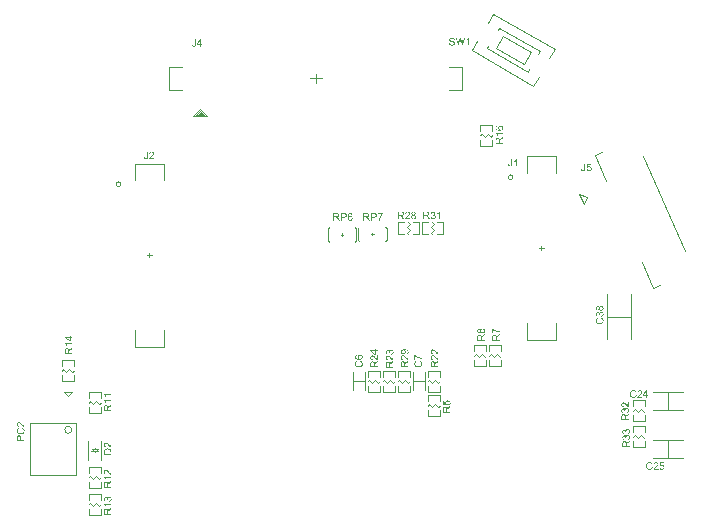
<source format=gto>
%FSLAX44Y44*%
%MOMM*%
G71*
G01*
G75*
%ADD10R,0.6000X0.5000*%
%ADD11R,0.5000X0.6000*%
%ADD12R,0.7000X0.6000*%
%ADD13R,1.0000X1.6000*%
G04:AMPARAMS|DCode=14|XSize=3mm|YSize=2.1mm|CornerRadius=0mm|HoleSize=0mm|Usage=FLASHONLY|Rotation=203.500|XOffset=0mm|YOffset=0mm|HoleType=Round|Shape=Rectangle|*
%AMROTATEDRECTD14*
4,1,4,0.9569,1.5610,1.7943,-0.3648,-0.9569,-1.5610,-1.7943,0.3648,0.9569,1.5610,0.0*
%
%ADD14ROTATEDRECTD14*%

G04:AMPARAMS|DCode=15|XSize=2.1mm|YSize=0.8mm|CornerRadius=0mm|HoleSize=0mm|Usage=FLASHONLY|Rotation=203.500|XOffset=0mm|YOffset=0mm|HoleType=Round|Shape=Rectangle|*
%AMROTATEDRECTD15*
4,1,4,0.8034,0.7855,1.1224,0.0519,-0.8034,-0.7855,-1.1224,-0.0519,0.8034,0.7855,0.0*
%
%ADD15ROTATEDRECTD15*%

G04:AMPARAMS|DCode=16|XSize=2mm|YSize=1.2mm|CornerRadius=0mm|HoleSize=0mm|Usage=FLASHONLY|Rotation=150.000|XOffset=0mm|YOffset=0mm|HoleType=Round|Shape=Rectangle|*
%AMROTATEDRECTD16*
4,1,4,1.1660,0.0196,0.5660,-1.0196,-1.1660,-0.0196,-0.5660,1.0196,1.1660,0.0196,0.0*
%
%ADD16ROTATEDRECTD16*%

%ADD17R,1.3500X0.3000*%
%ADD18R,1.3500X0.2500*%
%ADD19R,0.5000X1.7000*%
G04:AMPARAMS|DCode=20|XSize=0.32mm|YSize=1.7mm|CornerRadius=0.08mm|HoleSize=0mm|Usage=FLASHONLY|Rotation=0.000|XOffset=0mm|YOffset=0mm|HoleType=Round|Shape=RoundedRectangle|*
%AMROUNDEDRECTD20*
21,1,0.3200,1.5400,0,0,0.0*
21,1,0.1600,1.7000,0,0,0.0*
1,1,0.1600,0.0800,-0.7700*
1,1,0.1600,-0.0800,-0.7700*
1,1,0.1600,-0.0800,0.7700*
1,1,0.1600,0.0800,0.7700*
%
%ADD20ROUNDEDRECTD20*%
%ADD21R,0.4064X0.5500*%
%ADD22R,0.3048X0.5500*%
%ADD23R,1.3970X1.3970*%
%ADD24R,0.8890X1.0160*%
%ADD25C,0.2540*%
%ADD26C,1.0000*%
%ADD27C,0.6000*%
%ADD28C,0.4000*%
%ADD29C,0.3000*%
%ADD30C,0.5000*%
G04:AMPARAMS|DCode=31|XSize=4mm|YSize=4mm|CornerRadius=2mm|HoleSize=0mm|Usage=FLASHONLY|Rotation=0.000|XOffset=0mm|YOffset=0mm|HoleType=Round|Shape=RoundedRectangle|*
%AMROUNDEDRECTD31*
21,1,4.0000,0.0000,0,0,0.0*
21,1,0.0000,4.0000,0,0,0.0*
1,1,4.0000,0.0000,0.0000*
1,1,4.0000,0.0000,0.0000*
1,1,4.0000,0.0000,0.0000*
1,1,4.0000,0.0000,0.0000*
%
%ADD31ROUNDEDRECTD31*%
%ADD32O,2.0000X0.7500*%
%ADD33C,1.0000*%
%ADD34C,0.5000*%
%ADD35R,0.8128X0.8128*%
%ADD36R,2.1000X0.8000*%
%ADD37R,3.0000X2.1000*%
%ADD38R,0.8000X2.1000*%
%ADD39R,2.1000X3.0000*%
%ADD40R,0.6096X2.0320*%
%ADD41O,0.6096X2.0320*%
%ADD42R,1.3970X1.3970*%
%ADD43R,1.6000X1.2000*%
%ADD44R,2.1500X6.3000*%
%ADD45R,1.2000X1.8000*%
%ADD46R,0.8128X1.0668*%
%ADD47R,0.7000X1.4000*%
%ADD48R,1.8000X2.8000*%
%ADD49R,1.5200X0.7600*%
%ADD50R,1.0668X0.8128*%
%ADD51R,0.8128X0.8128*%
%ADD52R,1.2000X2.2000*%
%ADD53R,1.6000X1.4000*%
%ADD54R,1.1000X1.4000*%
%ADD55R,0.7000X1.6000*%
G04:AMPARAMS|DCode=56|XSize=2mm|YSize=2mm|CornerRadius=0mm|HoleSize=0mm|Usage=FLASHONLY|Rotation=180.000|XOffset=0mm|YOffset=0mm|HoleType=Round|Shape=RoundedRectangle|*
%AMROUNDEDRECTD56*
21,1,2.0000,2.0000,0,0,180.0*
21,1,2.0000,2.0000,0,0,180.0*
1,1,0.0000,-1.0000,1.0000*
1,1,0.0000,1.0000,1.0000*
1,1,0.0000,1.0000,-1.0000*
1,1,0.0000,-1.0000,-1.0000*
%
%ADD56ROUNDEDRECTD56*%
%ADD57C,0.8000*%
%ADD58C,0.1250*%
%ADD59C,0.1200*%
G36*
X216693Y24538D02*
X216766Y24529D01*
X216850Y24510D01*
X216942Y24492D01*
X217044Y24473D01*
X217266Y24399D01*
X217386Y24344D01*
X217497Y24288D01*
X217617Y24214D01*
X217737Y24131D01*
X217857Y24039D01*
X217969Y23928D01*
X217978Y23918D01*
X217996Y23900D01*
X218024Y23863D01*
X218061Y23817D01*
X218107Y23761D01*
X218153Y23687D01*
X218209Y23604D01*
X218255Y23502D01*
X218311Y23400D01*
X218366Y23280D01*
X218412Y23160D01*
X218458Y23021D01*
X218496Y22873D01*
X218523Y22716D01*
X218542Y22559D01*
X218551Y22383D01*
Y22374D01*
Y22346D01*
Y22300D01*
X218542Y22245D01*
X218533Y22171D01*
X218523Y22088D01*
X218505Y21995D01*
X218486Y21893D01*
X218431Y21672D01*
X218338Y21440D01*
X218283Y21320D01*
X218218Y21209D01*
X218135Y21098D01*
X218052Y20987D01*
X218042Y20978D01*
X218024Y20960D01*
X217996Y20932D01*
X217959Y20904D01*
X217913Y20858D01*
X217848Y20812D01*
X217784Y20756D01*
X217700Y20701D01*
X217608Y20645D01*
X217515Y20590D01*
X217293Y20488D01*
X217035Y20405D01*
X216896Y20377D01*
X216748Y20359D01*
X216646Y21145D01*
X216656D01*
X216674Y21154D01*
X216711Y21163D01*
X216757Y21172D01*
X216813Y21182D01*
X216877Y21200D01*
X217016Y21246D01*
X217183Y21311D01*
X217340Y21394D01*
X217488Y21487D01*
X217617Y21598D01*
X217626Y21616D01*
X217663Y21653D01*
X217710Y21727D01*
X217756Y21820D01*
X217811Y21930D01*
X217857Y22069D01*
X217894Y22226D01*
X217904Y22393D01*
Y22402D01*
Y22420D01*
Y22448D01*
X217894Y22485D01*
X217885Y22587D01*
X217857Y22716D01*
X217811Y22864D01*
X217747Y23021D01*
X217654Y23179D01*
X217525Y23326D01*
X217506Y23345D01*
X217451Y23391D01*
X217367Y23447D01*
X217257Y23521D01*
X217118Y23595D01*
X216961Y23650D01*
X216776Y23696D01*
X216572Y23715D01*
X216517D01*
X216480Y23706D01*
X216378Y23696D01*
X216258Y23669D01*
X216110Y23632D01*
X215962Y23567D01*
X215814Y23475D01*
X215676Y23354D01*
X215657Y23336D01*
X215620Y23290D01*
X215565Y23216D01*
X215500Y23114D01*
X215435Y22984D01*
X215380Y22827D01*
X215343Y22652D01*
X215324Y22457D01*
Y22448D01*
Y22420D01*
Y22374D01*
X215333Y22310D01*
X215343Y22226D01*
X215361Y22134D01*
X215380Y22023D01*
X215407Y21903D01*
X214714Y21995D01*
Y22004D01*
Y22041D01*
X214723Y22078D01*
Y22115D01*
Y22125D01*
Y22134D01*
Y22162D01*
Y22199D01*
X214705Y22300D01*
X214686Y22420D01*
X214659Y22559D01*
X214612Y22716D01*
X214548Y22864D01*
X214464Y23021D01*
Y23031D01*
X214455Y23040D01*
X214418Y23086D01*
X214353Y23151D01*
X214270Y23225D01*
X214150Y23299D01*
X214011Y23363D01*
X213854Y23410D01*
X213762Y23428D01*
X213586D01*
X213512Y23410D01*
X213410Y23391D01*
X213299Y23354D01*
X213179Y23308D01*
X213059Y23234D01*
X212948Y23132D01*
X212939Y23123D01*
X212902Y23077D01*
X212856Y23012D01*
X212800Y22929D01*
X212754Y22818D01*
X212708Y22689D01*
X212671Y22541D01*
X212661Y22374D01*
Y22365D01*
Y22356D01*
Y22300D01*
X212680Y22217D01*
X212698Y22106D01*
X212736Y21986D01*
X212782Y21866D01*
X212856Y21736D01*
X212948Y21616D01*
X212957Y21607D01*
X213004Y21570D01*
X213068Y21514D01*
X213161Y21450D01*
X213281Y21385D01*
X213429Y21320D01*
X213605Y21265D01*
X213808Y21228D01*
X213669Y20442D01*
X213660D01*
X213632Y20451D01*
X213595Y20460D01*
X213540Y20470D01*
X213475Y20488D01*
X213401Y20516D01*
X213225Y20571D01*
X213022Y20664D01*
X212819Y20775D01*
X212624Y20913D01*
X212449Y21089D01*
X212440Y21098D01*
X212430Y21117D01*
X212412Y21145D01*
X212384Y21182D01*
X212347Y21228D01*
X212310Y21293D01*
X212273Y21357D01*
X212227Y21440D01*
X212153Y21625D01*
X212079Y21838D01*
X212033Y22088D01*
X212014Y22217D01*
Y22356D01*
Y22365D01*
Y22383D01*
Y22411D01*
Y22448D01*
X212024Y22550D01*
X212042Y22670D01*
X212070Y22818D01*
X212116Y22984D01*
X212171Y23151D01*
X212245Y23317D01*
Y23326D01*
X212255Y23336D01*
X212282Y23391D01*
X212338Y23475D01*
X212403Y23567D01*
X212495Y23678D01*
X212597Y23789D01*
X212717Y23900D01*
X212856Y23992D01*
X212874Y24002D01*
X212920Y24029D01*
X213004Y24066D01*
X213105Y24112D01*
X213225Y24159D01*
X213364Y24196D01*
X213521Y24223D01*
X213678Y24233D01*
X213752D01*
X213826Y24223D01*
X213928Y24205D01*
X214048Y24177D01*
X214178Y24131D01*
X214307Y24075D01*
X214437Y24002D01*
X214455Y23992D01*
X214492Y23965D01*
X214557Y23909D01*
X214631Y23835D01*
X214714Y23743D01*
X214806Y23632D01*
X214890Y23502D01*
X214973Y23345D01*
Y23354D01*
X214982Y23373D01*
X214991Y23400D01*
X215001Y23438D01*
X215038Y23539D01*
X215093Y23669D01*
X215167Y23817D01*
X215259Y23965D01*
X215380Y24103D01*
X215518Y24233D01*
X215537Y24242D01*
X215592Y24279D01*
X215685Y24334D01*
X215805Y24390D01*
X215953Y24445D01*
X216129Y24501D01*
X216332Y24538D01*
X216554Y24547D01*
X216637D01*
X216693Y24538D01*
D02*
G37*
G36*
X52845Y109286D02*
X52919Y109277D01*
X53011Y109268D01*
X53113Y109249D01*
X53215Y109231D01*
X53455Y109166D01*
X53696Y109074D01*
X53816Y109018D01*
X53936Y108954D01*
X54047Y108870D01*
X54149Y108778D01*
X54158Y108769D01*
X54176Y108759D01*
X54195Y108722D01*
X54232Y108686D01*
X54278Y108639D01*
X54324Y108574D01*
X54370Y108510D01*
X54426Y108427D01*
X54518Y108251D01*
X54611Y108029D01*
X54648Y107918D01*
X54666Y107789D01*
X54685Y107659D01*
X54694Y107521D01*
Y107502D01*
Y107456D01*
X54685Y107382D01*
X54676Y107280D01*
X54657Y107169D01*
X54620Y107040D01*
X54583Y106901D01*
X54528Y106762D01*
X54518Y106744D01*
X54500Y106698D01*
X54463Y106624D01*
X54408Y106522D01*
X54334Y106411D01*
X54241Y106272D01*
X54130Y106134D01*
X54001Y105976D01*
X53982Y105958D01*
X53936Y105903D01*
X53890Y105856D01*
X53843Y105810D01*
X53788Y105755D01*
X53714Y105681D01*
X53640Y105607D01*
X53548Y105524D01*
X53455Y105431D01*
X53344Y105329D01*
X53224Y105228D01*
X53095Y105107D01*
X52947Y104987D01*
X52799Y104858D01*
X52790Y104849D01*
X52771Y104830D01*
X52734Y104802D01*
X52688Y104765D01*
X52632Y104710D01*
X52568Y104654D01*
X52420Y104534D01*
X52263Y104396D01*
X52115Y104257D01*
X51985Y104137D01*
X51930Y104090D01*
X51884Y104044D01*
X51874Y104035D01*
X51846Y104007D01*
X51810Y103970D01*
X51763Y103915D01*
X51717Y103850D01*
X51662Y103785D01*
X51551Y103628D01*
X54703D01*
Y102870D01*
X50460D01*
Y102879D01*
Y102916D01*
Y102972D01*
X50469Y103046D01*
X50478Y103129D01*
X50497Y103221D01*
X50515Y103314D01*
X50552Y103415D01*
Y103425D01*
X50561Y103434D01*
X50580Y103490D01*
X50617Y103573D01*
X50672Y103684D01*
X50746Y103813D01*
X50839Y103961D01*
X50940Y104109D01*
X51070Y104266D01*
Y104275D01*
X51088Y104285D01*
X51135Y104340D01*
X51218Y104423D01*
X51338Y104544D01*
X51477Y104682D01*
X51652Y104849D01*
X51865Y105034D01*
X52096Y105228D01*
X52105Y105237D01*
X52142Y105265D01*
X52198Y105311D01*
X52263Y105366D01*
X52346Y105440D01*
X52447Y105524D01*
X52549Y105616D01*
X52669Y105718D01*
X52901Y105940D01*
X53132Y106161D01*
X53243Y106272D01*
X53344Y106383D01*
X53437Y106485D01*
X53511Y106587D01*
Y106596D01*
X53529Y106605D01*
X53548Y106633D01*
X53566Y106670D01*
X53631Y106772D01*
X53705Y106892D01*
X53770Y107040D01*
X53834Y107197D01*
X53871Y107373D01*
X53890Y107539D01*
Y107548D01*
Y107557D01*
X53881Y107613D01*
X53871Y107705D01*
X53843Y107807D01*
X53807Y107937D01*
X53742Y108066D01*
X53659Y108195D01*
X53548Y108325D01*
X53529Y108343D01*
X53483Y108380D01*
X53418Y108427D01*
X53316Y108491D01*
X53187Y108547D01*
X53039Y108602D01*
X52863Y108639D01*
X52669Y108649D01*
X52614D01*
X52577Y108639D01*
X52466Y108630D01*
X52337Y108602D01*
X52198Y108565D01*
X52041Y108501D01*
X51893Y108417D01*
X51754Y108306D01*
X51736Y108288D01*
X51699Y108242D01*
X51643Y108168D01*
X51588Y108057D01*
X51523Y107927D01*
X51467Y107761D01*
X51430Y107576D01*
X51412Y107363D01*
X50608Y107447D01*
Y107456D01*
X50617Y107484D01*
Y107530D01*
X50626Y107594D01*
X50645Y107669D01*
X50663Y107752D01*
X50691Y107853D01*
X50718Y107955D01*
X50792Y108177D01*
X50903Y108399D01*
X50968Y108510D01*
X51051Y108621D01*
X51135Y108722D01*
X51227Y108815D01*
X51236Y108824D01*
X51255Y108833D01*
X51283Y108861D01*
X51329Y108889D01*
X51384Y108926D01*
X51449Y108963D01*
X51523Y109009D01*
X51615Y109055D01*
X51717Y109101D01*
X51828Y109148D01*
X51948Y109185D01*
X52078Y109222D01*
X52216Y109249D01*
X52364Y109277D01*
X52521Y109286D01*
X52688Y109296D01*
X52780D01*
X52845Y109286D01*
D02*
G37*
G36*
X-122133Y251176D02*
X-121263D01*
Y250455D01*
X-122133D01*
Y248920D01*
X-122918D01*
Y250455D01*
X-125701D01*
Y251176D01*
X-122770Y255318D01*
X-122133D01*
Y251176D01*
D02*
G37*
G36*
X216461Y19619D02*
X216517Y19601D01*
X216591Y19573D01*
X216674Y19545D01*
X216776Y19508D01*
X216887Y19462D01*
X217007Y19406D01*
X217266Y19277D01*
X217525Y19111D01*
X217654Y19009D01*
X217784Y18907D01*
X217894Y18796D01*
X218006Y18667D01*
X218015Y18657D01*
X218033Y18639D01*
X218052Y18593D01*
X218089Y18547D01*
X218135Y18473D01*
X218181Y18399D01*
X218227Y18297D01*
X218274Y18195D01*
X218329Y18075D01*
X218375Y17946D01*
X218421Y17807D01*
X218468Y17659D01*
X218505Y17502D01*
X218523Y17335D01*
X218542Y17160D01*
X218551Y16975D01*
Y16966D01*
Y16929D01*
Y16873D01*
X218542Y16799D01*
Y16716D01*
X218533Y16614D01*
X218514Y16503D01*
X218496Y16374D01*
X218449Y16106D01*
X218375Y15828D01*
X218274Y15551D01*
X218209Y15422D01*
X218135Y15292D01*
X218126Y15283D01*
X218116Y15264D01*
X218089Y15227D01*
X218052Y15190D01*
X218015Y15135D01*
X217959Y15070D01*
X217894Y14996D01*
X217820Y14922D01*
X217737Y14848D01*
X217654Y14765D01*
X217442Y14599D01*
X217192Y14441D01*
X216915Y14303D01*
X216905D01*
X216877Y14284D01*
X216831Y14275D01*
X216776Y14247D01*
X216702Y14229D01*
X216609Y14201D01*
X216508Y14164D01*
X216397Y14136D01*
X216276Y14109D01*
X216138Y14072D01*
X215851Y14025D01*
X215528Y13988D01*
X215195Y13970D01*
X215093D01*
X215028Y13979D01*
X214936D01*
X214844Y13988D01*
X214723Y13998D01*
X214603Y14016D01*
X214335Y14062D01*
X214039Y14127D01*
X213743Y14220D01*
X213457Y14349D01*
X213447Y14358D01*
X213420Y14368D01*
X213383Y14386D01*
X213336Y14423D01*
X213272Y14460D01*
X213198Y14506D01*
X213031Y14626D01*
X212846Y14784D01*
X212661Y14969D01*
X212477Y15181D01*
X212319Y15431D01*
X212310Y15440D01*
X212301Y15468D01*
X212282Y15505D01*
X212255Y15551D01*
X212227Y15625D01*
X212199Y15699D01*
X212162Y15791D01*
X212125Y15893D01*
X212088Y16004D01*
X212051Y16124D01*
X211996Y16383D01*
X211950Y16679D01*
X211931Y16984D01*
Y16993D01*
Y17030D01*
Y17076D01*
X211940Y17141D01*
X211950Y17225D01*
X211959Y17326D01*
X211968Y17428D01*
X211996Y17548D01*
X212051Y17798D01*
X212134Y18075D01*
X212190Y18214D01*
X212255Y18343D01*
X212338Y18473D01*
X212421Y18602D01*
X212430Y18611D01*
X212440Y18630D01*
X212467Y18667D01*
X212514Y18713D01*
X212560Y18759D01*
X212624Y18824D01*
X212698Y18889D01*
X212772Y18963D01*
X212865Y19037D01*
X212976Y19111D01*
X213087Y19194D01*
X213207Y19268D01*
X213346Y19332D01*
X213484Y19406D01*
X213632Y19462D01*
X213799Y19517D01*
X213993Y18685D01*
X213984D01*
X213965Y18676D01*
X213928Y18657D01*
X213882Y18639D01*
X213826Y18621D01*
X213752Y18593D01*
X213605Y18519D01*
X213438Y18426D01*
X213272Y18315D01*
X213114Y18177D01*
X212976Y18029D01*
X212957Y18010D01*
X212920Y17955D01*
X212874Y17862D01*
X212809Y17742D01*
X212754Y17585D01*
X212698Y17409D01*
X212661Y17197D01*
X212652Y16966D01*
Y16956D01*
Y16929D01*
Y16892D01*
X212661Y16845D01*
Y16781D01*
X212671Y16707D01*
X212698Y16531D01*
X212736Y16337D01*
X212800Y16134D01*
X212893Y15921D01*
X213013Y15727D01*
Y15717D01*
X213031Y15708D01*
X213078Y15644D01*
X213151Y15560D01*
X213263Y15459D01*
X213401Y15338D01*
X213558Y15227D01*
X213752Y15126D01*
X213965Y15033D01*
X213974D01*
X213993Y15024D01*
X214021Y15015D01*
X214067Y15006D01*
X214122Y14987D01*
X214187Y14969D01*
X214344Y14941D01*
X214529Y14904D01*
X214732Y14867D01*
X214954Y14848D01*
X215195Y14839D01*
X215333D01*
X215398Y14848D01*
X215481D01*
X215574Y14858D01*
X215676Y14867D01*
X215898Y14895D01*
X216138Y14941D01*
X216378Y14996D01*
X216619Y15070D01*
X216628D01*
X216646Y15079D01*
X216674Y15098D01*
X216720Y15116D01*
X216831Y15172D01*
X216961Y15255D01*
X217109Y15357D01*
X217266Y15486D01*
X217404Y15634D01*
X217534Y15810D01*
Y15819D01*
X217543Y15838D01*
X217562Y15865D01*
X217580Y15902D01*
X217599Y15949D01*
X217626Y16004D01*
X217682Y16134D01*
X217737Y16300D01*
X217784Y16485D01*
X217820Y16688D01*
X217830Y16901D01*
Y16910D01*
Y16929D01*
Y16966D01*
X217820Y17021D01*
Y17086D01*
X217811Y17150D01*
X217774Y17317D01*
X217728Y17511D01*
X217654Y17705D01*
X217552Y17909D01*
X217497Y18010D01*
X217423Y18103D01*
X217414Y18112D01*
X217404Y18121D01*
X217377Y18149D01*
X217349Y18186D01*
X217303Y18223D01*
X217247Y18269D01*
X217192Y18325D01*
X217118Y18371D01*
X217035Y18426D01*
X216942Y18491D01*
X216850Y18547D01*
X216739Y18602D01*
X216619Y18648D01*
X216489Y18694D01*
X216350Y18741D01*
X216203Y18778D01*
X216415Y19628D01*
X216425D01*
X216461Y19619D01*
D02*
G37*
G36*
X-126496Y250954D02*
Y250945D01*
Y250917D01*
Y250880D01*
Y250825D01*
X-126506Y250751D01*
Y250677D01*
X-126524Y250501D01*
X-126543Y250298D01*
X-126580Y250085D01*
X-126635Y249891D01*
X-126700Y249706D01*
Y249697D01*
X-126709Y249687D01*
X-126737Y249632D01*
X-126783Y249558D01*
X-126848Y249456D01*
X-126940Y249354D01*
X-127042Y249244D01*
X-127171Y249133D01*
X-127319Y249040D01*
X-127338Y249031D01*
X-127393Y249003D01*
X-127477Y248966D01*
X-127597Y248929D01*
X-127745Y248883D01*
X-127911Y248846D01*
X-128096Y248818D01*
X-128299Y248809D01*
X-128383D01*
X-128438Y248818D01*
X-128512Y248827D01*
X-128586Y248837D01*
X-128780Y248874D01*
X-128983Y248929D01*
X-129196Y249013D01*
X-129307Y249068D01*
X-129409Y249133D01*
X-129501Y249207D01*
X-129594Y249290D01*
X-129603Y249299D01*
X-129612Y249308D01*
X-129631Y249345D01*
X-129658Y249382D01*
X-129695Y249429D01*
X-129732Y249493D01*
X-129769Y249567D01*
X-129816Y249650D01*
X-129853Y249743D01*
X-129890Y249854D01*
X-129927Y249965D01*
X-129964Y250094D01*
X-129982Y250233D01*
X-130010Y250390D01*
X-130019Y250547D01*
Y250723D01*
X-129252Y250834D01*
Y250825D01*
Y250806D01*
Y250769D01*
X-129242Y250714D01*
X-129233Y250658D01*
Y250593D01*
X-129205Y250436D01*
X-129178Y250270D01*
X-129122Y250103D01*
X-129067Y249956D01*
X-129030Y249891D01*
X-128983Y249835D01*
X-128974Y249826D01*
X-128937Y249798D01*
X-128882Y249752D01*
X-128808Y249706D01*
X-128706Y249650D01*
X-128595Y249613D01*
X-128456Y249576D01*
X-128309Y249567D01*
X-128253D01*
X-128198Y249576D01*
X-128114Y249586D01*
X-128031Y249604D01*
X-127939Y249623D01*
X-127846Y249660D01*
X-127754Y249706D01*
X-127745Y249715D01*
X-127717Y249734D01*
X-127680Y249771D01*
X-127624Y249808D01*
X-127578Y249872D01*
X-127523Y249937D01*
X-127477Y250011D01*
X-127439Y250103D01*
Y250113D01*
X-127421Y250150D01*
X-127412Y250214D01*
X-127393Y250298D01*
X-127375Y250408D01*
X-127366Y250547D01*
X-127347Y250714D01*
Y250908D01*
Y255318D01*
X-126496D01*
Y250954D01*
D02*
G37*
G36*
X50317Y-7308D02*
X50437D01*
X50576Y-7318D01*
X50714Y-7336D01*
X51029Y-7364D01*
X51361Y-7410D01*
X51676Y-7475D01*
X51833Y-7521D01*
X51972Y-7567D01*
X51981D01*
X51999Y-7576D01*
X52036Y-7595D01*
X52092Y-7613D01*
X52147Y-7641D01*
X52221Y-7678D01*
X52379Y-7771D01*
X52554Y-7882D01*
X52739Y-8011D01*
X52915Y-8177D01*
X53072Y-8362D01*
Y-8371D01*
X53090Y-8390D01*
X53109Y-8418D01*
X53127Y-8455D01*
X53155Y-8510D01*
X53192Y-8566D01*
X53229Y-8640D01*
X53257Y-8714D01*
X53331Y-8889D01*
X53396Y-9102D01*
X53432Y-9333D01*
X53451Y-9592D01*
Y-9601D01*
Y-9629D01*
Y-9666D01*
X53442Y-9712D01*
Y-9777D01*
X53432Y-9851D01*
X53396Y-10027D01*
X53349Y-10221D01*
X53275Y-10424D01*
X53174Y-10627D01*
X53109Y-10729D01*
X53035Y-10822D01*
X53026Y-10831D01*
X53016Y-10840D01*
X52989Y-10868D01*
X52961Y-10896D01*
X52915Y-10933D01*
X52859Y-10979D01*
X52730Y-11071D01*
X52563Y-11164D01*
X52360Y-11256D01*
X52129Y-11330D01*
X51861Y-11386D01*
X51796Y-10627D01*
X51805D01*
X51824Y-10618D01*
X51842D01*
X51879Y-10609D01*
X51981Y-10581D01*
X52092Y-10544D01*
X52221Y-10498D01*
X52351Y-10433D01*
X52471Y-10359D01*
X52573Y-10267D01*
X52582Y-10258D01*
X52610Y-10221D01*
X52647Y-10156D01*
X52684Y-10082D01*
X52730Y-9980D01*
X52767Y-9860D01*
X52794Y-9721D01*
X52804Y-9574D01*
Y-9555D01*
Y-9509D01*
X52794Y-9444D01*
X52785Y-9361D01*
X52767Y-9259D01*
X52739Y-9157D01*
X52702Y-9046D01*
X52647Y-8945D01*
X52637Y-8935D01*
X52619Y-8899D01*
X52582Y-8843D01*
X52526Y-8788D01*
X52462Y-8714D01*
X52388Y-8640D01*
X52305Y-8566D01*
X52203Y-8492D01*
X52193Y-8482D01*
X52147Y-8464D01*
X52083Y-8427D01*
X51999Y-8390D01*
X51888Y-8344D01*
X51759Y-8298D01*
X51611Y-8251D01*
X51445Y-8205D01*
X51435D01*
X51426Y-8196D01*
X51398D01*
X51361Y-8187D01*
X51269Y-8168D01*
X51149Y-8140D01*
X51001Y-8122D01*
X50844Y-8103D01*
X50668Y-8094D01*
X50483Y-8085D01*
X50326D01*
X50344Y-8094D01*
X50391Y-8131D01*
X50455Y-8187D01*
X50548Y-8251D01*
X50640Y-8344D01*
X50742Y-8455D01*
X50844Y-8584D01*
X50936Y-8732D01*
X50945Y-8751D01*
X50973Y-8806D01*
X51010Y-8889D01*
X51047Y-8991D01*
X51093Y-9130D01*
X51130Y-9278D01*
X51158Y-9444D01*
X51167Y-9620D01*
Y-9629D01*
Y-9657D01*
Y-9694D01*
X51158Y-9749D01*
X51149Y-9823D01*
X51139Y-9897D01*
X51121Y-9990D01*
X51093Y-10082D01*
X51029Y-10295D01*
X50982Y-10406D01*
X50927Y-10517D01*
X50862Y-10637D01*
X50779Y-10748D01*
X50696Y-10859D01*
X50594Y-10960D01*
X50585Y-10970D01*
X50566Y-10988D01*
X50539Y-11006D01*
X50492Y-11043D01*
X50428Y-11090D01*
X50363Y-11136D01*
X50280Y-11182D01*
X50187Y-11228D01*
X50086Y-11284D01*
X49975Y-11330D01*
X49845Y-11376D01*
X49716Y-11423D01*
X49568Y-11460D01*
X49411Y-11478D01*
X49253Y-11496D01*
X49078Y-11506D01*
X48985D01*
X48921Y-11496D01*
X48837Y-11487D01*
X48736Y-11478D01*
X48634Y-11460D01*
X48514Y-11432D01*
X48273Y-11367D01*
X48144Y-11321D01*
X48005Y-11265D01*
X47876Y-11201D01*
X47756Y-11118D01*
X47626Y-11034D01*
X47515Y-10933D01*
X47506Y-10923D01*
X47488Y-10905D01*
X47460Y-10877D01*
X47423Y-10831D01*
X47377Y-10775D01*
X47321Y-10701D01*
X47275Y-10627D01*
X47210Y-10535D01*
X47155Y-10443D01*
X47108Y-10332D01*
X47007Y-10082D01*
X46970Y-9952D01*
X46942Y-9805D01*
X46924Y-9657D01*
X46914Y-9499D01*
Y-9490D01*
Y-9472D01*
Y-9435D01*
X46924Y-9389D01*
Y-9342D01*
X46933Y-9278D01*
X46961Y-9120D01*
X46997Y-8945D01*
X47062Y-8751D01*
X47145Y-8556D01*
X47256Y-8362D01*
Y-8353D01*
X47275Y-8344D01*
X47293Y-8316D01*
X47321Y-8279D01*
X47395Y-8187D01*
X47497Y-8066D01*
X47635Y-7946D01*
X47802Y-7808D01*
X47996Y-7687D01*
X48218Y-7576D01*
X48227D01*
X48246Y-7567D01*
X48283Y-7549D01*
X48329Y-7530D01*
X48394Y-7512D01*
X48477Y-7484D01*
X48569Y-7466D01*
X48671Y-7438D01*
X48791Y-7410D01*
X48930Y-7382D01*
X49078Y-7364D01*
X49235Y-7345D01*
X49411Y-7327D01*
X49595Y-7308D01*
X49799Y-7299D01*
X50215D01*
X50317Y-7308D01*
D02*
G37*
G36*
X53340Y-16591D02*
X53238D01*
X53164Y-16582D01*
X53081Y-16572D01*
X52989Y-16554D01*
X52896Y-16535D01*
X52794Y-16498D01*
X52785D01*
X52776Y-16489D01*
X52720Y-16471D01*
X52637Y-16434D01*
X52526Y-16378D01*
X52397Y-16304D01*
X52249Y-16212D01*
X52101Y-16110D01*
X51944Y-15981D01*
X51935D01*
X51925Y-15962D01*
X51870Y-15916D01*
X51787Y-15833D01*
X51666Y-15712D01*
X51528Y-15574D01*
X51361Y-15398D01*
X51177Y-15186D01*
X50982Y-14954D01*
X50973Y-14945D01*
X50945Y-14908D01*
X50899Y-14853D01*
X50844Y-14788D01*
X50770Y-14705D01*
X50686Y-14603D01*
X50594Y-14501D01*
X50492Y-14381D01*
X50271Y-14150D01*
X50049Y-13919D01*
X49938Y-13808D01*
X49827Y-13706D01*
X49725Y-13614D01*
X49623Y-13540D01*
X49614D01*
X49605Y-13521D01*
X49577Y-13503D01*
X49540Y-13484D01*
X49438Y-13420D01*
X49318Y-13346D01*
X49170Y-13281D01*
X49013Y-13216D01*
X48837Y-13179D01*
X48671Y-13161D01*
X48653D01*
X48597Y-13170D01*
X48505Y-13179D01*
X48403Y-13207D01*
X48273Y-13244D01*
X48144Y-13309D01*
X48014Y-13392D01*
X47885Y-13503D01*
X47867Y-13521D01*
X47830Y-13568D01*
X47783Y-13632D01*
X47719Y-13734D01*
X47663Y-13863D01*
X47608Y-14011D01*
X47571Y-14187D01*
X47561Y-14381D01*
Y-14390D01*
Y-14409D01*
Y-14437D01*
X47571Y-14474D01*
X47580Y-14585D01*
X47608Y-14714D01*
X47645Y-14853D01*
X47709Y-15010D01*
X47793Y-15158D01*
X47904Y-15296D01*
X47922Y-15315D01*
X47968Y-15352D01*
X48042Y-15407D01*
X48153Y-15463D01*
X48283Y-15528D01*
X48449Y-15583D01*
X48634Y-15620D01*
X48847Y-15639D01*
X48763Y-16443D01*
X48754D01*
X48726Y-16434D01*
X48680D01*
X48615Y-16424D01*
X48541Y-16406D01*
X48458Y-16387D01*
X48357Y-16360D01*
X48255Y-16332D01*
X48033Y-16258D01*
X47811Y-16147D01*
X47700Y-16082D01*
X47589Y-15999D01*
X47488Y-15916D01*
X47395Y-15824D01*
X47386Y-15814D01*
X47377Y-15796D01*
X47349Y-15768D01*
X47321Y-15722D01*
X47284Y-15666D01*
X47247Y-15602D01*
X47201Y-15528D01*
X47155Y-15435D01*
X47108Y-15333D01*
X47062Y-15223D01*
X47025Y-15102D01*
X46988Y-14973D01*
X46961Y-14834D01*
X46933Y-14686D01*
X46924Y-14529D01*
X46914Y-14363D01*
Y-14353D01*
Y-14326D01*
Y-14270D01*
X46924Y-14205D01*
X46933Y-14131D01*
X46942Y-14039D01*
X46961Y-13937D01*
X46979Y-13836D01*
X47044Y-13595D01*
X47136Y-13355D01*
X47192Y-13235D01*
X47256Y-13115D01*
X47340Y-13004D01*
X47432Y-12902D01*
X47441Y-12893D01*
X47451Y-12874D01*
X47488Y-12856D01*
X47524Y-12819D01*
X47571Y-12772D01*
X47635Y-12726D01*
X47700Y-12680D01*
X47783Y-12624D01*
X47959Y-12532D01*
X48181Y-12440D01*
X48292Y-12403D01*
X48421Y-12384D01*
X48551Y-12366D01*
X48689Y-12356D01*
X48754D01*
X48828Y-12366D01*
X48930Y-12375D01*
X49041Y-12393D01*
X49170Y-12430D01*
X49309Y-12467D01*
X49448Y-12523D01*
X49466Y-12532D01*
X49512Y-12550D01*
X49586Y-12587D01*
X49688Y-12643D01*
X49799Y-12717D01*
X49938Y-12809D01*
X50076Y-12920D01*
X50233Y-13050D01*
X50252Y-13068D01*
X50307Y-13115D01*
X50354Y-13161D01*
X50400Y-13207D01*
X50455Y-13262D01*
X50529Y-13336D01*
X50603Y-13410D01*
X50686Y-13503D01*
X50779Y-13595D01*
X50881Y-13706D01*
X50982Y-13826D01*
X51103Y-13956D01*
X51223Y-14104D01*
X51352Y-14252D01*
X51361Y-14261D01*
X51380Y-14280D01*
X51408Y-14317D01*
X51445Y-14363D01*
X51500Y-14418D01*
X51556Y-14483D01*
X51676Y-14631D01*
X51814Y-14788D01*
X51953Y-14936D01*
X52073Y-15065D01*
X52120Y-15121D01*
X52166Y-15167D01*
X52175Y-15176D01*
X52203Y-15204D01*
X52240Y-15241D01*
X52295Y-15287D01*
X52360Y-15333D01*
X52425Y-15389D01*
X52582Y-15500D01*
Y-12347D01*
X53340D01*
Y-16591D01*
D02*
G37*
G36*
X216757Y29521D02*
X216822Y29512D01*
X216905Y29503D01*
X216998Y29484D01*
X217099Y29456D01*
X217312Y29392D01*
X217432Y29345D01*
X217543Y29281D01*
X217663Y29216D01*
X217774Y29142D01*
X217885Y29050D01*
X217996Y28948D01*
X218006Y28939D01*
X218024Y28920D01*
X218052Y28892D01*
X218079Y28846D01*
X218126Y28781D01*
X218172Y28717D01*
X218218Y28633D01*
X218274Y28541D01*
X218329Y28439D01*
X218375Y28319D01*
X218421Y28190D01*
X218468Y28060D01*
X218496Y27912D01*
X218523Y27755D01*
X218542Y27598D01*
X218551Y27422D01*
Y27413D01*
Y27376D01*
Y27330D01*
X218542Y27265D01*
X218533Y27182D01*
X218523Y27090D01*
X218505Y26988D01*
X218477Y26877D01*
X218412Y26627D01*
X218366Y26498D01*
X218320Y26378D01*
X218255Y26248D01*
X218181Y26119D01*
X218098Y25998D01*
X217996Y25888D01*
X217987Y25878D01*
X217969Y25860D01*
X217941Y25832D01*
X217894Y25795D01*
X217839Y25758D01*
X217774Y25703D01*
X217700Y25656D01*
X217608Y25601D01*
X217515Y25545D01*
X217404Y25499D01*
X217173Y25407D01*
X217035Y25370D01*
X216896Y25342D01*
X216748Y25324D01*
X216600Y25314D01*
X216535D01*
X216498Y25324D01*
X216443D01*
X216378Y25333D01*
X216230Y25351D01*
X216064Y25388D01*
X215898Y25444D01*
X215722Y25527D01*
X215555Y25629D01*
X215546D01*
X215537Y25647D01*
X215491Y25684D01*
X215417Y25758D01*
X215324Y25860D01*
X215232Y25989D01*
X215130Y26147D01*
X215047Y26322D01*
X214982Y26535D01*
Y26525D01*
X214973Y26516D01*
X214964Y26488D01*
X214945Y26452D01*
X214908Y26368D01*
X214853Y26257D01*
X214779Y26137D01*
X214686Y26017D01*
X214585Y25906D01*
X214474Y25804D01*
X214455Y25795D01*
X214418Y25767D01*
X214344Y25730D01*
X214252Y25693D01*
X214132Y25647D01*
X213993Y25610D01*
X213836Y25582D01*
X213669Y25573D01*
X213605D01*
X213549Y25582D01*
X213494Y25592D01*
X213420Y25601D01*
X213263Y25638D01*
X213078Y25693D01*
X212883Y25786D01*
X212782Y25841D01*
X212680Y25906D01*
X212588Y25989D01*
X212495Y26072D01*
X212486Y26082D01*
X212477Y26100D01*
X212449Y26128D01*
X212421Y26165D01*
X212384Y26211D01*
X212347Y26276D01*
X212301Y26350D01*
X212255Y26424D01*
X212208Y26516D01*
X212162Y26618D01*
X212125Y26729D01*
X212088Y26849D01*
X212033Y27108D01*
X212024Y27256D01*
X212014Y27404D01*
Y27413D01*
Y27441D01*
Y27487D01*
X212024Y27543D01*
X212033Y27617D01*
X212042Y27700D01*
X212051Y27792D01*
X212079Y27885D01*
X212134Y28107D01*
X212218Y28328D01*
X212273Y28439D01*
X212338Y28550D01*
X212421Y28652D01*
X212504Y28754D01*
X212514Y28763D01*
X212523Y28772D01*
X212551Y28800D01*
X212588Y28837D01*
X212643Y28874D01*
X212698Y28920D01*
X212837Y29013D01*
X213013Y29105D01*
X213216Y29188D01*
X213447Y29253D01*
X213568Y29262D01*
X213697Y29272D01*
X213771D01*
X213854Y29262D01*
X213956Y29244D01*
X214085Y29216D01*
X214215Y29170D01*
X214344Y29114D01*
X214474Y29031D01*
X214492Y29022D01*
X214529Y28985D01*
X214585Y28929D01*
X214659Y28855D01*
X214742Y28754D01*
X214825Y28633D01*
X214908Y28495D01*
X214982Y28328D01*
Y28338D01*
X214991Y28356D01*
X215001Y28384D01*
X215019Y28421D01*
X215065Y28532D01*
X215130Y28661D01*
X215222Y28800D01*
X215324Y28948D01*
X215454Y29087D01*
X215602Y29216D01*
X215611D01*
X215620Y29225D01*
X215676Y29262D01*
X215768Y29318D01*
X215888Y29373D01*
X216036Y29429D01*
X216212Y29484D01*
X216406Y29521D01*
X216619Y29530D01*
X216702D01*
X216757Y29521D01*
D02*
G37*
G36*
X47492Y109259D02*
X47575D01*
X47769Y109249D01*
X47973Y109222D01*
X48194Y109194D01*
X48398Y109148D01*
X48500Y109120D01*
X48583Y109092D01*
X48592D01*
X48601Y109083D01*
X48657Y109055D01*
X48740Y109018D01*
X48842Y108954D01*
X48953Y108870D01*
X49073Y108759D01*
X49184Y108630D01*
X49295Y108482D01*
Y108473D01*
X49304Y108464D01*
X49341Y108408D01*
X49378Y108316D01*
X49433Y108195D01*
X49480Y108057D01*
X49526Y107890D01*
X49554Y107715D01*
X49563Y107521D01*
Y107511D01*
Y107493D01*
Y107456D01*
X49554Y107410D01*
Y107345D01*
X49544Y107280D01*
X49507Y107123D01*
X49452Y106938D01*
X49378Y106744D01*
X49267Y106550D01*
X49193Y106457D01*
X49119Y106365D01*
X49110Y106356D01*
X49100Y106346D01*
X49073Y106319D01*
X49036Y106291D01*
X48990Y106254D01*
X48934Y106217D01*
X48860Y106171D01*
X48786Y106115D01*
X48694Y106069D01*
X48592Y106023D01*
X48481Y105967D01*
X48361Y105921D01*
X48222Y105884D01*
X48084Y105838D01*
X47926Y105810D01*
X47760Y105782D01*
X47778Y105773D01*
X47815Y105755D01*
X47871Y105718D01*
X47945Y105681D01*
X48111Y105579D01*
X48194Y105514D01*
X48268Y105459D01*
X48287Y105440D01*
X48333Y105394D01*
X48407Y105320D01*
X48500Y105228D01*
X48601Y105098D01*
X48721Y104959D01*
X48842Y104793D01*
X48971Y104608D01*
X50071Y102870D01*
X49017D01*
X48176Y104201D01*
Y104211D01*
X48158Y104229D01*
X48139Y104257D01*
X48111Y104294D01*
X48046Y104396D01*
X47963Y104525D01*
X47862Y104664D01*
X47760Y104812D01*
X47658Y104950D01*
X47566Y105080D01*
X47557Y105089D01*
X47529Y105126D01*
X47483Y105181D01*
X47418Y105246D01*
X47279Y105385D01*
X47205Y105449D01*
X47131Y105505D01*
X47122Y105514D01*
X47104Y105524D01*
X47066Y105542D01*
X47011Y105570D01*
X46956Y105597D01*
X46891Y105625D01*
X46743Y105671D01*
X46734D01*
X46715Y105681D01*
X46678D01*
X46632Y105690D01*
X46567Y105699D01*
X46493D01*
X46392Y105708D01*
X45301D01*
Y102870D01*
X44450D01*
Y109268D01*
X47418D01*
X47492Y109259D01*
D02*
G37*
G36*
X57764Y109286D02*
X57838Y109277D01*
X57921Y109268D01*
X58013Y109259D01*
X58106Y109231D01*
X58328Y109176D01*
X58549Y109092D01*
X58660Y109037D01*
X58771Y108972D01*
X58873Y108889D01*
X58975Y108806D01*
X58984Y108796D01*
X58993Y108787D01*
X59021Y108759D01*
X59058Y108722D01*
X59095Y108667D01*
X59141Y108611D01*
X59234Y108473D01*
X59326Y108297D01*
X59409Y108094D01*
X59474Y107863D01*
X59483Y107742D01*
X59493Y107613D01*
Y107604D01*
Y107594D01*
Y107539D01*
X59483Y107456D01*
X59465Y107354D01*
X59437Y107225D01*
X59391Y107095D01*
X59335Y106966D01*
X59252Y106836D01*
X59243Y106818D01*
X59206Y106781D01*
X59151Y106725D01*
X59076Y106651D01*
X58975Y106568D01*
X58855Y106485D01*
X58716Y106402D01*
X58549Y106328D01*
X58559D01*
X58577Y106319D01*
X58605Y106309D01*
X58642Y106291D01*
X58753Y106245D01*
X58882Y106180D01*
X59021Y106088D01*
X59169Y105986D01*
X59308Y105856D01*
X59437Y105708D01*
Y105699D01*
X59446Y105690D01*
X59483Y105634D01*
X59539Y105542D01*
X59594Y105422D01*
X59650Y105274D01*
X59705Y105098D01*
X59742Y104904D01*
X59752Y104691D01*
Y104682D01*
Y104654D01*
Y104608D01*
X59742Y104553D01*
X59733Y104488D01*
X59724Y104405D01*
X59705Y104312D01*
X59678Y104211D01*
X59613Y103998D01*
X59567Y103878D01*
X59502Y103767D01*
X59437Y103647D01*
X59363Y103536D01*
X59271Y103425D01*
X59169Y103314D01*
X59160Y103305D01*
X59141Y103286D01*
X59113Y103258D01*
X59067Y103231D01*
X59003Y103184D01*
X58938Y103138D01*
X58855Y103092D01*
X58762Y103036D01*
X58660Y102981D01*
X58540Y102935D01*
X58411Y102888D01*
X58281Y102842D01*
X58134Y102815D01*
X57976Y102787D01*
X57819Y102768D01*
X57643Y102759D01*
X57551D01*
X57486Y102768D01*
X57403Y102778D01*
X57311Y102787D01*
X57209Y102805D01*
X57098Y102833D01*
X56848Y102898D01*
X56719Y102944D01*
X56599Y102990D01*
X56469Y103055D01*
X56340Y103129D01*
X56220Y103212D01*
X56109Y103314D01*
X56100Y103323D01*
X56081Y103342D01*
X56053Y103369D01*
X56016Y103415D01*
X55979Y103471D01*
X55924Y103536D01*
X55878Y103610D01*
X55822Y103702D01*
X55767Y103795D01*
X55720Y103905D01*
X55628Y104137D01*
X55591Y104275D01*
X55563Y104414D01*
X55545Y104562D01*
X55535Y104710D01*
Y104719D01*
Y104738D01*
Y104775D01*
X55545Y104812D01*
Y104867D01*
X55554Y104932D01*
X55573Y105080D01*
X55609Y105246D01*
X55665Y105413D01*
X55748Y105588D01*
X55850Y105755D01*
Y105764D01*
X55868Y105773D01*
X55905Y105819D01*
X55979Y105893D01*
X56081Y105986D01*
X56210Y106078D01*
X56368Y106180D01*
X56543Y106263D01*
X56756Y106328D01*
X56747D01*
X56737Y106337D01*
X56710Y106346D01*
X56673Y106365D01*
X56589Y106402D01*
X56479Y106457D01*
X56358Y106531D01*
X56238Y106624D01*
X56127Y106725D01*
X56026Y106836D01*
X56016Y106855D01*
X55988Y106892D01*
X55951Y106966D01*
X55915Y107058D01*
X55868Y107178D01*
X55831Y107317D01*
X55804Y107474D01*
X55794Y107641D01*
Y107650D01*
Y107669D01*
Y107705D01*
X55804Y107761D01*
X55813Y107816D01*
X55822Y107890D01*
X55859Y108048D01*
X55915Y108232D01*
X56007Y108427D01*
X56062Y108528D01*
X56127Y108630D01*
X56210Y108722D01*
X56294Y108815D01*
X56303Y108824D01*
X56321Y108833D01*
X56349Y108861D01*
X56386Y108889D01*
X56432Y108926D01*
X56497Y108963D01*
X56571Y109009D01*
X56645Y109055D01*
X56737Y109101D01*
X56839Y109148D01*
X56950Y109185D01*
X57070Y109222D01*
X57329Y109277D01*
X57477Y109286D01*
X57625Y109296D01*
X57708D01*
X57764Y109286D01*
D02*
G37*
G36*
X12572Y-16952D02*
X12627Y-16970D01*
X12701Y-16998D01*
X12784Y-17025D01*
X12886Y-17062D01*
X12997Y-17109D01*
X13117Y-17164D01*
X13376Y-17293D01*
X13635Y-17460D01*
X13764Y-17562D01*
X13894Y-17663D01*
X14004Y-17774D01*
X14116Y-17904D01*
X14125Y-17913D01*
X14143Y-17931D01*
X14162Y-17978D01*
X14199Y-18024D01*
X14245Y-18098D01*
X14291Y-18172D01*
X14337Y-18274D01*
X14384Y-18375D01*
X14439Y-18496D01*
X14485Y-18625D01*
X14532Y-18764D01*
X14578Y-18911D01*
X14615Y-19069D01*
X14633Y-19235D01*
X14652Y-19411D01*
X14661Y-19596D01*
Y-19605D01*
Y-19642D01*
Y-19697D01*
X14652Y-19771D01*
Y-19855D01*
X14642Y-19956D01*
X14624Y-20067D01*
X14605Y-20197D01*
X14559Y-20465D01*
X14485Y-20742D01*
X14384Y-21019D01*
X14319Y-21149D01*
X14245Y-21278D01*
X14236Y-21288D01*
X14226Y-21306D01*
X14199Y-21343D01*
X14162Y-21380D01*
X14125Y-21436D01*
X14069Y-21500D01*
X14004Y-21574D01*
X13931Y-21648D01*
X13847Y-21722D01*
X13764Y-21805D01*
X13551Y-21972D01*
X13302Y-22129D01*
X13024Y-22268D01*
X13015D01*
X12988Y-22286D01*
X12941Y-22295D01*
X12886Y-22323D01*
X12812Y-22342D01*
X12719Y-22369D01*
X12618Y-22406D01*
X12507Y-22434D01*
X12386Y-22462D01*
X12248Y-22499D01*
X11961Y-22545D01*
X11638Y-22582D01*
X11305Y-22601D01*
X11203D01*
X11138Y-22591D01*
X11046D01*
X10954Y-22582D01*
X10833Y-22573D01*
X10713Y-22554D01*
X10445Y-22508D01*
X10149Y-22443D01*
X9853Y-22351D01*
X9567Y-22221D01*
X9557Y-22212D01*
X9530Y-22203D01*
X9493Y-22185D01*
X9446Y-22148D01*
X9382Y-22111D01*
X9308Y-22064D01*
X9141Y-21944D01*
X8956Y-21787D01*
X8771Y-21602D01*
X8587Y-21389D01*
X8429Y-21140D01*
X8420Y-21130D01*
X8411Y-21103D01*
X8392Y-21066D01*
X8365Y-21019D01*
X8337Y-20946D01*
X8309Y-20872D01*
X8272Y-20779D01*
X8235Y-20677D01*
X8198Y-20566D01*
X8161Y-20446D01*
X8106Y-20187D01*
X8060Y-19892D01*
X8041Y-19586D01*
Y-19577D01*
Y-19540D01*
Y-19494D01*
X8050Y-19429D01*
X8060Y-19346D01*
X8069Y-19244D01*
X8078Y-19143D01*
X8106Y-19023D01*
X8161Y-18773D01*
X8245Y-18496D01*
X8300Y-18357D01*
X8365Y-18227D01*
X8448Y-18098D01*
X8531Y-17968D01*
X8540Y-17959D01*
X8550Y-17941D01*
X8577Y-17904D01*
X8624Y-17858D01*
X8670Y-17811D01*
X8734Y-17747D01*
X8809Y-17682D01*
X8882Y-17608D01*
X8975Y-17534D01*
X9086Y-17460D01*
X9197Y-17377D01*
X9317Y-17303D01*
X9456Y-17238D01*
X9594Y-17164D01*
X9742Y-17109D01*
X9909Y-17053D01*
X10103Y-17885D01*
X10094D01*
X10075Y-17895D01*
X10038Y-17913D01*
X9992Y-17931D01*
X9937Y-17950D01*
X9862Y-17978D01*
X9715Y-18052D01*
X9548Y-18144D01*
X9382Y-18255D01*
X9225Y-18394D01*
X9086Y-18542D01*
X9067Y-18560D01*
X9030Y-18616D01*
X8984Y-18708D01*
X8919Y-18828D01*
X8864Y-18986D01*
X8809Y-19161D01*
X8771Y-19374D01*
X8762Y-19605D01*
Y-19614D01*
Y-19642D01*
Y-19679D01*
X8771Y-19725D01*
Y-19790D01*
X8781Y-19864D01*
X8809Y-20040D01*
X8845Y-20234D01*
X8910Y-20437D01*
X9003Y-20650D01*
X9123Y-20844D01*
Y-20853D01*
X9141Y-20862D01*
X9188Y-20927D01*
X9262Y-21010D01*
X9373Y-21112D01*
X9511Y-21232D01*
X9668Y-21343D01*
X9862Y-21445D01*
X10075Y-21537D01*
X10084D01*
X10103Y-21546D01*
X10131Y-21556D01*
X10177Y-21565D01*
X10232Y-21583D01*
X10297Y-21602D01*
X10454Y-21630D01*
X10639Y-21667D01*
X10842Y-21704D01*
X11064Y-21722D01*
X11305Y-21731D01*
X11444D01*
X11508Y-21722D01*
X11591D01*
X11684Y-21713D01*
X11786Y-21704D01*
X12007Y-21676D01*
X12248Y-21630D01*
X12488Y-21574D01*
X12729Y-21500D01*
X12738D01*
X12756Y-21491D01*
X12784Y-21473D01*
X12830Y-21454D01*
X12941Y-21399D01*
X13071Y-21315D01*
X13219Y-21214D01*
X13376Y-21084D01*
X13514Y-20936D01*
X13644Y-20761D01*
Y-20751D01*
X13653Y-20733D01*
X13672Y-20705D01*
X13690Y-20668D01*
X13709Y-20622D01*
X13736Y-20566D01*
X13792Y-20437D01*
X13847Y-20271D01*
X13894Y-20086D01*
X13931Y-19882D01*
X13940Y-19670D01*
Y-19660D01*
Y-19642D01*
Y-19605D01*
X13931Y-19549D01*
Y-19485D01*
X13921Y-19420D01*
X13884Y-19254D01*
X13838Y-19059D01*
X13764Y-18865D01*
X13662Y-18662D01*
X13607Y-18560D01*
X13533Y-18468D01*
X13524Y-18458D01*
X13514Y-18449D01*
X13487Y-18421D01*
X13459Y-18384D01*
X13413Y-18348D01*
X13357Y-18301D01*
X13302Y-18246D01*
X13228Y-18200D01*
X13145Y-18144D01*
X13052Y-18079D01*
X12960Y-18024D01*
X12849Y-17968D01*
X12729Y-17922D01*
X12599Y-17876D01*
X12461Y-17830D01*
X12313Y-17793D01*
X12525Y-16942D01*
X12535D01*
X12572Y-16952D01*
D02*
G37*
G36*
X130810Y4567D02*
X129479Y3726D01*
X129469D01*
X129451Y3708D01*
X129423Y3689D01*
X129386Y3661D01*
X129284Y3596D01*
X129155Y3513D01*
X129016Y3412D01*
X128868Y3310D01*
X128730Y3208D01*
X128600Y3116D01*
X128591Y3106D01*
X128554Y3079D01*
X128499Y3033D01*
X128434Y2968D01*
X128295Y2829D01*
X128230Y2755D01*
X128175Y2681D01*
X128166Y2672D01*
X128156Y2654D01*
X128138Y2616D01*
X128110Y2561D01*
X128083Y2506D01*
X128055Y2441D01*
X128009Y2293D01*
Y2284D01*
X127999Y2265D01*
Y2228D01*
X127990Y2182D01*
X127981Y2117D01*
Y2043D01*
X127972Y1942D01*
Y1831D01*
Y851D01*
X130810D01*
Y0D01*
X124412D01*
Y2829D01*
Y2838D01*
Y2866D01*
Y2912D01*
Y2968D01*
X124421Y3042D01*
Y3125D01*
X124431Y3319D01*
X124458Y3523D01*
X124486Y3744D01*
X124532Y3948D01*
X124560Y4050D01*
X124588Y4133D01*
Y4142D01*
X124597Y4151D01*
X124625Y4207D01*
X124662Y4290D01*
X124726Y4392D01*
X124810Y4503D01*
X124921Y4623D01*
X125050Y4734D01*
X125198Y4845D01*
X125207D01*
X125216Y4854D01*
X125272Y4891D01*
X125364Y4928D01*
X125485Y4983D01*
X125623Y5030D01*
X125790Y5076D01*
X125965Y5104D01*
X126159Y5113D01*
X126224D01*
X126270Y5104D01*
X126335D01*
X126400Y5094D01*
X126557Y5057D01*
X126742Y5002D01*
X126936Y4928D01*
X127130Y4817D01*
X127223Y4743D01*
X127315Y4669D01*
X127324Y4660D01*
X127334Y4651D01*
X127361Y4623D01*
X127389Y4586D01*
X127426Y4540D01*
X127463Y4484D01*
X127509Y4410D01*
X127565Y4336D01*
X127611Y4244D01*
X127657Y4142D01*
X127713Y4031D01*
X127759Y3911D01*
X127796Y3772D01*
X127842Y3634D01*
X127870Y3476D01*
X127898Y3310D01*
X127907Y3328D01*
X127925Y3365D01*
X127962Y3421D01*
X127999Y3495D01*
X128101Y3661D01*
X128166Y3744D01*
X128221Y3818D01*
X128240Y3837D01*
X128286Y3883D01*
X128360Y3957D01*
X128452Y4050D01*
X128582Y4151D01*
X128721Y4272D01*
X128887Y4392D01*
X129072Y4521D01*
X130810Y5621D01*
Y4567D01*
D02*
G37*
G36*
X203145Y145544D02*
Y145535D01*
Y145507D01*
Y145470D01*
Y145415D01*
X203135Y145341D01*
Y145267D01*
X203117Y145091D01*
X203099Y144888D01*
X203062Y144675D01*
X203006Y144481D01*
X202941Y144296D01*
Y144287D01*
X202932Y144277D01*
X202904Y144222D01*
X202858Y144148D01*
X202793Y144046D01*
X202701Y143945D01*
X202599Y143834D01*
X202470Y143723D01*
X202322Y143630D01*
X202303Y143621D01*
X202248Y143593D01*
X202165Y143556D01*
X202045Y143519D01*
X201896Y143473D01*
X201730Y143436D01*
X201545Y143408D01*
X201342Y143399D01*
X201259D01*
X201203Y143408D01*
X201129Y143418D01*
X201055Y143427D01*
X200861Y143464D01*
X200658Y143519D01*
X200445Y143603D01*
X200334Y143658D01*
X200232Y143723D01*
X200140Y143797D01*
X200047Y143880D01*
X200038Y143889D01*
X200029Y143898D01*
X200010Y143935D01*
X199983Y143972D01*
X199946Y144018D01*
X199909Y144083D01*
X199872Y144157D01*
X199825Y144240D01*
X199788Y144333D01*
X199751Y144444D01*
X199715Y144555D01*
X199678Y144684D01*
X199659Y144823D01*
X199631Y144980D01*
X199622Y145137D01*
Y145313D01*
X200389Y145424D01*
Y145415D01*
Y145396D01*
Y145359D01*
X200399Y145304D01*
X200408Y145248D01*
Y145183D01*
X200436Y145026D01*
X200464Y144860D01*
X200519Y144693D01*
X200574Y144545D01*
X200611Y144481D01*
X200658Y144425D01*
X200667Y144416D01*
X200704Y144388D01*
X200759Y144342D01*
X200833Y144296D01*
X200935Y144240D01*
X201046Y144203D01*
X201185Y144166D01*
X201332Y144157D01*
X201388D01*
X201444Y144166D01*
X201527Y144176D01*
X201610Y144194D01*
X201702Y144213D01*
X201795Y144250D01*
X201887Y144296D01*
X201896Y144305D01*
X201924Y144324D01*
X201961Y144361D01*
X202017Y144398D01*
X202063Y144462D01*
X202118Y144527D01*
X202165Y144601D01*
X202202Y144693D01*
Y144703D01*
X202220Y144740D01*
X202229Y144804D01*
X202248Y144888D01*
X202266Y144999D01*
X202276Y145137D01*
X202294Y145304D01*
Y145498D01*
Y149908D01*
X203145D01*
Y145544D01*
D02*
G37*
G36*
X78740Y-18033D02*
X77409Y-18874D01*
X77399D01*
X77381Y-18893D01*
X77353Y-18911D01*
X77316Y-18939D01*
X77214Y-19004D01*
X77085Y-19087D01*
X76946Y-19189D01*
X76798Y-19291D01*
X76660Y-19392D01*
X76530Y-19485D01*
X76521Y-19494D01*
X76484Y-19522D01*
X76429Y-19568D01*
X76364Y-19633D01*
X76225Y-19771D01*
X76160Y-19845D01*
X76105Y-19919D01*
X76096Y-19928D01*
X76087Y-19947D01*
X76068Y-19984D01*
X76040Y-20040D01*
X76013Y-20095D01*
X75985Y-20160D01*
X75939Y-20308D01*
Y-20317D01*
X75929Y-20335D01*
Y-20372D01*
X75920Y-20419D01*
X75911Y-20483D01*
Y-20557D01*
X75902Y-20659D01*
Y-20770D01*
Y-21750D01*
X78740D01*
Y-22601D01*
X72342D01*
Y-19771D01*
Y-19762D01*
Y-19734D01*
Y-19688D01*
Y-19633D01*
X72351Y-19559D01*
Y-19476D01*
X72361Y-19281D01*
X72388Y-19078D01*
X72416Y-18856D01*
X72462Y-18653D01*
X72490Y-18551D01*
X72518Y-18468D01*
Y-18458D01*
X72527Y-18449D01*
X72555Y-18394D01*
X72592Y-18311D01*
X72656Y-18209D01*
X72740Y-18098D01*
X72851Y-17978D01*
X72980Y-17867D01*
X73128Y-17756D01*
X73137D01*
X73146Y-17747D01*
X73202Y-17710D01*
X73294Y-17673D01*
X73415Y-17617D01*
X73553Y-17571D01*
X73720Y-17525D01*
X73895Y-17497D01*
X74089Y-17488D01*
X74154D01*
X74200Y-17497D01*
X74265D01*
X74330Y-17506D01*
X74487Y-17543D01*
X74672Y-17599D01*
X74866Y-17673D01*
X75060Y-17784D01*
X75153Y-17858D01*
X75245Y-17931D01*
X75254Y-17941D01*
X75264Y-17950D01*
X75291Y-17978D01*
X75319Y-18015D01*
X75356Y-18061D01*
X75393Y-18116D01*
X75439Y-18190D01*
X75495Y-18264D01*
X75541Y-18357D01*
X75587Y-18458D01*
X75643Y-18569D01*
X75689Y-18690D01*
X75726Y-18828D01*
X75772Y-18967D01*
X75800Y-19124D01*
X75828Y-19291D01*
X75837Y-19272D01*
X75855Y-19235D01*
X75892Y-19180D01*
X75929Y-19106D01*
X76031Y-18939D01*
X76096Y-18856D01*
X76151Y-18782D01*
X76170Y-18764D01*
X76216Y-18717D01*
X76290Y-18643D01*
X76382Y-18551D01*
X76512Y-18449D01*
X76651Y-18329D01*
X76817Y-18209D01*
X77002Y-18079D01*
X78740Y-16979D01*
Y-18033D01*
D02*
G37*
G36*
Y-11617D02*
X78638D01*
X78564Y-11608D01*
X78481Y-11598D01*
X78389Y-11580D01*
X78296Y-11561D01*
X78194Y-11524D01*
X78185D01*
X78176Y-11515D01*
X78120Y-11496D01*
X78037Y-11460D01*
X77926Y-11404D01*
X77797Y-11330D01*
X77649Y-11238D01*
X77501Y-11136D01*
X77344Y-11006D01*
X77335D01*
X77325Y-10988D01*
X77270Y-10942D01*
X77187Y-10859D01*
X77066Y-10738D01*
X76928Y-10600D01*
X76761Y-10424D01*
X76576Y-10211D01*
X76382Y-9980D01*
X76373Y-9971D01*
X76345Y-9934D01*
X76299Y-9879D01*
X76244Y-9814D01*
X76170Y-9731D01*
X76087Y-9629D01*
X75994Y-9527D01*
X75892Y-9407D01*
X75670Y-9176D01*
X75449Y-8945D01*
X75338Y-8834D01*
X75227Y-8732D01*
X75125Y-8640D01*
X75023Y-8566D01*
X75014D01*
X75005Y-8547D01*
X74977Y-8529D01*
X74940Y-8510D01*
X74838Y-8446D01*
X74718Y-8371D01*
X74570Y-8307D01*
X74413Y-8242D01*
X74237Y-8205D01*
X74071Y-8187D01*
X74053D01*
X73997Y-8196D01*
X73905Y-8205D01*
X73803Y-8233D01*
X73673Y-8270D01*
X73544Y-8335D01*
X73415Y-8418D01*
X73285Y-8529D01*
X73267Y-8547D01*
X73230Y-8593D01*
X73183Y-8658D01*
X73119Y-8760D01*
X73063Y-8889D01*
X73008Y-9037D01*
X72971Y-9213D01*
X72962Y-9407D01*
Y-9416D01*
Y-9435D01*
Y-9463D01*
X72971Y-9499D01*
X72980Y-9610D01*
X73008Y-9740D01*
X73045Y-9879D01*
X73109Y-10036D01*
X73193Y-10184D01*
X73304Y-10322D01*
X73322Y-10341D01*
X73368Y-10378D01*
X73442Y-10433D01*
X73553Y-10489D01*
X73683Y-10553D01*
X73849Y-10609D01*
X74034Y-10646D01*
X74247Y-10664D01*
X74163Y-11469D01*
X74154D01*
X74126Y-11460D01*
X74080D01*
X74015Y-11450D01*
X73941Y-11432D01*
X73858Y-11413D01*
X73757Y-11386D01*
X73655Y-11358D01*
X73433Y-11284D01*
X73211Y-11173D01*
X73100Y-11108D01*
X72989Y-11025D01*
X72888Y-10942D01*
X72795Y-10849D01*
X72786Y-10840D01*
X72777Y-10822D01*
X72749Y-10794D01*
X72721Y-10748D01*
X72684Y-10692D01*
X72647Y-10627D01*
X72601Y-10553D01*
X72555Y-10461D01*
X72509Y-10359D01*
X72462Y-10248D01*
X72425Y-10128D01*
X72388Y-9999D01*
X72361Y-9860D01*
X72333Y-9712D01*
X72324Y-9555D01*
X72314Y-9389D01*
Y-9379D01*
Y-9352D01*
Y-9296D01*
X72324Y-9231D01*
X72333Y-9157D01*
X72342Y-9065D01*
X72361Y-8963D01*
X72379Y-8862D01*
X72444Y-8621D01*
X72536Y-8381D01*
X72592Y-8261D01*
X72656Y-8140D01*
X72740Y-8029D01*
X72832Y-7928D01*
X72841Y-7918D01*
X72851Y-7900D01*
X72888Y-7882D01*
X72924Y-7844D01*
X72971Y-7798D01*
X73035Y-7752D01*
X73100Y-7706D01*
X73183Y-7650D01*
X73359Y-7558D01*
X73581Y-7466D01*
X73692Y-7429D01*
X73821Y-7410D01*
X73951Y-7391D01*
X74089Y-7382D01*
X74154D01*
X74228Y-7391D01*
X74330Y-7401D01*
X74441Y-7419D01*
X74570Y-7456D01*
X74709Y-7493D01*
X74848Y-7549D01*
X74866Y-7558D01*
X74912Y-7576D01*
X74986Y-7613D01*
X75088Y-7669D01*
X75199Y-7743D01*
X75338Y-7835D01*
X75476Y-7946D01*
X75634Y-8076D01*
X75652Y-8094D01*
X75707Y-8140D01*
X75754Y-8187D01*
X75800Y-8233D01*
X75855Y-8288D01*
X75929Y-8362D01*
X76003Y-8436D01*
X76087Y-8529D01*
X76179Y-8621D01*
X76281Y-8732D01*
X76382Y-8852D01*
X76503Y-8982D01*
X76623Y-9130D01*
X76752Y-9278D01*
X76761Y-9287D01*
X76780Y-9305D01*
X76808Y-9342D01*
X76845Y-9389D01*
X76900Y-9444D01*
X76956Y-9509D01*
X77076Y-9657D01*
X77214Y-9814D01*
X77353Y-9962D01*
X77473Y-10091D01*
X77520Y-10147D01*
X77566Y-10193D01*
X77575Y-10202D01*
X77603Y-10230D01*
X77640Y-10267D01*
X77695Y-10313D01*
X77760Y-10359D01*
X77825Y-10415D01*
X77982Y-10526D01*
Y-7373D01*
X78740D01*
Y-11617D01*
D02*
G37*
G36*
Y-16591D02*
X78638D01*
X78564Y-16582D01*
X78481Y-16572D01*
X78389Y-16554D01*
X78296Y-16535D01*
X78194Y-16498D01*
X78185D01*
X78176Y-16489D01*
X78120Y-16471D01*
X78037Y-16434D01*
X77926Y-16378D01*
X77797Y-16304D01*
X77649Y-16212D01*
X77501Y-16110D01*
X77344Y-15981D01*
X77335D01*
X77325Y-15962D01*
X77270Y-15916D01*
X77187Y-15833D01*
X77066Y-15712D01*
X76928Y-15574D01*
X76761Y-15398D01*
X76576Y-15186D01*
X76382Y-14954D01*
X76373Y-14945D01*
X76345Y-14908D01*
X76299Y-14853D01*
X76244Y-14788D01*
X76170Y-14705D01*
X76087Y-14603D01*
X75994Y-14501D01*
X75892Y-14381D01*
X75670Y-14150D01*
X75449Y-13919D01*
X75338Y-13808D01*
X75227Y-13706D01*
X75125Y-13614D01*
X75023Y-13540D01*
X75014D01*
X75005Y-13521D01*
X74977Y-13503D01*
X74940Y-13484D01*
X74838Y-13420D01*
X74718Y-13346D01*
X74570Y-13281D01*
X74413Y-13216D01*
X74237Y-13179D01*
X74071Y-13161D01*
X74053D01*
X73997Y-13170D01*
X73905Y-13179D01*
X73803Y-13207D01*
X73673Y-13244D01*
X73544Y-13309D01*
X73415Y-13392D01*
X73285Y-13503D01*
X73267Y-13521D01*
X73230Y-13568D01*
X73183Y-13632D01*
X73119Y-13734D01*
X73063Y-13863D01*
X73008Y-14011D01*
X72971Y-14187D01*
X72962Y-14381D01*
Y-14390D01*
Y-14409D01*
Y-14437D01*
X72971Y-14474D01*
X72980Y-14585D01*
X73008Y-14714D01*
X73045Y-14853D01*
X73109Y-15010D01*
X73193Y-15158D01*
X73304Y-15296D01*
X73322Y-15315D01*
X73368Y-15352D01*
X73442Y-15407D01*
X73553Y-15463D01*
X73683Y-15528D01*
X73849Y-15583D01*
X74034Y-15620D01*
X74247Y-15639D01*
X74163Y-16443D01*
X74154D01*
X74126Y-16434D01*
X74080D01*
X74015Y-16424D01*
X73941Y-16406D01*
X73858Y-16387D01*
X73757Y-16360D01*
X73655Y-16332D01*
X73433Y-16258D01*
X73211Y-16147D01*
X73100Y-16082D01*
X72989Y-15999D01*
X72888Y-15916D01*
X72795Y-15824D01*
X72786Y-15814D01*
X72777Y-15796D01*
X72749Y-15768D01*
X72721Y-15722D01*
X72684Y-15666D01*
X72647Y-15602D01*
X72601Y-15528D01*
X72555Y-15435D01*
X72509Y-15333D01*
X72462Y-15223D01*
X72425Y-15102D01*
X72388Y-14973D01*
X72361Y-14834D01*
X72333Y-14686D01*
X72324Y-14529D01*
X72314Y-14363D01*
Y-14353D01*
Y-14326D01*
Y-14270D01*
X72324Y-14205D01*
X72333Y-14131D01*
X72342Y-14039D01*
X72361Y-13937D01*
X72379Y-13836D01*
X72444Y-13595D01*
X72536Y-13355D01*
X72592Y-13235D01*
X72656Y-13115D01*
X72740Y-13004D01*
X72832Y-12902D01*
X72841Y-12893D01*
X72851Y-12874D01*
X72888Y-12856D01*
X72924Y-12819D01*
X72971Y-12772D01*
X73035Y-12726D01*
X73100Y-12680D01*
X73183Y-12624D01*
X73359Y-12532D01*
X73581Y-12440D01*
X73692Y-12403D01*
X73821Y-12384D01*
X73951Y-12366D01*
X74089Y-12356D01*
X74154D01*
X74228Y-12366D01*
X74330Y-12375D01*
X74441Y-12393D01*
X74570Y-12430D01*
X74709Y-12467D01*
X74848Y-12523D01*
X74866Y-12532D01*
X74912Y-12550D01*
X74986Y-12587D01*
X75088Y-12643D01*
X75199Y-12717D01*
X75338Y-12809D01*
X75476Y-12920D01*
X75634Y-13050D01*
X75652Y-13068D01*
X75707Y-13115D01*
X75754Y-13161D01*
X75800Y-13207D01*
X75855Y-13262D01*
X75929Y-13336D01*
X76003Y-13410D01*
X76087Y-13503D01*
X76179Y-13595D01*
X76281Y-13706D01*
X76382Y-13826D01*
X76503Y-13956D01*
X76623Y-14104D01*
X76752Y-14252D01*
X76761Y-14261D01*
X76780Y-14280D01*
X76808Y-14317D01*
X76845Y-14363D01*
X76900Y-14418D01*
X76956Y-14483D01*
X77076Y-14631D01*
X77214Y-14788D01*
X77353Y-14936D01*
X77473Y-15065D01*
X77520Y-15121D01*
X77566Y-15167D01*
X77575Y-15176D01*
X77603Y-15204D01*
X77640Y-15241D01*
X77695Y-15287D01*
X77760Y-15333D01*
X77825Y-15389D01*
X77982Y-15500D01*
Y-12347D01*
X78740D01*
Y-16591D01*
D02*
G37*
G36*
X125124Y10309D02*
X125142Y10290D01*
X125179Y10253D01*
X125235Y10216D01*
X125300Y10161D01*
X125374Y10087D01*
X125466Y10013D01*
X125577Y9930D01*
X125688Y9847D01*
X125817Y9745D01*
X125965Y9643D01*
X126113Y9542D01*
X126280Y9431D01*
X126455Y9320D01*
X126650Y9209D01*
X126844Y9098D01*
X126853Y9088D01*
X126890Y9070D01*
X126945Y9042D01*
X127029Y8996D01*
X127130Y8950D01*
X127241Y8894D01*
X127371Y8830D01*
X127519Y8765D01*
X127685Y8691D01*
X127851Y8608D01*
X128036Y8534D01*
X128230Y8460D01*
X128628Y8312D01*
X129053Y8173D01*
X129063D01*
X129090Y8164D01*
X129136Y8155D01*
X129192Y8136D01*
X129266Y8118D01*
X129358Y8099D01*
X129460Y8071D01*
X129571Y8053D01*
X129700Y8025D01*
X129839Y7997D01*
X130135Y7951D01*
X130459Y7905D01*
X130810Y7877D01*
Y7073D01*
X130736D01*
X130681Y7082D01*
X130607D01*
X130514Y7091D01*
X130412Y7101D01*
X130302Y7110D01*
X130172Y7128D01*
X130043Y7147D01*
X129885Y7175D01*
X129728Y7202D01*
X129562Y7230D01*
X129377Y7267D01*
X128998Y7359D01*
X128989D01*
X128952Y7369D01*
X128896Y7387D01*
X128813Y7415D01*
X128721Y7443D01*
X128610Y7480D01*
X128480Y7517D01*
X128341Y7572D01*
X128184Y7628D01*
X128027Y7683D01*
X127676Y7822D01*
X127306Y7988D01*
X126936Y8173D01*
X126927Y8182D01*
X126890Y8201D01*
X126844Y8229D01*
X126770Y8266D01*
X126686Y8312D01*
X126585Y8377D01*
X126474Y8441D01*
X126354Y8515D01*
X126086Y8691D01*
X125808Y8876D01*
X125521Y9088D01*
X125253Y9310D01*
Y6176D01*
X124495D01*
Y10318D01*
X125115D01*
X125124Y10309D01*
D02*
G37*
G36*
X12636Y-12033D02*
X12692D01*
X12840Y-12061D01*
X13015Y-12088D01*
X13200Y-12134D01*
X13404Y-12199D01*
X13598Y-12292D01*
X13607D01*
X13616Y-12301D01*
X13644Y-12319D01*
X13681Y-12338D01*
X13773Y-12393D01*
X13894Y-12477D01*
X14023Y-12578D01*
X14152Y-12699D01*
X14282Y-12846D01*
X14393Y-13004D01*
Y-13013D01*
X14402Y-13022D01*
X14421Y-13050D01*
X14430Y-13087D01*
X14476Y-13179D01*
X14522Y-13299D01*
X14578Y-13457D01*
X14615Y-13632D01*
X14652Y-13826D01*
X14661Y-14039D01*
Y-14048D01*
Y-14085D01*
X14652Y-14131D01*
Y-14205D01*
X14642Y-14289D01*
X14624Y-14381D01*
X14596Y-14492D01*
X14569Y-14603D01*
X14532Y-14733D01*
X14485Y-14862D01*
X14430Y-14991D01*
X14356Y-15130D01*
X14273Y-15259D01*
X14180Y-15389D01*
X14069Y-15518D01*
X13940Y-15639D01*
X13931Y-15648D01*
X13903Y-15666D01*
X13866Y-15694D01*
X13801Y-15731D01*
X13718Y-15786D01*
X13625Y-15833D01*
X13505Y-15888D01*
X13376Y-15944D01*
X13219Y-16008D01*
X13043Y-16064D01*
X12849Y-16110D01*
X12636Y-16156D01*
X12396Y-16203D01*
X12137Y-16230D01*
X11860Y-16249D01*
X11564Y-16258D01*
X11480D01*
X11388Y-16249D01*
X11259D01*
X11111Y-16240D01*
X10935Y-16221D01*
X10741Y-16203D01*
X10528Y-16175D01*
X10316Y-16138D01*
X10084Y-16092D01*
X9862Y-16036D01*
X9641Y-15971D01*
X9428Y-15888D01*
X9225Y-15796D01*
X9030Y-15694D01*
X8864Y-15574D01*
X8855Y-15565D01*
X8836Y-15546D01*
X8799Y-15509D01*
X8744Y-15463D01*
X8688Y-15407D01*
X8633Y-15333D01*
X8559Y-15241D01*
X8494Y-15149D01*
X8429Y-15038D01*
X8356Y-14917D01*
X8300Y-14779D01*
X8235Y-14640D01*
X8189Y-14483D01*
X8152Y-14317D01*
X8134Y-14141D01*
X8124Y-13956D01*
Y-13947D01*
Y-13919D01*
Y-13882D01*
X8134Y-13826D01*
Y-13762D01*
X8143Y-13688D01*
X8180Y-13512D01*
X8226Y-13318D01*
X8300Y-13115D01*
X8411Y-12911D01*
X8476Y-12809D01*
X8550Y-12717D01*
X8559Y-12708D01*
X8568Y-12699D01*
X8596Y-12671D01*
X8624Y-12643D01*
X8670Y-12597D01*
X8725Y-12560D01*
X8855Y-12458D01*
X9021Y-12356D01*
X9225Y-12264D01*
X9456Y-12181D01*
X9715Y-12125D01*
X9779Y-12911D01*
X9770D01*
X9761Y-12920D01*
X9705Y-12930D01*
X9622Y-12957D01*
X9520Y-12994D01*
X9409Y-13031D01*
X9298Y-13087D01*
X9197Y-13152D01*
X9114Y-13216D01*
X9095Y-13235D01*
X9058Y-13272D01*
X9003Y-13336D01*
X8938Y-13429D01*
X8882Y-13549D01*
X8827Y-13678D01*
X8790Y-13836D01*
X8771Y-14002D01*
Y-14021D01*
Y-14067D01*
X8781Y-14141D01*
X8799Y-14224D01*
X8827Y-14335D01*
X8864Y-14446D01*
X8910Y-14557D01*
X8984Y-14668D01*
X8993Y-14686D01*
X9030Y-14733D01*
X9095Y-14797D01*
X9188Y-14880D01*
X9298Y-14973D01*
X9428Y-15075D01*
X9594Y-15167D01*
X9779Y-15259D01*
X9789D01*
X9807Y-15269D01*
X9835Y-15278D01*
X9872Y-15296D01*
X9927Y-15306D01*
X9992Y-15324D01*
X10066Y-15343D01*
X10158Y-15361D01*
X10260Y-15389D01*
X10371Y-15407D01*
X10491Y-15426D01*
X10621Y-15435D01*
X10769Y-15454D01*
X10917Y-15463D01*
X11083Y-15472D01*
X11249D01*
X11240Y-15463D01*
X11185Y-15426D01*
X11111Y-15361D01*
X11018Y-15278D01*
X10907Y-15186D01*
X10805Y-15065D01*
X10704Y-14936D01*
X10611Y-14788D01*
Y-14779D01*
X10602Y-14770D01*
X10574Y-14714D01*
X10547Y-14631D01*
X10500Y-14520D01*
X10464Y-14390D01*
X10436Y-14243D01*
X10408Y-14085D01*
X10399Y-13919D01*
Y-13910D01*
Y-13882D01*
Y-13845D01*
X10408Y-13789D01*
X10417Y-13715D01*
X10426Y-13642D01*
X10445Y-13549D01*
X10473Y-13457D01*
X10537Y-13244D01*
X10584Y-13133D01*
X10648Y-13022D01*
X10713Y-12911D01*
X10787Y-12791D01*
X10879Y-12680D01*
X10981Y-12578D01*
X10991Y-12569D01*
X11009Y-12550D01*
X11037Y-12523D01*
X11083Y-12495D01*
X11148Y-12449D01*
X11212Y-12403D01*
X11296Y-12356D01*
X11388Y-12301D01*
X11490Y-12245D01*
X11601Y-12199D01*
X11730Y-12153D01*
X11860Y-12107D01*
X11998Y-12079D01*
X12155Y-12051D01*
X12313Y-12033D01*
X12479Y-12024D01*
X12581D01*
X12636Y-12033D01*
D02*
G37*
G36*
X62791Y-16952D02*
X62847Y-16970D01*
X62921Y-16998D01*
X63004Y-17025D01*
X63106Y-17062D01*
X63217Y-17109D01*
X63337Y-17164D01*
X63596Y-17293D01*
X63855Y-17460D01*
X63984Y-17562D01*
X64114Y-17663D01*
X64225Y-17774D01*
X64335Y-17904D01*
X64345Y-17913D01*
X64363Y-17931D01*
X64382Y-17978D01*
X64419Y-18024D01*
X64465Y-18098D01*
X64511Y-18172D01*
X64557Y-18274D01*
X64604Y-18375D01*
X64659Y-18496D01*
X64705Y-18625D01*
X64752Y-18764D01*
X64798Y-18911D01*
X64835Y-19069D01*
X64853Y-19235D01*
X64872Y-19411D01*
X64881Y-19596D01*
Y-19605D01*
Y-19642D01*
Y-19697D01*
X64872Y-19771D01*
Y-19855D01*
X64862Y-19956D01*
X64844Y-20067D01*
X64826Y-20197D01*
X64779Y-20465D01*
X64705Y-20742D01*
X64604Y-21019D01*
X64539Y-21149D01*
X64465Y-21278D01*
X64456Y-21288D01*
X64446Y-21306D01*
X64419Y-21343D01*
X64382Y-21380D01*
X64345Y-21436D01*
X64289Y-21500D01*
X64225Y-21574D01*
X64151Y-21648D01*
X64067Y-21722D01*
X63984Y-21805D01*
X63772Y-21972D01*
X63522Y-22129D01*
X63245Y-22268D01*
X63235D01*
X63208Y-22286D01*
X63161Y-22295D01*
X63106Y-22323D01*
X63032Y-22342D01*
X62939Y-22369D01*
X62838Y-22406D01*
X62727Y-22434D01*
X62607Y-22462D01*
X62468Y-22499D01*
X62181Y-22545D01*
X61858Y-22582D01*
X61525Y-22601D01*
X61423D01*
X61358Y-22591D01*
X61266D01*
X61174Y-22582D01*
X61053Y-22573D01*
X60933Y-22554D01*
X60665Y-22508D01*
X60369Y-22443D01*
X60073Y-22351D01*
X59787Y-22221D01*
X59777Y-22212D01*
X59750Y-22203D01*
X59713Y-22185D01*
X59666Y-22148D01*
X59602Y-22111D01*
X59528Y-22064D01*
X59361Y-21944D01*
X59176Y-21787D01*
X58991Y-21602D01*
X58807Y-21389D01*
X58649Y-21140D01*
X58640Y-21130D01*
X58631Y-21103D01*
X58612Y-21066D01*
X58585Y-21019D01*
X58557Y-20946D01*
X58529Y-20872D01*
X58492Y-20779D01*
X58455Y-20677D01*
X58418Y-20566D01*
X58381Y-20446D01*
X58326Y-20187D01*
X58280Y-19892D01*
X58261Y-19586D01*
Y-19577D01*
Y-19540D01*
Y-19494D01*
X58270Y-19429D01*
X58280Y-19346D01*
X58289Y-19244D01*
X58298Y-19143D01*
X58326Y-19023D01*
X58381Y-18773D01*
X58464Y-18496D01*
X58520Y-18357D01*
X58585Y-18227D01*
X58668Y-18098D01*
X58751Y-17968D01*
X58760Y-17959D01*
X58770Y-17941D01*
X58797Y-17904D01*
X58844Y-17858D01*
X58890Y-17811D01*
X58955Y-17747D01*
X59029Y-17682D01*
X59102Y-17608D01*
X59195Y-17534D01*
X59306Y-17460D01*
X59417Y-17377D01*
X59537Y-17303D01*
X59676Y-17238D01*
X59814Y-17164D01*
X59962Y-17109D01*
X60129Y-17053D01*
X60323Y-17885D01*
X60314D01*
X60295Y-17895D01*
X60258Y-17913D01*
X60212Y-17931D01*
X60156Y-17950D01*
X60083Y-17978D01*
X59935Y-18052D01*
X59768Y-18144D01*
X59602Y-18255D01*
X59444Y-18394D01*
X59306Y-18542D01*
X59287Y-18560D01*
X59250Y-18616D01*
X59204Y-18708D01*
X59139Y-18828D01*
X59084Y-18986D01*
X59029Y-19161D01*
X58991Y-19374D01*
X58982Y-19605D01*
Y-19614D01*
Y-19642D01*
Y-19679D01*
X58991Y-19725D01*
Y-19790D01*
X59001Y-19864D01*
X59029Y-20040D01*
X59065Y-20234D01*
X59130Y-20437D01*
X59223Y-20650D01*
X59343Y-20844D01*
Y-20853D01*
X59361Y-20862D01*
X59408Y-20927D01*
X59482Y-21010D01*
X59592Y-21112D01*
X59731Y-21232D01*
X59888Y-21343D01*
X60083Y-21445D01*
X60295Y-21537D01*
X60304D01*
X60323Y-21546D01*
X60351Y-21556D01*
X60397Y-21565D01*
X60452Y-21583D01*
X60517Y-21602D01*
X60674Y-21630D01*
X60859Y-21667D01*
X61062Y-21704D01*
X61284Y-21722D01*
X61525Y-21731D01*
X61663D01*
X61728Y-21722D01*
X61811D01*
X61904Y-21713D01*
X62006Y-21704D01*
X62228Y-21676D01*
X62468Y-21630D01*
X62708Y-21574D01*
X62949Y-21500D01*
X62958D01*
X62976Y-21491D01*
X63004Y-21473D01*
X63050Y-21454D01*
X63161Y-21399D01*
X63291Y-21315D01*
X63439Y-21214D01*
X63596Y-21084D01*
X63734Y-20936D01*
X63864Y-20761D01*
Y-20751D01*
X63873Y-20733D01*
X63892Y-20705D01*
X63910Y-20668D01*
X63929Y-20622D01*
X63956Y-20566D01*
X64012Y-20437D01*
X64067Y-20271D01*
X64114Y-20086D01*
X64151Y-19882D01*
X64160Y-19670D01*
Y-19660D01*
Y-19642D01*
Y-19605D01*
X64151Y-19549D01*
Y-19485D01*
X64141Y-19420D01*
X64104Y-19254D01*
X64058Y-19059D01*
X63984Y-18865D01*
X63882Y-18662D01*
X63827Y-18560D01*
X63753Y-18468D01*
X63744Y-18458D01*
X63734Y-18449D01*
X63707Y-18421D01*
X63679Y-18384D01*
X63633Y-18348D01*
X63577Y-18301D01*
X63522Y-18246D01*
X63448Y-18200D01*
X63365Y-18144D01*
X63272Y-18079D01*
X63180Y-18024D01*
X63069Y-17968D01*
X62949Y-17922D01*
X62819Y-17876D01*
X62681Y-17830D01*
X62533Y-17793D01*
X62745Y-16942D01*
X62755D01*
X62791Y-16952D01*
D02*
G37*
G36*
X208146Y149076D02*
X205585D01*
X205243Y147347D01*
X205253Y147356D01*
X205271Y147365D01*
X205299Y147384D01*
X205345Y147412D01*
X205401Y147439D01*
X205465Y147476D01*
X205613Y147550D01*
X205798Y147624D01*
X206002Y147689D01*
X206224Y147735D01*
X206334Y147754D01*
X206538D01*
X206593Y147745D01*
X206667Y147735D01*
X206751Y147726D01*
X206843Y147708D01*
X206945Y147680D01*
X207167Y147615D01*
X207287Y147569D01*
X207407Y147504D01*
X207527Y147439D01*
X207647Y147365D01*
X207758Y147273D01*
X207869Y147171D01*
X207878Y147162D01*
X207897Y147143D01*
X207925Y147116D01*
X207962Y147070D01*
X208008Y147005D01*
X208054Y146940D01*
X208110Y146857D01*
X208165Y146764D01*
X208211Y146663D01*
X208267Y146552D01*
X208313Y146422D01*
X208359Y146293D01*
X208396Y146154D01*
X208424Y145997D01*
X208442Y145840D01*
X208452Y145674D01*
Y145664D01*
Y145637D01*
Y145590D01*
X208442Y145526D01*
X208433Y145452D01*
X208424Y145368D01*
X208405Y145267D01*
X208387Y145165D01*
X208332Y144925D01*
X208239Y144675D01*
X208183Y144545D01*
X208110Y144425D01*
X208036Y144296D01*
X207943Y144176D01*
X207934Y144166D01*
X207915Y144139D01*
X207878Y144102D01*
X207832Y144056D01*
X207768Y144000D01*
X207694Y143926D01*
X207601Y143861D01*
X207499Y143787D01*
X207388Y143713D01*
X207259Y143649D01*
X207120Y143584D01*
X206972Y143519D01*
X206815Y143473D01*
X206639Y143436D01*
X206455Y143408D01*
X206260Y143399D01*
X206177D01*
X206112Y143408D01*
X206039Y143418D01*
X205955Y143427D01*
X205854Y143436D01*
X205752Y143464D01*
X205521Y143519D01*
X205290Y143603D01*
X205170Y143658D01*
X205049Y143723D01*
X204938Y143797D01*
X204827Y143880D01*
X204818Y143889D01*
X204800Y143898D01*
X204781Y143935D01*
X204744Y143972D01*
X204698Y144018D01*
X204652Y144074D01*
X204596Y144148D01*
X204550Y144231D01*
X204494Y144314D01*
X204439Y144416D01*
X204337Y144638D01*
X204254Y144897D01*
X204226Y145035D01*
X204208Y145183D01*
X205031Y145248D01*
Y145239D01*
Y145220D01*
X205040Y145193D01*
X205049Y145147D01*
X205077Y145045D01*
X205114Y144906D01*
X205170Y144767D01*
X205243Y144610D01*
X205336Y144472D01*
X205447Y144342D01*
X205465Y144333D01*
X205502Y144296D01*
X205576Y144250D01*
X205678Y144194D01*
X205789Y144139D01*
X205928Y144093D01*
X206085Y144056D01*
X206260Y144046D01*
X206316D01*
X206353Y144056D01*
X206464Y144065D01*
X206593Y144102D01*
X206751Y144148D01*
X206908Y144222D01*
X207074Y144333D01*
X207148Y144398D01*
X207222Y144472D01*
X207231Y144481D01*
X207241Y144490D01*
X207259Y144518D01*
X207287Y144545D01*
X207351Y144647D01*
X207425Y144777D01*
X207490Y144934D01*
X207555Y145128D01*
X207601Y145359D01*
X207619Y145479D01*
Y145609D01*
Y145618D01*
Y145637D01*
Y145674D01*
X207610Y145720D01*
Y145775D01*
X207601Y145840D01*
X207573Y145988D01*
X207527Y146164D01*
X207462Y146339D01*
X207370Y146506D01*
X207241Y146663D01*
Y146672D01*
X207222Y146681D01*
X207176Y146728D01*
X207092Y146792D01*
X206982Y146866D01*
X206834Y146931D01*
X206667Y146996D01*
X206473Y147042D01*
X206362Y147060D01*
X206187D01*
X206112Y147051D01*
X206020Y147042D01*
X205909Y147014D01*
X205798Y146986D01*
X205678Y146940D01*
X205558Y146885D01*
X205548Y146875D01*
X205512Y146857D01*
X205456Y146811D01*
X205382Y146764D01*
X205308Y146700D01*
X205234Y146616D01*
X205151Y146533D01*
X205086Y146432D01*
X204347Y146533D01*
X204966Y149825D01*
X208146D01*
Y149076D01*
D02*
G37*
G36*
X59084Y-12033D02*
X59102Y-12051D01*
X59139Y-12088D01*
X59195Y-12125D01*
X59260Y-12181D01*
X59334Y-12255D01*
X59426Y-12329D01*
X59537Y-12412D01*
X59648Y-12495D01*
X59777Y-12597D01*
X59925Y-12699D01*
X60073Y-12800D01*
X60240Y-12911D01*
X60415Y-13022D01*
X60609Y-13133D01*
X60804Y-13244D01*
X60813Y-13253D01*
X60850Y-13272D01*
X60905Y-13299D01*
X60988Y-13346D01*
X61090Y-13392D01*
X61201Y-13447D01*
X61331Y-13512D01*
X61479Y-13577D01*
X61645Y-13651D01*
X61811Y-13734D01*
X61996Y-13808D01*
X62190Y-13882D01*
X62588Y-14030D01*
X63013Y-14168D01*
X63023D01*
X63050Y-14178D01*
X63096Y-14187D01*
X63152Y-14205D01*
X63226Y-14224D01*
X63318Y-14243D01*
X63420Y-14270D01*
X63531Y-14289D01*
X63660Y-14317D01*
X63799Y-14344D01*
X64095Y-14390D01*
X64419Y-14437D01*
X64770Y-14464D01*
Y-15269D01*
X64696D01*
X64641Y-15259D01*
X64567D01*
X64474Y-15250D01*
X64372Y-15241D01*
X64261Y-15232D01*
X64132Y-15213D01*
X64003Y-15195D01*
X63845Y-15167D01*
X63688Y-15139D01*
X63522Y-15112D01*
X63337Y-15075D01*
X62958Y-14982D01*
X62949D01*
X62912Y-14973D01*
X62856Y-14954D01*
X62773Y-14927D01*
X62681Y-14899D01*
X62569Y-14862D01*
X62440Y-14825D01*
X62301Y-14770D01*
X62144Y-14714D01*
X61987Y-14658D01*
X61636Y-14520D01*
X61266Y-14353D01*
X60896Y-14168D01*
X60887Y-14159D01*
X60850Y-14141D01*
X60804Y-14113D01*
X60730Y-14076D01*
X60647Y-14030D01*
X60545Y-13965D01*
X60434Y-13900D01*
X60314Y-13826D01*
X60045Y-13651D01*
X59768Y-13466D01*
X59482Y-13253D01*
X59213Y-13031D01*
Y-16166D01*
X58455D01*
Y-12024D01*
X59075D01*
X59084Y-12033D01*
D02*
G37*
G36*
X53340Y-18033D02*
X52009Y-18874D01*
X51999D01*
X51981Y-18893D01*
X51953Y-18911D01*
X51916Y-18939D01*
X51814Y-19004D01*
X51685Y-19087D01*
X51546Y-19189D01*
X51398Y-19291D01*
X51260Y-19392D01*
X51130Y-19485D01*
X51121Y-19494D01*
X51084Y-19522D01*
X51029Y-19568D01*
X50964Y-19633D01*
X50825Y-19771D01*
X50760Y-19845D01*
X50705Y-19919D01*
X50696Y-19928D01*
X50686Y-19947D01*
X50668Y-19984D01*
X50640Y-20040D01*
X50613Y-20095D01*
X50585Y-20160D01*
X50539Y-20308D01*
Y-20317D01*
X50529Y-20335D01*
Y-20372D01*
X50520Y-20419D01*
X50511Y-20483D01*
Y-20557D01*
X50502Y-20659D01*
Y-20770D01*
Y-21750D01*
X53340D01*
Y-22601D01*
X46942D01*
Y-19771D01*
Y-19762D01*
Y-19734D01*
Y-19688D01*
Y-19633D01*
X46951Y-19559D01*
Y-19476D01*
X46961Y-19281D01*
X46988Y-19078D01*
X47016Y-18856D01*
X47062Y-18653D01*
X47090Y-18551D01*
X47118Y-18468D01*
Y-18458D01*
X47127Y-18449D01*
X47155Y-18394D01*
X47192Y-18311D01*
X47256Y-18209D01*
X47340Y-18098D01*
X47451Y-17978D01*
X47580Y-17867D01*
X47728Y-17756D01*
X47737D01*
X47746Y-17747D01*
X47802Y-17710D01*
X47894Y-17673D01*
X48014Y-17617D01*
X48153Y-17571D01*
X48320Y-17525D01*
X48495Y-17497D01*
X48689Y-17488D01*
X48754D01*
X48800Y-17497D01*
X48865D01*
X48930Y-17506D01*
X49087Y-17543D01*
X49272Y-17599D01*
X49466Y-17673D01*
X49660Y-17784D01*
X49753Y-17858D01*
X49845Y-17931D01*
X49854Y-17941D01*
X49864Y-17950D01*
X49891Y-17978D01*
X49919Y-18015D01*
X49956Y-18061D01*
X49993Y-18116D01*
X50039Y-18190D01*
X50095Y-18264D01*
X50141Y-18357D01*
X50187Y-18458D01*
X50243Y-18569D01*
X50289Y-18690D01*
X50326Y-18828D01*
X50372Y-18967D01*
X50400Y-19124D01*
X50428Y-19291D01*
X50437Y-19272D01*
X50455Y-19235D01*
X50492Y-19180D01*
X50529Y-19106D01*
X50631Y-18939D01*
X50696Y-18856D01*
X50751Y-18782D01*
X50770Y-18764D01*
X50816Y-18717D01*
X50890Y-18643D01*
X50982Y-18551D01*
X51112Y-18449D01*
X51251Y-18329D01*
X51417Y-18209D01*
X51602Y-18079D01*
X53340Y-16979D01*
Y-18033D01*
D02*
G37*
G36*
X240030Y-62743D02*
X238699Y-63584D01*
X238689D01*
X238671Y-63602D01*
X238643Y-63621D01*
X238606Y-63649D01*
X238505Y-63713D01*
X238375Y-63797D01*
X238236Y-63898D01*
X238088Y-64000D01*
X237950Y-64102D01*
X237820Y-64194D01*
X237811Y-64204D01*
X237774Y-64231D01*
X237719Y-64277D01*
X237654Y-64342D01*
X237515Y-64481D01*
X237451Y-64555D01*
X237395Y-64629D01*
X237386Y-64638D01*
X237376Y-64657D01*
X237358Y-64693D01*
X237330Y-64749D01*
X237302Y-64804D01*
X237275Y-64869D01*
X237229Y-65017D01*
Y-65026D01*
X237219Y-65045D01*
Y-65082D01*
X237210Y-65128D01*
X237201Y-65193D01*
Y-65267D01*
X237192Y-65368D01*
Y-65479D01*
Y-66459D01*
X240030D01*
Y-67310D01*
X233632D01*
Y-64481D01*
Y-64472D01*
Y-64444D01*
Y-64398D01*
Y-64342D01*
X233641Y-64268D01*
Y-64185D01*
X233650Y-63991D01*
X233678Y-63787D01*
X233706Y-63566D01*
X233752Y-63362D01*
X233780Y-63260D01*
X233808Y-63177D01*
Y-63168D01*
X233817Y-63159D01*
X233845Y-63103D01*
X233882Y-63020D01*
X233946Y-62918D01*
X234030Y-62807D01*
X234141Y-62687D01*
X234270Y-62576D01*
X234418Y-62465D01*
X234427D01*
X234436Y-62456D01*
X234492Y-62419D01*
X234584Y-62382D01*
X234704Y-62327D01*
X234843Y-62280D01*
X235010Y-62234D01*
X235185Y-62206D01*
X235380Y-62197D01*
X235444D01*
X235490Y-62206D01*
X235555D01*
X235620Y-62216D01*
X235777Y-62253D01*
X235962Y-62308D01*
X236156Y-62382D01*
X236350Y-62493D01*
X236443Y-62567D01*
X236535Y-62641D01*
X236544Y-62650D01*
X236554Y-62660D01*
X236581Y-62687D01*
X236609Y-62724D01*
X236646Y-62770D01*
X236683Y-62826D01*
X236729Y-62900D01*
X236785Y-62974D01*
X236831Y-63066D01*
X236877Y-63168D01*
X236933Y-63279D01*
X236979Y-63399D01*
X237016Y-63538D01*
X237062Y-63677D01*
X237090Y-63834D01*
X237118Y-64000D01*
X237127Y-63982D01*
X237145Y-63945D01*
X237182Y-63889D01*
X237219Y-63815D01*
X237321Y-63649D01*
X237386Y-63566D01*
X237441Y-63492D01*
X237460Y-63473D01*
X237506Y-63427D01*
X237580Y-63353D01*
X237672Y-63260D01*
X237802Y-63159D01*
X237941Y-63039D01*
X238107Y-62918D01*
X238292Y-62789D01*
X240030Y-61689D01*
Y-62743D01*
D02*
G37*
G36*
X239149Y-74887D02*
X239223Y-74896D01*
X239306Y-74915D01*
X239398Y-74933D01*
X239500Y-74952D01*
X239722Y-75026D01*
X239842Y-75081D01*
X239953Y-75137D01*
X240073Y-75211D01*
X240194Y-75294D01*
X240314Y-75386D01*
X240425Y-75497D01*
X240434Y-75507D01*
X240452Y-75525D01*
X240480Y-75562D01*
X240517Y-75608D01*
X240563Y-75664D01*
X240610Y-75738D01*
X240665Y-75821D01*
X240711Y-75922D01*
X240767Y-76024D01*
X240822Y-76144D01*
X240868Y-76265D01*
X240915Y-76403D01*
X240952Y-76551D01*
X240979Y-76708D01*
X240998Y-76866D01*
X241007Y-77041D01*
Y-77050D01*
Y-77078D01*
Y-77125D01*
X240998Y-77180D01*
X240989Y-77254D01*
X240979Y-77337D01*
X240961Y-77430D01*
X240942Y-77531D01*
X240887Y-77753D01*
X240795Y-77984D01*
X240739Y-78105D01*
X240674Y-78215D01*
X240591Y-78326D01*
X240508Y-78437D01*
X240499Y-78447D01*
X240480Y-78465D01*
X240452Y-78493D01*
X240415Y-78520D01*
X240369Y-78567D01*
X240305Y-78613D01*
X240240Y-78668D01*
X240157Y-78724D01*
X240064Y-78779D01*
X239972Y-78835D01*
X239750Y-78937D01*
X239491Y-79020D01*
X239352Y-79047D01*
X239204Y-79066D01*
X239103Y-78280D01*
X239112D01*
X239130Y-78271D01*
X239167Y-78262D01*
X239214Y-78252D01*
X239269Y-78243D01*
X239334Y-78225D01*
X239472Y-78179D01*
X239639Y-78114D01*
X239796Y-78031D01*
X239944Y-77938D01*
X240073Y-77827D01*
X240083Y-77809D01*
X240120Y-77772D01*
X240166Y-77698D01*
X240212Y-77605D01*
X240268Y-77494D01*
X240314Y-77356D01*
X240351Y-77198D01*
X240360Y-77032D01*
Y-77023D01*
Y-77004D01*
Y-76976D01*
X240351Y-76940D01*
X240341Y-76838D01*
X240314Y-76708D01*
X240268Y-76561D01*
X240203Y-76403D01*
X240110Y-76246D01*
X239981Y-76098D01*
X239963Y-76080D01*
X239907Y-76034D01*
X239824Y-75978D01*
X239713Y-75904D01*
X239574Y-75830D01*
X239417Y-75775D01*
X239232Y-75728D01*
X239029Y-75710D01*
X238973D01*
X238936Y-75719D01*
X238834Y-75728D01*
X238714Y-75756D01*
X238566Y-75793D01*
X238418Y-75858D01*
X238270Y-75950D01*
X238132Y-76070D01*
X238113Y-76089D01*
X238076Y-76135D01*
X238021Y-76209D01*
X237956Y-76311D01*
X237891Y-76440D01*
X237836Y-76597D01*
X237799Y-76773D01*
X237780Y-76967D01*
Y-76976D01*
Y-77004D01*
Y-77050D01*
X237790Y-77115D01*
X237799Y-77198D01*
X237817Y-77291D01*
X237836Y-77402D01*
X237864Y-77522D01*
X237170Y-77430D01*
Y-77420D01*
Y-77383D01*
X237180Y-77346D01*
Y-77309D01*
Y-77300D01*
Y-77291D01*
Y-77263D01*
Y-77226D01*
X237161Y-77125D01*
X237143Y-77004D01*
X237115Y-76866D01*
X237069Y-76708D01*
X237004Y-76561D01*
X236921Y-76403D01*
Y-76394D01*
X236911Y-76385D01*
X236874Y-76339D01*
X236810Y-76274D01*
X236726Y-76200D01*
X236606Y-76126D01*
X236468Y-76061D01*
X236310Y-76015D01*
X236218Y-75996D01*
X236042D01*
X235968Y-76015D01*
X235867Y-76034D01*
X235756Y-76070D01*
X235636Y-76117D01*
X235515Y-76191D01*
X235404Y-76292D01*
X235395Y-76302D01*
X235358Y-76348D01*
X235312Y-76413D01*
X235257Y-76496D01*
X235210Y-76607D01*
X235164Y-76736D01*
X235127Y-76884D01*
X235118Y-77050D01*
Y-77060D01*
Y-77069D01*
Y-77125D01*
X235136Y-77208D01*
X235155Y-77319D01*
X235192Y-77439D01*
X235238Y-77559D01*
X235312Y-77688D01*
X235404Y-77809D01*
X235414Y-77818D01*
X235460Y-77855D01*
X235525Y-77910D01*
X235617Y-77975D01*
X235737Y-78040D01*
X235885Y-78105D01*
X236061Y-78160D01*
X236264Y-78197D01*
X236126Y-78983D01*
X236116D01*
X236089Y-78974D01*
X236052Y-78964D01*
X235996Y-78955D01*
X235931Y-78937D01*
X235857Y-78909D01*
X235682Y-78853D01*
X235478Y-78761D01*
X235275Y-78650D01*
X235081Y-78511D01*
X234905Y-78336D01*
X234896Y-78326D01*
X234887Y-78308D01*
X234868Y-78280D01*
X234840Y-78243D01*
X234803Y-78197D01*
X234766Y-78132D01*
X234729Y-78067D01*
X234683Y-77984D01*
X234609Y-77799D01*
X234535Y-77587D01*
X234489Y-77337D01*
X234471Y-77208D01*
Y-77069D01*
Y-77060D01*
Y-77041D01*
Y-77014D01*
Y-76976D01*
X234480Y-76875D01*
X234498Y-76755D01*
X234526Y-76607D01*
X234572Y-76440D01*
X234628Y-76274D01*
X234702Y-76107D01*
Y-76098D01*
X234711Y-76089D01*
X234739Y-76034D01*
X234794Y-75950D01*
X234859Y-75858D01*
X234951Y-75747D01*
X235053Y-75636D01*
X235173Y-75525D01*
X235312Y-75433D01*
X235330Y-75423D01*
X235377Y-75395D01*
X235460Y-75359D01*
X235562Y-75312D01*
X235682Y-75266D01*
X235820Y-75229D01*
X235978Y-75201D01*
X236135Y-75192D01*
X236209D01*
X236283Y-75201D01*
X236384Y-75220D01*
X236505Y-75248D01*
X236634Y-75294D01*
X236763Y-75349D01*
X236893Y-75423D01*
X236911Y-75433D01*
X236948Y-75460D01*
X237013Y-75516D01*
X237087Y-75590D01*
X237170Y-75682D01*
X237263Y-75793D01*
X237346Y-75922D01*
X237429Y-76080D01*
Y-76070D01*
X237438Y-76052D01*
X237448Y-76024D01*
X237457Y-75987D01*
X237494Y-75886D01*
X237549Y-75756D01*
X237623Y-75608D01*
X237716Y-75460D01*
X237836Y-75322D01*
X237975Y-75192D01*
X237993Y-75183D01*
X238049Y-75146D01*
X238141Y-75090D01*
X238261Y-75035D01*
X238409Y-74980D01*
X238585Y-74924D01*
X238788Y-74887D01*
X239010Y-74878D01*
X239093D01*
X239149Y-74887D01*
D02*
G37*
G36*
X238283Y-57001D02*
X238356Y-57010D01*
X238440Y-57029D01*
X238532Y-57047D01*
X238634Y-57066D01*
X238856Y-57140D01*
X238976Y-57195D01*
X239087Y-57251D01*
X239207Y-57325D01*
X239327Y-57408D01*
X239447Y-57500D01*
X239559Y-57611D01*
X239568Y-57621D01*
X239586Y-57639D01*
X239614Y-57676D01*
X239651Y-57722D01*
X239697Y-57778D01*
X239743Y-57852D01*
X239799Y-57935D01*
X239845Y-58037D01*
X239901Y-58138D01*
X239956Y-58259D01*
X240002Y-58379D01*
X240049Y-58517D01*
X240086Y-58665D01*
X240113Y-58822D01*
X240132Y-58980D01*
X240141Y-59155D01*
Y-59165D01*
Y-59192D01*
Y-59239D01*
X240132Y-59294D01*
X240123Y-59368D01*
X240113Y-59451D01*
X240095Y-59544D01*
X240076Y-59645D01*
X240021Y-59867D01*
X239928Y-60098D01*
X239873Y-60219D01*
X239808Y-60330D01*
X239725Y-60441D01*
X239642Y-60552D01*
X239632Y-60561D01*
X239614Y-60579D01*
X239586Y-60607D01*
X239549Y-60635D01*
X239503Y-60681D01*
X239438Y-60727D01*
X239374Y-60783D01*
X239290Y-60838D01*
X239198Y-60894D01*
X239105Y-60949D01*
X238883Y-61051D01*
X238625Y-61134D01*
X238486Y-61162D01*
X238338Y-61180D01*
X238236Y-60394D01*
X238246D01*
X238264Y-60385D01*
X238301Y-60376D01*
X238347Y-60367D01*
X238403Y-60357D01*
X238468Y-60339D01*
X238606Y-60293D01*
X238773Y-60228D01*
X238930Y-60145D01*
X239078Y-60052D01*
X239207Y-59941D01*
X239216Y-59923D01*
X239253Y-59886D01*
X239300Y-59812D01*
X239346Y-59719D01*
X239401Y-59608D01*
X239447Y-59470D01*
X239485Y-59313D01*
X239494Y-59146D01*
Y-59137D01*
Y-59118D01*
Y-59091D01*
X239485Y-59054D01*
X239475Y-58952D01*
X239447Y-58822D01*
X239401Y-58675D01*
X239337Y-58517D01*
X239244Y-58360D01*
X239115Y-58212D01*
X239096Y-58194D01*
X239041Y-58148D01*
X238958Y-58092D01*
X238847Y-58018D01*
X238708Y-57944D01*
X238551Y-57889D01*
X238366Y-57842D01*
X238162Y-57824D01*
X238107D01*
X238070Y-57833D01*
X237968Y-57842D01*
X237848Y-57870D01*
X237700Y-57907D01*
X237552Y-57972D01*
X237404Y-58064D01*
X237266Y-58185D01*
X237247Y-58203D01*
X237210Y-58249D01*
X237155Y-58323D01*
X237090Y-58425D01*
X237025Y-58554D01*
X236970Y-58712D01*
X236933Y-58887D01*
X236914Y-59081D01*
Y-59091D01*
Y-59118D01*
Y-59165D01*
X236924Y-59229D01*
X236933Y-59313D01*
X236951Y-59405D01*
X236970Y-59516D01*
X236997Y-59636D01*
X236304Y-59544D01*
Y-59535D01*
Y-59497D01*
X236313Y-59461D01*
Y-59423D01*
Y-59414D01*
Y-59405D01*
Y-59377D01*
Y-59340D01*
X236295Y-59239D01*
X236276Y-59118D01*
X236248Y-58980D01*
X236202Y-58822D01*
X236138Y-58675D01*
X236054Y-58517D01*
Y-58508D01*
X236045Y-58499D01*
X236008Y-58453D01*
X235943Y-58388D01*
X235860Y-58314D01*
X235740Y-58240D01*
X235601Y-58175D01*
X235444Y-58129D01*
X235352Y-58111D01*
X235176D01*
X235102Y-58129D01*
X235000Y-58148D01*
X234889Y-58185D01*
X234769Y-58231D01*
X234649Y-58305D01*
X234538Y-58407D01*
X234529Y-58416D01*
X234492Y-58462D01*
X234446Y-58527D01*
X234390Y-58610D01*
X234344Y-58721D01*
X234298Y-58850D01*
X234261Y-58998D01*
X234251Y-59165D01*
Y-59174D01*
Y-59183D01*
Y-59239D01*
X234270Y-59322D01*
X234289Y-59433D01*
X234326Y-59553D01*
X234372Y-59673D01*
X234446Y-59803D01*
X234538Y-59923D01*
X234547Y-59932D01*
X234594Y-59969D01*
X234658Y-60024D01*
X234751Y-60089D01*
X234871Y-60154D01*
X235019Y-60219D01*
X235195Y-60274D01*
X235398Y-60311D01*
X235259Y-61097D01*
X235250D01*
X235222Y-61088D01*
X235185Y-61079D01*
X235130Y-61069D01*
X235065Y-61051D01*
X234991Y-61023D01*
X234816Y-60967D01*
X234612Y-60875D01*
X234409Y-60764D01*
X234214Y-60625D01*
X234039Y-60450D01*
X234030Y-60441D01*
X234020Y-60422D01*
X234002Y-60394D01*
X233974Y-60357D01*
X233937Y-60311D01*
X233900Y-60246D01*
X233863Y-60182D01*
X233817Y-60098D01*
X233743Y-59914D01*
X233669Y-59701D01*
X233623Y-59451D01*
X233604Y-59322D01*
Y-59183D01*
Y-59174D01*
Y-59155D01*
Y-59128D01*
Y-59091D01*
X233614Y-58989D01*
X233632Y-58869D01*
X233660Y-58721D01*
X233706Y-58554D01*
X233762Y-58388D01*
X233835Y-58222D01*
Y-58212D01*
X233845Y-58203D01*
X233872Y-58148D01*
X233928Y-58064D01*
X233993Y-57972D01*
X234085Y-57861D01*
X234187Y-57750D01*
X234307Y-57639D01*
X234446Y-57547D01*
X234464Y-57537D01*
X234510Y-57510D01*
X234594Y-57473D01*
X234695Y-57427D01*
X234816Y-57380D01*
X234954Y-57343D01*
X235111Y-57316D01*
X235268Y-57306D01*
X235343D01*
X235416Y-57316D01*
X235518Y-57334D01*
X235638Y-57362D01*
X235768Y-57408D01*
X235897Y-57463D01*
X236027Y-57537D01*
X236045Y-57547D01*
X236082Y-57574D01*
X236147Y-57630D01*
X236221Y-57704D01*
X236304Y-57796D01*
X236397Y-57907D01*
X236480Y-58037D01*
X236563Y-58194D01*
Y-58185D01*
X236572Y-58166D01*
X236581Y-58138D01*
X236591Y-58101D01*
X236628Y-58000D01*
X236683Y-57870D01*
X236757Y-57722D01*
X236849Y-57574D01*
X236970Y-57436D01*
X237108Y-57306D01*
X237127Y-57297D01*
X237182Y-57260D01*
X237275Y-57205D01*
X237395Y-57149D01*
X237543Y-57094D01*
X237719Y-57038D01*
X237922Y-57001D01*
X238144Y-56992D01*
X238227D01*
X238283Y-57001D01*
D02*
G37*
G36*
X263234Y-102804D02*
X263308Y-102813D01*
X263400Y-102822D01*
X263502Y-102840D01*
X263604Y-102859D01*
X263844Y-102924D01*
X264084Y-103016D01*
X264205Y-103072D01*
X264325Y-103136D01*
X264436Y-103220D01*
X264538Y-103312D01*
X264547Y-103321D01*
X264565Y-103331D01*
X264584Y-103368D01*
X264621Y-103405D01*
X264667Y-103451D01*
X264713Y-103516D01*
X264759Y-103580D01*
X264815Y-103663D01*
X264907Y-103839D01*
X265000Y-104061D01*
X265037Y-104172D01*
X265055Y-104301D01*
X265074Y-104431D01*
X265083Y-104570D01*
Y-104588D01*
Y-104634D01*
X265074Y-104708D01*
X265065Y-104810D01*
X265046Y-104921D01*
X265009Y-105050D01*
X264972Y-105189D01*
X264917Y-105328D01*
X264907Y-105346D01*
X264889Y-105392D01*
X264852Y-105466D01*
X264796Y-105568D01*
X264722Y-105679D01*
X264630Y-105818D01*
X264519Y-105956D01*
X264390Y-106114D01*
X264371Y-106132D01*
X264325Y-106187D01*
X264279Y-106234D01*
X264232Y-106280D01*
X264177Y-106335D01*
X264103Y-106409D01*
X264029Y-106483D01*
X263937Y-106566D01*
X263844Y-106659D01*
X263733Y-106761D01*
X263613Y-106862D01*
X263484Y-106983D01*
X263336Y-107103D01*
X263188Y-107232D01*
X263178Y-107241D01*
X263160Y-107260D01*
X263123Y-107288D01*
X263077Y-107325D01*
X263021Y-107380D01*
X262957Y-107436D01*
X262809Y-107556D01*
X262651Y-107695D01*
X262504Y-107833D01*
X262374Y-107953D01*
X262319Y-108000D01*
X262272Y-108046D01*
X262263Y-108055D01*
X262235Y-108083D01*
X262198Y-108120D01*
X262152Y-108175D01*
X262106Y-108240D01*
X262050Y-108305D01*
X261940Y-108462D01*
X265092D01*
Y-109220D01*
X260849D01*
Y-109211D01*
Y-109174D01*
Y-109118D01*
X260858Y-109044D01*
X260867Y-108961D01*
X260886Y-108869D01*
X260904Y-108776D01*
X260941Y-108674D01*
Y-108665D01*
X260950Y-108656D01*
X260969Y-108601D01*
X261006Y-108517D01*
X261061Y-108406D01*
X261135Y-108277D01*
X261228Y-108129D01*
X261329Y-107981D01*
X261459Y-107824D01*
Y-107815D01*
X261477Y-107805D01*
X261523Y-107750D01*
X261607Y-107667D01*
X261727Y-107547D01*
X261866Y-107408D01*
X262041Y-107241D01*
X262254Y-107057D01*
X262485Y-106862D01*
X262494Y-106853D01*
X262531Y-106825D01*
X262587Y-106779D01*
X262651Y-106724D01*
X262735Y-106650D01*
X262836Y-106566D01*
X262938Y-106474D01*
X263058Y-106372D01*
X263289Y-106151D01*
X263521Y-105929D01*
X263631Y-105818D01*
X263733Y-105707D01*
X263826Y-105605D01*
X263900Y-105503D01*
Y-105494D01*
X263918Y-105485D01*
X263937Y-105457D01*
X263955Y-105420D01*
X264020Y-105318D01*
X264094Y-105198D01*
X264158Y-105050D01*
X264223Y-104893D01*
X264260Y-104717D01*
X264279Y-104551D01*
Y-104542D01*
Y-104532D01*
X264269Y-104477D01*
X264260Y-104385D01*
X264232Y-104283D01*
X264195Y-104153D01*
X264131Y-104024D01*
X264048Y-103895D01*
X263937Y-103765D01*
X263918Y-103747D01*
X263872Y-103710D01*
X263807Y-103663D01*
X263705Y-103599D01*
X263576Y-103543D01*
X263428Y-103488D01*
X263252Y-103451D01*
X263058Y-103441D01*
X263003D01*
X262966Y-103451D01*
X262855Y-103460D01*
X262725Y-103488D01*
X262587Y-103525D01*
X262430Y-103589D01*
X262282Y-103673D01*
X262143Y-103784D01*
X262124Y-103802D01*
X262087Y-103848D01*
X262032Y-103922D01*
X261977Y-104033D01*
X261912Y-104163D01*
X261856Y-104329D01*
X261819Y-104514D01*
X261801Y-104727D01*
X260996Y-104643D01*
Y-104634D01*
X261006Y-104606D01*
Y-104560D01*
X261015Y-104495D01*
X261033Y-104422D01*
X261052Y-104338D01*
X261080Y-104237D01*
X261107Y-104135D01*
X261181Y-103913D01*
X261292Y-103691D01*
X261357Y-103580D01*
X261440Y-103469D01*
X261523Y-103368D01*
X261616Y-103275D01*
X261625Y-103266D01*
X261644Y-103257D01*
X261671Y-103229D01*
X261718Y-103201D01*
X261773Y-103164D01*
X261838Y-103127D01*
X261912Y-103081D01*
X262004Y-103035D01*
X262106Y-102989D01*
X262217Y-102942D01*
X262337Y-102905D01*
X262467Y-102868D01*
X262605Y-102840D01*
X262753Y-102813D01*
X262910Y-102804D01*
X263077Y-102794D01*
X263169D01*
X263234Y-102804D01*
D02*
G37*
G36*
X240030Y-56326D02*
X239928D01*
X239854Y-56317D01*
X239771Y-56308D01*
X239679Y-56289D01*
X239586Y-56271D01*
X239485Y-56234D01*
X239475D01*
X239466Y-56224D01*
X239410Y-56206D01*
X239327Y-56169D01*
X239216Y-56114D01*
X239087Y-56040D01*
X238939Y-55947D01*
X238791Y-55845D01*
X238634Y-55716D01*
X238625D01*
X238615Y-55697D01*
X238560Y-55651D01*
X238477Y-55568D01*
X238356Y-55448D01*
X238218Y-55309D01*
X238051Y-55134D01*
X237866Y-54921D01*
X237672Y-54690D01*
X237663Y-54681D01*
X237635Y-54644D01*
X237589Y-54588D01*
X237534Y-54523D01*
X237460Y-54440D01*
X237376Y-54338D01*
X237284Y-54237D01*
X237182Y-54117D01*
X236961Y-53885D01*
X236739Y-53654D01*
X236628Y-53543D01*
X236517Y-53442D01*
X236415Y-53349D01*
X236313Y-53275D01*
X236304D01*
X236295Y-53257D01*
X236267Y-53238D01*
X236230Y-53220D01*
X236128Y-53155D01*
X236008Y-53081D01*
X235860Y-53016D01*
X235703Y-52952D01*
X235527Y-52915D01*
X235361Y-52896D01*
X235343D01*
X235287Y-52905D01*
X235195Y-52915D01*
X235093Y-52942D01*
X234963Y-52979D01*
X234834Y-53044D01*
X234704Y-53127D01*
X234575Y-53238D01*
X234557Y-53257D01*
X234520Y-53303D01*
X234473Y-53368D01*
X234409Y-53469D01*
X234353Y-53599D01*
X234298Y-53747D01*
X234261Y-53922D01*
X234251Y-54117D01*
Y-54126D01*
Y-54144D01*
Y-54172D01*
X234261Y-54209D01*
X234270Y-54320D01*
X234298Y-54449D01*
X234335Y-54588D01*
X234399Y-54745D01*
X234483Y-54893D01*
X234594Y-55032D01*
X234612Y-55050D01*
X234658Y-55087D01*
X234732Y-55143D01*
X234843Y-55198D01*
X234973Y-55263D01*
X235139Y-55318D01*
X235324Y-55355D01*
X235537Y-55374D01*
X235453Y-56178D01*
X235444D01*
X235416Y-56169D01*
X235370D01*
X235306Y-56160D01*
X235231Y-56141D01*
X235148Y-56123D01*
X235047Y-56095D01*
X234945Y-56067D01*
X234723Y-55993D01*
X234501Y-55882D01*
X234390Y-55818D01*
X234279Y-55735D01*
X234177Y-55651D01*
X234085Y-55559D01*
X234076Y-55550D01*
X234067Y-55531D01*
X234039Y-55503D01*
X234011Y-55457D01*
X233974Y-55402D01*
X233937Y-55337D01*
X233891Y-55263D01*
X233845Y-55170D01*
X233799Y-55069D01*
X233752Y-54958D01*
X233715Y-54838D01*
X233678Y-54708D01*
X233650Y-54570D01*
X233623Y-54422D01*
X233614Y-54264D01*
X233604Y-54098D01*
Y-54089D01*
Y-54061D01*
Y-54006D01*
X233614Y-53941D01*
X233623Y-53867D01*
X233632Y-53774D01*
X233650Y-53673D01*
X233669Y-53571D01*
X233734Y-53331D01*
X233826Y-53090D01*
X233882Y-52970D01*
X233946Y-52850D01*
X234030Y-52739D01*
X234122Y-52637D01*
X234131Y-52628D01*
X234141Y-52610D01*
X234177Y-52591D01*
X234214Y-52554D01*
X234261Y-52508D01*
X234326Y-52462D01*
X234390Y-52415D01*
X234473Y-52360D01*
X234649Y-52267D01*
X234871Y-52175D01*
X234982Y-52138D01*
X235111Y-52119D01*
X235241Y-52101D01*
X235380Y-52092D01*
X235444D01*
X235518Y-52101D01*
X235620Y-52110D01*
X235731Y-52129D01*
X235860Y-52166D01*
X235999Y-52203D01*
X236138Y-52258D01*
X236156Y-52267D01*
X236202Y-52286D01*
X236276Y-52323D01*
X236378Y-52378D01*
X236489Y-52452D01*
X236628Y-52545D01*
X236766Y-52656D01*
X236924Y-52785D01*
X236942Y-52804D01*
X236997Y-52850D01*
X237044Y-52896D01*
X237090Y-52942D01*
X237145Y-52998D01*
X237219Y-53072D01*
X237293Y-53146D01*
X237376Y-53238D01*
X237469Y-53331D01*
X237571Y-53442D01*
X237672Y-53562D01*
X237793Y-53691D01*
X237913Y-53839D01*
X238042Y-53987D01*
X238051Y-53996D01*
X238070Y-54015D01*
X238098Y-54052D01*
X238135Y-54098D01*
X238190Y-54153D01*
X238246Y-54218D01*
X238366Y-54366D01*
X238505Y-54523D01*
X238643Y-54671D01*
X238763Y-54801D01*
X238810Y-54856D01*
X238856Y-54902D01*
X238865Y-54912D01*
X238893Y-54939D01*
X238930Y-54976D01*
X238985Y-55023D01*
X239050Y-55069D01*
X239115Y-55124D01*
X239272Y-55235D01*
Y-52083D01*
X240030D01*
Y-56326D01*
D02*
G37*
G36*
X-7118Y107989D02*
X-7035D01*
X-6841Y107979D01*
X-6637Y107952D01*
X-6416Y107924D01*
X-6212Y107878D01*
X-6110Y107850D01*
X-6027Y107822D01*
X-6018D01*
X-6009Y107813D01*
X-5953Y107785D01*
X-5870Y107748D01*
X-5768Y107684D01*
X-5657Y107600D01*
X-5537Y107489D01*
X-5426Y107360D01*
X-5315Y107212D01*
Y107203D01*
X-5306Y107194D01*
X-5269Y107138D01*
X-5232Y107046D01*
X-5177Y106925D01*
X-5130Y106787D01*
X-5084Y106620D01*
X-5056Y106445D01*
X-5047Y106250D01*
Y106241D01*
Y106223D01*
Y106186D01*
X-5056Y106140D01*
Y106075D01*
X-5066Y106010D01*
X-5103Y105853D01*
X-5158Y105668D01*
X-5232Y105474D01*
X-5343Y105280D01*
X-5417Y105187D01*
X-5491Y105095D01*
X-5500Y105086D01*
X-5509Y105076D01*
X-5537Y105049D01*
X-5574Y105021D01*
X-5620Y104984D01*
X-5676Y104947D01*
X-5750Y104901D01*
X-5824Y104845D01*
X-5916Y104799D01*
X-6018Y104753D01*
X-6129Y104697D01*
X-6249Y104651D01*
X-6388Y104614D01*
X-6526Y104568D01*
X-6684Y104540D01*
X-6850Y104512D01*
X-6832Y104503D01*
X-6795Y104485D01*
X-6739Y104448D01*
X-6665Y104411D01*
X-6499Y104309D01*
X-6416Y104244D01*
X-6342Y104189D01*
X-6323Y104170D01*
X-6277Y104124D01*
X-6203Y104050D01*
X-6110Y103958D01*
X-6009Y103828D01*
X-5889Y103689D01*
X-5768Y103523D01*
X-5639Y103338D01*
X-4539Y101600D01*
X-5593D01*
X-6434Y102931D01*
Y102941D01*
X-6453Y102959D01*
X-6471Y102987D01*
X-6499Y103024D01*
X-6564Y103125D01*
X-6647Y103255D01*
X-6748Y103394D01*
X-6850Y103542D01*
X-6952Y103680D01*
X-7044Y103810D01*
X-7053Y103819D01*
X-7081Y103856D01*
X-7127Y103911D01*
X-7192Y103976D01*
X-7331Y104115D01*
X-7405Y104179D01*
X-7479Y104235D01*
X-7488Y104244D01*
X-7506Y104254D01*
X-7544Y104272D01*
X-7599Y104300D01*
X-7654Y104327D01*
X-7719Y104355D01*
X-7867Y104401D01*
X-7876D01*
X-7895Y104411D01*
X-7932D01*
X-7978Y104420D01*
X-8043Y104429D01*
X-8117D01*
X-8218Y104438D01*
X-9309D01*
Y101600D01*
X-10160D01*
Y107998D01*
X-7192D01*
X-7118Y107989D01*
D02*
G37*
G36*
X-951D02*
X-794Y107979D01*
X-628Y107970D01*
X-471Y107952D01*
X-332Y107933D01*
X-313D01*
X-249Y107915D01*
X-166Y107896D01*
X-55Y107868D01*
X66Y107822D01*
X195Y107767D01*
X334Y107702D01*
X454Y107628D01*
X472Y107619D01*
X509Y107591D01*
X565Y107536D01*
X639Y107471D01*
X722Y107388D01*
X805Y107277D01*
X898Y107157D01*
X972Y107018D01*
X981Y106999D01*
X999Y106953D01*
X1036Y106870D01*
X1073Y106759D01*
X1101Y106630D01*
X1138Y106482D01*
X1157Y106315D01*
X1166Y106140D01*
Y106130D01*
Y106103D01*
Y106066D01*
X1157Y106001D01*
X1147Y105936D01*
X1138Y105853D01*
X1120Y105760D01*
X1101Y105659D01*
X1036Y105446D01*
X999Y105335D01*
X944Y105215D01*
X879Y105095D01*
X815Y104984D01*
X731Y104873D01*
X639Y104762D01*
X630Y104753D01*
X611Y104734D01*
X583Y104706D01*
X537Y104679D01*
X482Y104633D01*
X408Y104586D01*
X315Y104531D01*
X214Y104485D01*
X93Y104429D01*
X-45Y104374D01*
X-193Y104327D01*
X-369Y104291D01*
X-554Y104254D01*
X-757Y104226D01*
X-988Y104207D01*
X-1229Y104198D01*
X-2865D01*
Y101600D01*
X-3716D01*
Y107998D01*
X-1090D01*
X-951Y107989D01*
D02*
G37*
G36*
X4319Y108016D02*
X4383D01*
X4457Y108007D01*
X4633Y107970D01*
X4827Y107924D01*
X5031Y107850D01*
X5234Y107739D01*
X5336Y107674D01*
X5428Y107600D01*
X5437Y107591D01*
X5447Y107582D01*
X5474Y107554D01*
X5502Y107526D01*
X5548Y107480D01*
X5585Y107425D01*
X5687Y107295D01*
X5789Y107129D01*
X5881Y106925D01*
X5964Y106694D01*
X6020Y106435D01*
X5234Y106371D01*
Y106380D01*
X5225Y106389D01*
X5215Y106445D01*
X5188Y106528D01*
X5151Y106630D01*
X5114Y106741D01*
X5058Y106852D01*
X4994Y106953D01*
X4929Y107036D01*
X4910Y107055D01*
X4873Y107092D01*
X4809Y107147D01*
X4716Y107212D01*
X4596Y107268D01*
X4466Y107323D01*
X4309Y107360D01*
X4143Y107379D01*
X4078D01*
X4004Y107369D01*
X3921Y107351D01*
X3810Y107323D01*
X3699Y107286D01*
X3588Y107240D01*
X3477Y107166D01*
X3459Y107157D01*
X3413Y107120D01*
X3348Y107055D01*
X3265Y106962D01*
X3172Y106852D01*
X3070Y106722D01*
X2978Y106556D01*
X2885Y106371D01*
Y106362D01*
X2876Y106343D01*
X2867Y106315D01*
X2849Y106278D01*
X2839Y106223D01*
X2821Y106158D01*
X2802Y106084D01*
X2784Y105992D01*
X2756Y105890D01*
X2738Y105779D01*
X2719Y105659D01*
X2710Y105529D01*
X2691Y105381D01*
X2682Y105233D01*
X2673Y105067D01*
Y104901D01*
X2682Y104910D01*
X2719Y104965D01*
X2784Y105039D01*
X2867Y105132D01*
X2959Y105243D01*
X3080Y105344D01*
X3209Y105446D01*
X3357Y105539D01*
X3366D01*
X3376Y105548D01*
X3431Y105576D01*
X3514Y105603D01*
X3625Y105650D01*
X3755Y105687D01*
X3903Y105714D01*
X4060Y105742D01*
X4226Y105751D01*
X4300D01*
X4356Y105742D01*
X4430Y105733D01*
X4503Y105723D01*
X4596Y105705D01*
X4688Y105677D01*
X4901Y105613D01*
X5012Y105566D01*
X5123Y105502D01*
X5234Y105437D01*
X5354Y105363D01*
X5465Y105271D01*
X5567Y105169D01*
X5576Y105160D01*
X5594Y105141D01*
X5622Y105113D01*
X5650Y105067D01*
X5696Y105002D01*
X5742Y104938D01*
X5789Y104854D01*
X5844Y104762D01*
X5900Y104660D01*
X5946Y104549D01*
X5992Y104420D01*
X6038Y104291D01*
X6066Y104152D01*
X6094Y103995D01*
X6112Y103837D01*
X6122Y103671D01*
Y103662D01*
Y103643D01*
Y103616D01*
Y103569D01*
X6112Y103514D01*
Y103458D01*
X6084Y103310D01*
X6057Y103135D01*
X6011Y102950D01*
X5946Y102746D01*
X5853Y102552D01*
Y102543D01*
X5844Y102534D01*
X5826Y102506D01*
X5807Y102469D01*
X5752Y102377D01*
X5669Y102256D01*
X5567Y102127D01*
X5447Y101998D01*
X5299Y101868D01*
X5142Y101757D01*
X5132D01*
X5123Y101748D01*
X5095Y101729D01*
X5058Y101720D01*
X4966Y101674D01*
X4846Y101628D01*
X4688Y101572D01*
X4513Y101535D01*
X4319Y101498D01*
X4106Y101489D01*
X4060D01*
X4013Y101498D01*
X3939D01*
X3856Y101508D01*
X3764Y101526D01*
X3653Y101554D01*
X3542Y101581D01*
X3413Y101618D01*
X3283Y101665D01*
X3154Y101720D01*
X3015Y101794D01*
X2885Y101877D01*
X2756Y101970D01*
X2627Y102081D01*
X2506Y102210D01*
X2497Y102219D01*
X2479Y102247D01*
X2451Y102284D01*
X2414Y102349D01*
X2359Y102432D01*
X2312Y102525D01*
X2257Y102645D01*
X2201Y102774D01*
X2137Y102931D01*
X2081Y103107D01*
X2035Y103301D01*
X1989Y103514D01*
X1943Y103754D01*
X1915Y104013D01*
X1896Y104291D01*
X1887Y104586D01*
Y104596D01*
Y104605D01*
Y104633D01*
Y104670D01*
X1896Y104762D01*
Y104891D01*
X1905Y105039D01*
X1924Y105215D01*
X1943Y105409D01*
X1970Y105622D01*
X2007Y105835D01*
X2053Y106066D01*
X2109Y106287D01*
X2174Y106509D01*
X2257Y106722D01*
X2349Y106925D01*
X2451Y107120D01*
X2571Y107286D01*
X2580Y107295D01*
X2599Y107314D01*
X2636Y107351D01*
X2682Y107406D01*
X2738Y107462D01*
X2812Y107517D01*
X2904Y107591D01*
X2997Y107656D01*
X3107Y107721D01*
X3228Y107795D01*
X3366Y107850D01*
X3505Y107915D01*
X3662Y107961D01*
X3829Y107998D01*
X4004Y108016D01*
X4189Y108026D01*
X4263D01*
X4319Y108016D01*
D02*
G37*
G36*
X239149Y-79861D02*
X239223Y-79870D01*
X239306Y-79889D01*
X239398Y-79907D01*
X239500Y-79926D01*
X239722Y-80000D01*
X239842Y-80055D01*
X239953Y-80111D01*
X240073Y-80185D01*
X240194Y-80268D01*
X240314Y-80360D01*
X240425Y-80471D01*
X240434Y-80481D01*
X240452Y-80499D01*
X240480Y-80536D01*
X240517Y-80582D01*
X240563Y-80638D01*
X240610Y-80712D01*
X240665Y-80795D01*
X240711Y-80897D01*
X240767Y-80998D01*
X240822Y-81119D01*
X240868Y-81239D01*
X240915Y-81377D01*
X240952Y-81525D01*
X240979Y-81683D01*
X240998Y-81840D01*
X241007Y-82015D01*
Y-82025D01*
Y-82052D01*
Y-82099D01*
X240998Y-82154D01*
X240989Y-82228D01*
X240979Y-82311D01*
X240961Y-82404D01*
X240942Y-82505D01*
X240887Y-82727D01*
X240795Y-82958D01*
X240739Y-83079D01*
X240674Y-83190D01*
X240591Y-83301D01*
X240508Y-83412D01*
X240499Y-83421D01*
X240480Y-83439D01*
X240452Y-83467D01*
X240415Y-83495D01*
X240369Y-83541D01*
X240305Y-83587D01*
X240240Y-83643D01*
X240157Y-83698D01*
X240064Y-83754D01*
X239972Y-83809D01*
X239750Y-83911D01*
X239491Y-83994D01*
X239352Y-84022D01*
X239204Y-84040D01*
X239103Y-83254D01*
X239112D01*
X239130Y-83245D01*
X239167Y-83236D01*
X239214Y-83227D01*
X239269Y-83217D01*
X239334Y-83199D01*
X239472Y-83153D01*
X239639Y-83088D01*
X239796Y-83005D01*
X239944Y-82912D01*
X240073Y-82801D01*
X240083Y-82783D01*
X240120Y-82746D01*
X240166Y-82672D01*
X240212Y-82579D01*
X240268Y-82468D01*
X240314Y-82330D01*
X240351Y-82173D01*
X240360Y-82006D01*
Y-81997D01*
Y-81978D01*
Y-81951D01*
X240351Y-81914D01*
X240341Y-81812D01*
X240314Y-81683D01*
X240268Y-81535D01*
X240203Y-81377D01*
X240110Y-81220D01*
X239981Y-81072D01*
X239963Y-81054D01*
X239907Y-81008D01*
X239824Y-80952D01*
X239713Y-80878D01*
X239574Y-80804D01*
X239417Y-80749D01*
X239232Y-80702D01*
X239029Y-80684D01*
X238973D01*
X238936Y-80693D01*
X238834Y-80702D01*
X238714Y-80730D01*
X238566Y-80767D01*
X238418Y-80832D01*
X238270Y-80924D01*
X238132Y-81045D01*
X238113Y-81063D01*
X238076Y-81109D01*
X238021Y-81183D01*
X237956Y-81285D01*
X237891Y-81414D01*
X237836Y-81572D01*
X237799Y-81747D01*
X237780Y-81941D01*
Y-81951D01*
Y-81978D01*
Y-82025D01*
X237790Y-82089D01*
X237799Y-82173D01*
X237817Y-82265D01*
X237836Y-82376D01*
X237864Y-82496D01*
X237170Y-82404D01*
Y-82395D01*
Y-82358D01*
X237180Y-82320D01*
Y-82283D01*
Y-82274D01*
Y-82265D01*
Y-82237D01*
Y-82200D01*
X237161Y-82099D01*
X237143Y-81978D01*
X237115Y-81840D01*
X237069Y-81683D01*
X237004Y-81535D01*
X236921Y-81377D01*
Y-81368D01*
X236911Y-81359D01*
X236874Y-81313D01*
X236810Y-81248D01*
X236726Y-81174D01*
X236606Y-81100D01*
X236468Y-81035D01*
X236310Y-80989D01*
X236218Y-80971D01*
X236042D01*
X235968Y-80989D01*
X235867Y-81008D01*
X235756Y-81045D01*
X235636Y-81091D01*
X235515Y-81165D01*
X235404Y-81266D01*
X235395Y-81276D01*
X235358Y-81322D01*
X235312Y-81387D01*
X235257Y-81470D01*
X235210Y-81581D01*
X235164Y-81710D01*
X235127Y-81858D01*
X235118Y-82025D01*
Y-82034D01*
Y-82043D01*
Y-82099D01*
X235136Y-82182D01*
X235155Y-82293D01*
X235192Y-82413D01*
X235238Y-82533D01*
X235312Y-82663D01*
X235404Y-82783D01*
X235414Y-82792D01*
X235460Y-82829D01*
X235525Y-82885D01*
X235617Y-82949D01*
X235737Y-83014D01*
X235885Y-83079D01*
X236061Y-83134D01*
X236264Y-83171D01*
X236126Y-83957D01*
X236116D01*
X236089Y-83948D01*
X236052Y-83939D01*
X235996Y-83929D01*
X235931Y-83911D01*
X235857Y-83883D01*
X235682Y-83827D01*
X235478Y-83735D01*
X235275Y-83624D01*
X235081Y-83485D01*
X234905Y-83310D01*
X234896Y-83301D01*
X234887Y-83282D01*
X234868Y-83254D01*
X234840Y-83217D01*
X234803Y-83171D01*
X234766Y-83106D01*
X234729Y-83042D01*
X234683Y-82958D01*
X234609Y-82774D01*
X234535Y-82561D01*
X234489Y-82311D01*
X234471Y-82182D01*
Y-82043D01*
Y-82034D01*
Y-82015D01*
Y-81988D01*
Y-81951D01*
X234480Y-81849D01*
X234498Y-81729D01*
X234526Y-81581D01*
X234572Y-81414D01*
X234628Y-81248D01*
X234702Y-81082D01*
Y-81072D01*
X234711Y-81063D01*
X234739Y-81008D01*
X234794Y-80924D01*
X234859Y-80832D01*
X234951Y-80721D01*
X235053Y-80610D01*
X235173Y-80499D01*
X235312Y-80407D01*
X235330Y-80397D01*
X235377Y-80370D01*
X235460Y-80333D01*
X235562Y-80287D01*
X235682Y-80240D01*
X235820Y-80203D01*
X235978Y-80176D01*
X236135Y-80166D01*
X236209D01*
X236283Y-80176D01*
X236384Y-80194D01*
X236505Y-80222D01*
X236634Y-80268D01*
X236763Y-80323D01*
X236893Y-80397D01*
X236911Y-80407D01*
X236948Y-80434D01*
X237013Y-80490D01*
X237087Y-80564D01*
X237170Y-80656D01*
X237263Y-80767D01*
X237346Y-80897D01*
X237429Y-81054D01*
Y-81045D01*
X237438Y-81026D01*
X237448Y-80998D01*
X237457Y-80961D01*
X237494Y-80860D01*
X237549Y-80730D01*
X237623Y-80582D01*
X237716Y-80434D01*
X237836Y-80296D01*
X237975Y-80166D01*
X237993Y-80157D01*
X238049Y-80120D01*
X238141Y-80065D01*
X238261Y-80009D01*
X238409Y-79954D01*
X238585Y-79898D01*
X238788Y-79861D01*
X239010Y-79852D01*
X239093D01*
X239149Y-79861D01*
D02*
G37*
G36*
X240896Y-85603D02*
X239565Y-86444D01*
X239556D01*
X239537Y-86462D01*
X239509Y-86481D01*
X239472Y-86509D01*
X239371Y-86573D01*
X239241Y-86657D01*
X239103Y-86758D01*
X238955Y-86860D01*
X238816Y-86962D01*
X238687Y-87054D01*
X238677Y-87064D01*
X238640Y-87091D01*
X238585Y-87137D01*
X238520Y-87202D01*
X238382Y-87341D01*
X238317Y-87415D01*
X238261Y-87489D01*
X238252Y-87498D01*
X238243Y-87516D01*
X238224Y-87554D01*
X238197Y-87609D01*
X238169Y-87664D01*
X238141Y-87729D01*
X238095Y-87877D01*
Y-87886D01*
X238086Y-87905D01*
Y-87942D01*
X238076Y-87988D01*
X238067Y-88053D01*
Y-88127D01*
X238058Y-88228D01*
Y-88339D01*
Y-89319D01*
X240896D01*
Y-90170D01*
X234498D01*
Y-87341D01*
Y-87332D01*
Y-87304D01*
Y-87258D01*
Y-87202D01*
X234508Y-87128D01*
Y-87045D01*
X234517Y-86851D01*
X234545Y-86647D01*
X234572Y-86426D01*
X234618Y-86222D01*
X234646Y-86120D01*
X234674Y-86037D01*
Y-86028D01*
X234683Y-86019D01*
X234711Y-85963D01*
X234748Y-85880D01*
X234813Y-85778D01*
X234896Y-85667D01*
X235007Y-85547D01*
X235136Y-85436D01*
X235284Y-85325D01*
X235293D01*
X235303Y-85316D01*
X235358Y-85279D01*
X235451Y-85242D01*
X235571Y-85187D01*
X235709Y-85140D01*
X235876Y-85094D01*
X236052Y-85066D01*
X236246Y-85057D01*
X236310D01*
X236357Y-85066D01*
X236421D01*
X236486Y-85076D01*
X236643Y-85113D01*
X236828Y-85168D01*
X237022Y-85242D01*
X237216Y-85353D01*
X237309Y-85427D01*
X237401Y-85501D01*
X237411Y-85510D01*
X237420Y-85520D01*
X237448Y-85547D01*
X237475Y-85584D01*
X237512Y-85630D01*
X237549Y-85686D01*
X237596Y-85760D01*
X237651Y-85834D01*
X237697Y-85926D01*
X237743Y-86028D01*
X237799Y-86139D01*
X237845Y-86259D01*
X237882Y-86398D01*
X237928Y-86537D01*
X237956Y-86694D01*
X237984Y-86860D01*
X237993Y-86842D01*
X238012Y-86805D01*
X238049Y-86749D01*
X238086Y-86675D01*
X238187Y-86509D01*
X238252Y-86426D01*
X238307Y-86352D01*
X238326Y-86333D01*
X238372Y-86287D01*
X238446Y-86213D01*
X238539Y-86120D01*
X238668Y-86019D01*
X238807Y-85899D01*
X238973Y-85778D01*
X239158Y-85649D01*
X240896Y-84549D01*
Y-85603D01*
D02*
G37*
G36*
X269872Y-103654D02*
X267311D01*
X266969Y-105383D01*
X266978Y-105374D01*
X266997Y-105365D01*
X267025Y-105346D01*
X267071Y-105318D01*
X267126Y-105291D01*
X267191Y-105254D01*
X267339Y-105180D01*
X267524Y-105106D01*
X267727Y-105041D01*
X267949Y-104995D01*
X268060Y-104976D01*
X268263D01*
X268319Y-104986D01*
X268393Y-104995D01*
X268476Y-105004D01*
X268569Y-105022D01*
X268670Y-105050D01*
X268892Y-105115D01*
X269012Y-105161D01*
X269133Y-105226D01*
X269253Y-105291D01*
X269373Y-105365D01*
X269484Y-105457D01*
X269595Y-105559D01*
X269604Y-105568D01*
X269623Y-105587D01*
X269650Y-105614D01*
X269687Y-105660D01*
X269734Y-105725D01*
X269780Y-105790D01*
X269835Y-105873D01*
X269891Y-105965D01*
X269937Y-106067D01*
X269992Y-106178D01*
X270039Y-106308D01*
X270085Y-106437D01*
X270122Y-106576D01*
X270150Y-106733D01*
X270168Y-106890D01*
X270177Y-107057D01*
Y-107066D01*
Y-107093D01*
Y-107140D01*
X270168Y-107205D01*
X270159Y-107278D01*
X270150Y-107362D01*
X270131Y-107463D01*
X270113Y-107565D01*
X270057Y-107805D01*
X269965Y-108055D01*
X269909Y-108184D01*
X269835Y-108305D01*
X269761Y-108434D01*
X269669Y-108554D01*
X269660Y-108564D01*
X269641Y-108591D01*
X269604Y-108628D01*
X269558Y-108674D01*
X269493Y-108730D01*
X269419Y-108804D01*
X269327Y-108869D01*
X269225Y-108943D01*
X269114Y-109017D01*
X268985Y-109081D01*
X268846Y-109146D01*
X268698Y-109211D01*
X268541Y-109257D01*
X268365Y-109294D01*
X268180Y-109322D01*
X267986Y-109331D01*
X267903D01*
X267838Y-109322D01*
X267764Y-109312D01*
X267681Y-109303D01*
X267579Y-109294D01*
X267478Y-109266D01*
X267246Y-109211D01*
X267015Y-109128D01*
X266895Y-109072D01*
X266775Y-109007D01*
X266664Y-108933D01*
X266553Y-108850D01*
X266544Y-108841D01*
X266525Y-108832D01*
X266507Y-108795D01*
X266470Y-108758D01*
X266424Y-108712D01*
X266377Y-108656D01*
X266322Y-108582D01*
X266276Y-108499D01*
X266220Y-108416D01*
X266165Y-108314D01*
X266063Y-108092D01*
X265980Y-107833D01*
X265952Y-107695D01*
X265934Y-107547D01*
X266756Y-107482D01*
Y-107491D01*
Y-107510D01*
X266766Y-107537D01*
X266775Y-107584D01*
X266803Y-107685D01*
X266840Y-107824D01*
X266895Y-107963D01*
X266969Y-108120D01*
X267062Y-108258D01*
X267173Y-108388D01*
X267191Y-108397D01*
X267228Y-108434D01*
X267302Y-108480D01*
X267404Y-108536D01*
X267515Y-108591D01*
X267653Y-108638D01*
X267810Y-108674D01*
X267986Y-108684D01*
X268042D01*
X268079Y-108674D01*
X268190Y-108665D01*
X268319Y-108628D01*
X268476Y-108582D01*
X268633Y-108508D01*
X268800Y-108397D01*
X268874Y-108332D01*
X268948Y-108258D01*
X268957Y-108249D01*
X268966Y-108240D01*
X268985Y-108212D01*
X269012Y-108184D01*
X269077Y-108083D01*
X269151Y-107953D01*
X269216Y-107796D01*
X269280Y-107602D01*
X269327Y-107371D01*
X269345Y-107251D01*
Y-107121D01*
Y-107112D01*
Y-107093D01*
Y-107057D01*
X269336Y-107010D01*
Y-106955D01*
X269327Y-106890D01*
X269299Y-106742D01*
X269253Y-106566D01*
X269188Y-106391D01*
X269096Y-106224D01*
X268966Y-106067D01*
Y-106058D01*
X268948Y-106049D01*
X268901Y-106003D01*
X268818Y-105938D01*
X268707Y-105864D01*
X268559Y-105799D01*
X268393Y-105734D01*
X268199Y-105688D01*
X268088Y-105670D01*
X267912D01*
X267838Y-105679D01*
X267746Y-105688D01*
X267635Y-105716D01*
X267524Y-105744D01*
X267404Y-105790D01*
X267283Y-105845D01*
X267274Y-105855D01*
X267237Y-105873D01*
X267182Y-105919D01*
X267108Y-105965D01*
X267034Y-106030D01*
X266960Y-106114D01*
X266877Y-106197D01*
X266812Y-106298D01*
X266072Y-106197D01*
X266692Y-102905D01*
X269872D01*
Y-103654D01*
D02*
G37*
G36*
X80093Y102870D02*
X79307D01*
Y107872D01*
X79298Y107863D01*
X79252Y107826D01*
X79197Y107770D01*
X79104Y107705D01*
X79002Y107622D01*
X78873Y107530D01*
X78725Y107428D01*
X78559Y107326D01*
X78549D01*
X78540Y107317D01*
X78485Y107280D01*
X78392Y107234D01*
X78281Y107178D01*
X78152Y107114D01*
X78013Y107049D01*
X77874Y106984D01*
X77736Y106929D01*
Y107687D01*
X77745D01*
X77763Y107705D01*
X77800Y107715D01*
X77847Y107742D01*
X77902Y107770D01*
X77967Y107807D01*
X78124Y107900D01*
X78309Y108001D01*
X78494Y108131D01*
X78688Y108279D01*
X78882Y108436D01*
X78891Y108445D01*
X78901Y108454D01*
X78928Y108482D01*
X78965Y108510D01*
X79049Y108602D01*
X79159Y108713D01*
X79271Y108843D01*
X79391Y108991D01*
X79492Y109138D01*
X79585Y109296D01*
X80093D01*
Y102870D01*
D02*
G37*
G36*
X69082Y109259D02*
X69165D01*
X69359Y109249D01*
X69563Y109222D01*
X69784Y109194D01*
X69988Y109148D01*
X70090Y109120D01*
X70173Y109092D01*
X70182D01*
X70191Y109083D01*
X70247Y109055D01*
X70330Y109018D01*
X70432Y108954D01*
X70543Y108870D01*
X70663Y108759D01*
X70774Y108630D01*
X70885Y108482D01*
Y108473D01*
X70894Y108464D01*
X70931Y108408D01*
X70968Y108316D01*
X71023Y108195D01*
X71070Y108057D01*
X71116Y107890D01*
X71144Y107715D01*
X71153Y107521D01*
Y107511D01*
Y107493D01*
Y107456D01*
X71144Y107410D01*
Y107345D01*
X71134Y107280D01*
X71097Y107123D01*
X71042Y106938D01*
X70968Y106744D01*
X70857Y106550D01*
X70783Y106457D01*
X70709Y106365D01*
X70700Y106356D01*
X70690Y106346D01*
X70663Y106319D01*
X70626Y106291D01*
X70580Y106254D01*
X70524Y106217D01*
X70450Y106171D01*
X70376Y106115D01*
X70284Y106069D01*
X70182Y106023D01*
X70071Y105967D01*
X69951Y105921D01*
X69812Y105884D01*
X69674Y105838D01*
X69516Y105810D01*
X69350Y105782D01*
X69368Y105773D01*
X69405Y105755D01*
X69461Y105718D01*
X69535Y105681D01*
X69701Y105579D01*
X69784Y105514D01*
X69858Y105459D01*
X69877Y105440D01*
X69923Y105394D01*
X69997Y105320D01*
X70090Y105228D01*
X70191Y105098D01*
X70311Y104959D01*
X70432Y104793D01*
X70561Y104608D01*
X71661Y102870D01*
X70607D01*
X69766Y104201D01*
Y104211D01*
X69748Y104229D01*
X69729Y104257D01*
X69701Y104294D01*
X69637Y104396D01*
X69553Y104525D01*
X69452Y104664D01*
X69350Y104812D01*
X69248Y104950D01*
X69156Y105080D01*
X69146Y105089D01*
X69119Y105126D01*
X69073Y105181D01*
X69008Y105246D01*
X68869Y105385D01*
X68795Y105449D01*
X68721Y105505D01*
X68712Y105514D01*
X68693Y105524D01*
X68657Y105542D01*
X68601Y105570D01*
X68546Y105597D01*
X68481Y105625D01*
X68333Y105671D01*
X68324D01*
X68305Y105681D01*
X68268D01*
X68222Y105690D01*
X68157Y105699D01*
X68083D01*
X67982Y105708D01*
X66891D01*
Y102870D01*
X66040D01*
Y109268D01*
X69008D01*
X69082Y109259D01*
D02*
G37*
G36*
X24449Y107989D02*
X24606Y107979D01*
X24772Y107970D01*
X24929Y107952D01*
X25068Y107933D01*
X25087D01*
X25151Y107915D01*
X25234Y107896D01*
X25345Y107868D01*
X25466Y107822D01*
X25595Y107767D01*
X25734Y107702D01*
X25854Y107628D01*
X25872Y107619D01*
X25909Y107591D01*
X25965Y107536D01*
X26039Y107471D01*
X26122Y107388D01*
X26205Y107277D01*
X26298Y107157D01*
X26372Y107018D01*
X26381Y106999D01*
X26399Y106953D01*
X26436Y106870D01*
X26473Y106759D01*
X26501Y106630D01*
X26538Y106482D01*
X26557Y106315D01*
X26566Y106140D01*
Y106130D01*
Y106103D01*
Y106066D01*
X26557Y106001D01*
X26547Y105936D01*
X26538Y105853D01*
X26520Y105760D01*
X26501Y105659D01*
X26436Y105446D01*
X26399Y105335D01*
X26344Y105215D01*
X26279Y105095D01*
X26214Y104984D01*
X26131Y104873D01*
X26039Y104762D01*
X26030Y104753D01*
X26011Y104734D01*
X25983Y104706D01*
X25937Y104679D01*
X25882Y104633D01*
X25808Y104586D01*
X25715Y104531D01*
X25614Y104485D01*
X25493Y104429D01*
X25355Y104374D01*
X25207Y104327D01*
X25031Y104291D01*
X24846Y104254D01*
X24643Y104226D01*
X24412Y104207D01*
X24171Y104198D01*
X22535D01*
Y101600D01*
X21684D01*
Y107998D01*
X24310D01*
X24449Y107989D01*
D02*
G37*
G36*
X18282D02*
X18365D01*
X18559Y107979D01*
X18763Y107952D01*
X18985Y107924D01*
X19188Y107878D01*
X19290Y107850D01*
X19373Y107822D01*
X19382D01*
X19391Y107813D01*
X19447Y107785D01*
X19530Y107748D01*
X19632Y107684D01*
X19743Y107600D01*
X19863Y107489D01*
X19974Y107360D01*
X20085Y107212D01*
Y107203D01*
X20094Y107194D01*
X20131Y107138D01*
X20168Y107046D01*
X20223Y106925D01*
X20270Y106787D01*
X20316Y106620D01*
X20344Y106445D01*
X20353Y106250D01*
Y106241D01*
Y106223D01*
Y106186D01*
X20344Y106140D01*
Y106075D01*
X20334Y106010D01*
X20297Y105853D01*
X20242Y105668D01*
X20168Y105474D01*
X20057Y105280D01*
X19983Y105187D01*
X19909Y105095D01*
X19900Y105086D01*
X19891Y105076D01*
X19863Y105049D01*
X19826Y105021D01*
X19780Y104984D01*
X19724Y104947D01*
X19650Y104901D01*
X19576Y104845D01*
X19484Y104799D01*
X19382Y104753D01*
X19271Y104697D01*
X19151Y104651D01*
X19012Y104614D01*
X18873Y104568D01*
X18716Y104540D01*
X18550Y104512D01*
X18568Y104503D01*
X18605Y104485D01*
X18661Y104448D01*
X18735Y104411D01*
X18901Y104309D01*
X18985Y104244D01*
X19058Y104189D01*
X19077Y104170D01*
X19123Y104124D01*
X19197Y104050D01*
X19290Y103958D01*
X19391Y103828D01*
X19511Y103689D01*
X19632Y103523D01*
X19761Y103338D01*
X20861Y101600D01*
X19807D01*
X18966Y102931D01*
Y102941D01*
X18947Y102959D01*
X18929Y102987D01*
X18901Y103024D01*
X18836Y103125D01*
X18753Y103255D01*
X18652Y103394D01*
X18550Y103542D01*
X18448Y103680D01*
X18356Y103810D01*
X18347Y103819D01*
X18319Y103856D01*
X18273Y103911D01*
X18208Y103976D01*
X18069Y104115D01*
X17995Y104179D01*
X17921Y104235D01*
X17912Y104244D01*
X17894Y104254D01*
X17857Y104272D01*
X17801Y104300D01*
X17746Y104327D01*
X17681Y104355D01*
X17533Y104401D01*
X17524D01*
X17505Y104411D01*
X17468D01*
X17422Y104420D01*
X17357Y104429D01*
X17283D01*
X17182Y104438D01*
X16091D01*
Y101600D01*
X15240D01*
Y107998D01*
X18208D01*
X18282Y107989D01*
D02*
G37*
G36*
X74361Y109286D02*
X74481Y109268D01*
X74629Y109240D01*
X74796Y109194D01*
X74962Y109138D01*
X75128Y109065D01*
X75138D01*
X75147Y109055D01*
X75202Y109028D01*
X75286Y108972D01*
X75378Y108907D01*
X75489Y108815D01*
X75600Y108713D01*
X75711Y108593D01*
X75803Y108454D01*
X75813Y108436D01*
X75840Y108390D01*
X75877Y108306D01*
X75924Y108205D01*
X75970Y108084D01*
X76007Y107946D01*
X76034Y107789D01*
X76044Y107632D01*
Y107613D01*
Y107557D01*
X76034Y107484D01*
X76016Y107382D01*
X75988Y107262D01*
X75942Y107132D01*
X75887Y107003D01*
X75813Y106873D01*
X75803Y106855D01*
X75776Y106818D01*
X75720Y106753D01*
X75646Y106679D01*
X75554Y106596D01*
X75443Y106503D01*
X75313Y106420D01*
X75156Y106337D01*
X75165D01*
X75184Y106328D01*
X75212Y106319D01*
X75249Y106309D01*
X75350Y106272D01*
X75480Y106217D01*
X75628Y106143D01*
X75776Y106051D01*
X75914Y105930D01*
X76044Y105792D01*
X76053Y105773D01*
X76090Y105718D01*
X76145Y105625D01*
X76201Y105505D01*
X76256Y105357D01*
X76312Y105181D01*
X76349Y104978D01*
X76358Y104756D01*
Y104747D01*
Y104719D01*
Y104673D01*
X76349Y104617D01*
X76340Y104544D01*
X76321Y104460D01*
X76303Y104368D01*
X76284Y104266D01*
X76210Y104044D01*
X76155Y103924D01*
X76099Y103813D01*
X76025Y103693D01*
X75942Y103573D01*
X75850Y103453D01*
X75739Y103342D01*
X75729Y103332D01*
X75711Y103314D01*
X75674Y103286D01*
X75628Y103249D01*
X75572Y103203D01*
X75498Y103157D01*
X75415Y103101D01*
X75313Y103055D01*
X75212Y102999D01*
X75091Y102944D01*
X74971Y102898D01*
X74833Y102851D01*
X74685Y102815D01*
X74528Y102787D01*
X74370Y102768D01*
X74195Y102759D01*
X74111D01*
X74056Y102768D01*
X73982Y102778D01*
X73899Y102787D01*
X73806Y102805D01*
X73705Y102824D01*
X73483Y102879D01*
X73252Y102972D01*
X73131Y103027D01*
X73020Y103092D01*
X72909Y103175D01*
X72799Y103258D01*
X72789Y103268D01*
X72771Y103286D01*
X72743Y103314D01*
X72715Y103351D01*
X72669Y103397D01*
X72623Y103462D01*
X72567Y103526D01*
X72512Y103610D01*
X72456Y103702D01*
X72401Y103795D01*
X72299Y104017D01*
X72216Y104275D01*
X72188Y104414D01*
X72170Y104562D01*
X72956Y104664D01*
Y104654D01*
X72965Y104636D01*
X72974Y104599D01*
X72983Y104553D01*
X72993Y104497D01*
X73011Y104432D01*
X73057Y104294D01*
X73122Y104127D01*
X73205Y103970D01*
X73298Y103822D01*
X73409Y103693D01*
X73427Y103684D01*
X73464Y103647D01*
X73538Y103600D01*
X73631Y103554D01*
X73742Y103499D01*
X73880Y103453D01*
X74037Y103415D01*
X74204Y103406D01*
X74259D01*
X74296Y103415D01*
X74398Y103425D01*
X74528Y103453D01*
X74675Y103499D01*
X74833Y103563D01*
X74990Y103656D01*
X75138Y103785D01*
X75156Y103804D01*
X75202Y103859D01*
X75258Y103942D01*
X75332Y104053D01*
X75406Y104192D01*
X75461Y104349D01*
X75507Y104534D01*
X75526Y104738D01*
Y104747D01*
Y104765D01*
Y104793D01*
X75517Y104830D01*
X75507Y104932D01*
X75480Y105052D01*
X75443Y105200D01*
X75378Y105348D01*
X75286Y105496D01*
X75165Y105634D01*
X75147Y105653D01*
X75101Y105690D01*
X75027Y105745D01*
X74925Y105810D01*
X74796Y105875D01*
X74638Y105930D01*
X74463Y105967D01*
X74269Y105986D01*
X74185D01*
X74121Y105976D01*
X74037Y105967D01*
X73945Y105949D01*
X73834Y105930D01*
X73714Y105903D01*
X73806Y106596D01*
X73853D01*
X73889Y106587D01*
X74010D01*
X74111Y106605D01*
X74232Y106624D01*
X74370Y106651D01*
X74528Y106698D01*
X74675Y106762D01*
X74833Y106846D01*
X74842D01*
X74851Y106855D01*
X74897Y106892D01*
X74962Y106957D01*
X75036Y107040D01*
X75110Y107160D01*
X75175Y107299D01*
X75221Y107456D01*
X75239Y107548D01*
Y107650D01*
Y107659D01*
Y107669D01*
Y107724D01*
X75221Y107798D01*
X75202Y107900D01*
X75165Y108011D01*
X75119Y108131D01*
X75045Y108251D01*
X74943Y108362D01*
X74934Y108371D01*
X74888Y108408D01*
X74823Y108454D01*
X74740Y108510D01*
X74629Y108556D01*
X74500Y108602D01*
X74352Y108639D01*
X74185Y108649D01*
X74111D01*
X74028Y108630D01*
X73917Y108611D01*
X73797Y108574D01*
X73677Y108528D01*
X73547Y108454D01*
X73427Y108362D01*
X73418Y108353D01*
X73381Y108306D01*
X73326Y108242D01*
X73261Y108149D01*
X73196Y108029D01*
X73131Y107881D01*
X73076Y107705D01*
X73039Y107502D01*
X72253Y107641D01*
Y107650D01*
X72262Y107678D01*
X72271Y107715D01*
X72281Y107770D01*
X72299Y107835D01*
X72327Y107909D01*
X72382Y108084D01*
X72475Y108288D01*
X72586Y108491D01*
X72725Y108686D01*
X72900Y108861D01*
X72909Y108870D01*
X72928Y108880D01*
X72956Y108898D01*
X72993Y108926D01*
X73039Y108963D01*
X73104Y109000D01*
X73168Y109037D01*
X73252Y109083D01*
X73436Y109157D01*
X73649Y109231D01*
X73899Y109277D01*
X74028Y109296D01*
X74259D01*
X74361Y109286D01*
D02*
G37*
G36*
X249550Y-41844D02*
X249624Y-41853D01*
X249717Y-41862D01*
X249818Y-41880D01*
X249920Y-41899D01*
X250160Y-41964D01*
X250401Y-42056D01*
X250521Y-42112D01*
X250641Y-42176D01*
X250752Y-42260D01*
X250854Y-42352D01*
X250863Y-42361D01*
X250882Y-42371D01*
X250900Y-42407D01*
X250937Y-42445D01*
X250983Y-42491D01*
X251029Y-42555D01*
X251076Y-42620D01*
X251131Y-42703D01*
X251224Y-42879D01*
X251316Y-43101D01*
X251353Y-43212D01*
X251371Y-43341D01*
X251390Y-43471D01*
X251399Y-43609D01*
Y-43628D01*
Y-43674D01*
X251390Y-43748D01*
X251381Y-43850D01*
X251362Y-43961D01*
X251325Y-44090D01*
X251288Y-44229D01*
X251233Y-44368D01*
X251224Y-44386D01*
X251205Y-44432D01*
X251168Y-44506D01*
X251113Y-44608D01*
X251039Y-44719D01*
X250946Y-44858D01*
X250835Y-44996D01*
X250706Y-45153D01*
X250687Y-45172D01*
X250641Y-45227D01*
X250595Y-45274D01*
X250549Y-45320D01*
X250493Y-45375D01*
X250419Y-45449D01*
X250345Y-45523D01*
X250253Y-45606D01*
X250160Y-45699D01*
X250049Y-45801D01*
X249929Y-45902D01*
X249800Y-46023D01*
X249652Y-46143D01*
X249504Y-46272D01*
X249495Y-46281D01*
X249476Y-46300D01*
X249439Y-46328D01*
X249393Y-46365D01*
X249338Y-46420D01*
X249273Y-46476D01*
X249125Y-46596D01*
X248968Y-46734D01*
X248820Y-46873D01*
X248690Y-46993D01*
X248635Y-47040D01*
X248589Y-47086D01*
X248579Y-47095D01*
X248552Y-47123D01*
X248515Y-47160D01*
X248468Y-47215D01*
X248422Y-47280D01*
X248367Y-47345D01*
X248256Y-47502D01*
X251409D01*
Y-48260D01*
X247165D01*
Y-48251D01*
Y-48214D01*
Y-48158D01*
X247174Y-48084D01*
X247183Y-48001D01*
X247202Y-47909D01*
X247220Y-47816D01*
X247257Y-47715D01*
Y-47705D01*
X247267Y-47696D01*
X247285Y-47641D01*
X247322Y-47557D01*
X247377Y-47446D01*
X247451Y-47317D01*
X247544Y-47169D01*
X247646Y-47021D01*
X247775Y-46864D01*
Y-46855D01*
X247794Y-46845D01*
X247840Y-46790D01*
X247923Y-46707D01*
X248043Y-46586D01*
X248182Y-46448D01*
X248358Y-46281D01*
X248570Y-46097D01*
X248801Y-45902D01*
X248811Y-45893D01*
X248848Y-45865D01*
X248903Y-45819D01*
X248968Y-45764D01*
X249051Y-45690D01*
X249153Y-45606D01*
X249254Y-45514D01*
X249375Y-45412D01*
X249606Y-45191D01*
X249837Y-44969D01*
X249948Y-44858D01*
X250049Y-44747D01*
X250142Y-44645D01*
X250216Y-44543D01*
Y-44534D01*
X250234Y-44525D01*
X250253Y-44497D01*
X250271Y-44460D01*
X250336Y-44358D01*
X250410Y-44238D01*
X250475Y-44090D01*
X250539Y-43933D01*
X250576Y-43757D01*
X250595Y-43591D01*
Y-43582D01*
Y-43573D01*
X250586Y-43517D01*
X250576Y-43425D01*
X250549Y-43323D01*
X250512Y-43193D01*
X250447Y-43064D01*
X250364Y-42934D01*
X250253Y-42805D01*
X250234Y-42787D01*
X250188Y-42750D01*
X250123Y-42703D01*
X250022Y-42639D01*
X249892Y-42583D01*
X249744Y-42528D01*
X249569Y-42491D01*
X249375Y-42481D01*
X249319D01*
X249282Y-42491D01*
X249171Y-42500D01*
X249042Y-42528D01*
X248903Y-42565D01*
X248746Y-42629D01*
X248598Y-42713D01*
X248459Y-42824D01*
X248441Y-42842D01*
X248404Y-42888D01*
X248348Y-42962D01*
X248293Y-43073D01*
X248228Y-43203D01*
X248173Y-43369D01*
X248136Y-43554D01*
X248117Y-43767D01*
X247313Y-43683D01*
Y-43674D01*
X247322Y-43646D01*
Y-43600D01*
X247331Y-43535D01*
X247350Y-43461D01*
X247368Y-43378D01*
X247396Y-43277D01*
X247424Y-43175D01*
X247498Y-42953D01*
X247609Y-42731D01*
X247673Y-42620D01*
X247757Y-42509D01*
X247840Y-42407D01*
X247932Y-42315D01*
X247941Y-42306D01*
X247960Y-42297D01*
X247988Y-42269D01*
X248034Y-42241D01*
X248089Y-42204D01*
X248154Y-42167D01*
X248228Y-42121D01*
X248321Y-42075D01*
X248422Y-42028D01*
X248533Y-41982D01*
X248653Y-41945D01*
X248783Y-41908D01*
X248921Y-41880D01*
X249069Y-41853D01*
X249227Y-41844D01*
X249393Y-41834D01*
X249485D01*
X249550Y-41844D01*
D02*
G37*
G36*
X257751Y-102720D02*
X257834Y-102730D01*
X257936Y-102739D01*
X258038Y-102748D01*
X258158Y-102776D01*
X258408Y-102831D01*
X258685Y-102914D01*
X258824Y-102970D01*
X258953Y-103035D01*
X259083Y-103118D01*
X259212Y-103201D01*
X259221Y-103210D01*
X259240Y-103220D01*
X259277Y-103247D01*
X259323Y-103294D01*
X259369Y-103340D01*
X259434Y-103405D01*
X259499Y-103478D01*
X259573Y-103552D01*
X259647Y-103645D01*
X259721Y-103756D01*
X259804Y-103867D01*
X259878Y-103987D01*
X259942Y-104126D01*
X260016Y-104264D01*
X260072Y-104412D01*
X260127Y-104579D01*
X259295Y-104773D01*
Y-104764D01*
X259286Y-104745D01*
X259268Y-104708D01*
X259249Y-104662D01*
X259230Y-104606D01*
X259203Y-104532D01*
X259129Y-104385D01*
X259036Y-104218D01*
X258925Y-104052D01*
X258787Y-103895D01*
X258639Y-103756D01*
X258620Y-103737D01*
X258565Y-103700D01*
X258472Y-103654D01*
X258352Y-103589D01*
X258195Y-103534D01*
X258019Y-103478D01*
X257807Y-103441D01*
X257576Y-103432D01*
X257502D01*
X257455Y-103441D01*
X257391D01*
X257317Y-103451D01*
X257141Y-103478D01*
X256947Y-103516D01*
X256744Y-103580D01*
X256531Y-103673D01*
X256337Y-103793D01*
X256327D01*
X256318Y-103811D01*
X256254Y-103858D01*
X256170Y-103932D01*
X256069Y-104043D01*
X255948Y-104181D01*
X255837Y-104338D01*
X255736Y-104532D01*
X255643Y-104745D01*
Y-104754D01*
X255634Y-104773D01*
X255625Y-104801D01*
X255616Y-104847D01*
X255597Y-104902D01*
X255578Y-104967D01*
X255551Y-105124D01*
X255514Y-105309D01*
X255477Y-105513D01*
X255458Y-105734D01*
X255449Y-105975D01*
Y-105984D01*
Y-106012D01*
Y-106058D01*
Y-106114D01*
X255458Y-106178D01*
Y-106261D01*
X255468Y-106354D01*
X255477Y-106456D01*
X255505Y-106678D01*
X255551Y-106918D01*
X255606Y-107158D01*
X255680Y-107399D01*
Y-107408D01*
X255690Y-107426D01*
X255708Y-107454D01*
X255727Y-107500D01*
X255782Y-107611D01*
X255865Y-107741D01*
X255967Y-107889D01*
X256096Y-108046D01*
X256244Y-108184D01*
X256420Y-108314D01*
X256429D01*
X256448Y-108323D01*
X256475Y-108342D01*
X256512Y-108360D01*
X256559Y-108379D01*
X256614Y-108406D01*
X256744Y-108462D01*
X256910Y-108517D01*
X257095Y-108564D01*
X257298Y-108601D01*
X257511Y-108610D01*
X257576D01*
X257631Y-108601D01*
X257696D01*
X257761Y-108591D01*
X257927Y-108554D01*
X258121Y-108508D01*
X258315Y-108434D01*
X258519Y-108332D01*
X258620Y-108277D01*
X258713Y-108203D01*
X258722Y-108194D01*
X258731Y-108184D01*
X258759Y-108157D01*
X258796Y-108129D01*
X258833Y-108083D01*
X258879Y-108027D01*
X258935Y-107972D01*
X258981Y-107898D01*
X259036Y-107815D01*
X259101Y-107722D01*
X259157Y-107630D01*
X259212Y-107519D01*
X259258Y-107399D01*
X259305Y-107269D01*
X259351Y-107130D01*
X259388Y-106983D01*
X260238Y-107195D01*
Y-107205D01*
X260229Y-107241D01*
X260211Y-107297D01*
X260183Y-107371D01*
X260155Y-107454D01*
X260118Y-107556D01*
X260072Y-107667D01*
X260016Y-107787D01*
X259887Y-108046D01*
X259721Y-108305D01*
X259619Y-108434D01*
X259517Y-108564D01*
X259406Y-108674D01*
X259277Y-108785D01*
X259268Y-108795D01*
X259249Y-108813D01*
X259203Y-108832D01*
X259157Y-108869D01*
X259083Y-108915D01*
X259009Y-108961D01*
X258907Y-109007D01*
X258805Y-109054D01*
X258685Y-109109D01*
X258556Y-109155D01*
X258417Y-109201D01*
X258269Y-109248D01*
X258112Y-109285D01*
X257945Y-109303D01*
X257770Y-109322D01*
X257585Y-109331D01*
X257483D01*
X257409Y-109322D01*
X257326D01*
X257224Y-109312D01*
X257113Y-109294D01*
X256984Y-109276D01*
X256716Y-109229D01*
X256438Y-109155D01*
X256161Y-109054D01*
X256032Y-108989D01*
X255902Y-108915D01*
X255893Y-108906D01*
X255874Y-108896D01*
X255837Y-108869D01*
X255800Y-108832D01*
X255745Y-108795D01*
X255680Y-108739D01*
X255606Y-108674D01*
X255532Y-108601D01*
X255458Y-108517D01*
X255375Y-108434D01*
X255209Y-108222D01*
X255051Y-107972D01*
X254913Y-107695D01*
Y-107685D01*
X254894Y-107657D01*
X254885Y-107611D01*
X254857Y-107556D01*
X254839Y-107482D01*
X254811Y-107389D01*
X254774Y-107288D01*
X254746Y-107177D01*
X254719Y-107057D01*
X254682Y-106918D01*
X254636Y-106631D01*
X254599Y-106308D01*
X254580Y-105975D01*
Y-105965D01*
Y-105929D01*
Y-105873D01*
X254589Y-105808D01*
Y-105716D01*
X254599Y-105624D01*
X254608Y-105503D01*
X254626Y-105383D01*
X254673Y-105115D01*
X254737Y-104819D01*
X254830Y-104523D01*
X254959Y-104237D01*
X254968Y-104227D01*
X254978Y-104200D01*
X254996Y-104163D01*
X255033Y-104116D01*
X255070Y-104052D01*
X255116Y-103978D01*
X255236Y-103811D01*
X255394Y-103626D01*
X255578Y-103441D01*
X255791Y-103257D01*
X256041Y-103099D01*
X256050Y-103090D01*
X256078Y-103081D01*
X256115Y-103062D01*
X256161Y-103035D01*
X256235Y-103007D01*
X256309Y-102979D01*
X256401Y-102942D01*
X256503Y-102905D01*
X256614Y-102868D01*
X256734Y-102831D01*
X256993Y-102776D01*
X257289Y-102730D01*
X257594Y-102711D01*
X257687D01*
X257751Y-102720D01*
D02*
G37*
G36*
X255550Y-46004D02*
X256420D01*
Y-46725D01*
X255550D01*
Y-48260D01*
X254765D01*
Y-46725D01*
X251982D01*
Y-46004D01*
X254913Y-41862D01*
X255550D01*
Y-46004D01*
D02*
G37*
G36*
X244067Y-41760D02*
X244151Y-41770D01*
X244252Y-41779D01*
X244354Y-41788D01*
X244474Y-41816D01*
X244724Y-41871D01*
X245001Y-41954D01*
X245140Y-42010D01*
X245269Y-42075D01*
X245399Y-42158D01*
X245528Y-42241D01*
X245538Y-42250D01*
X245556Y-42260D01*
X245593Y-42287D01*
X245639Y-42334D01*
X245686Y-42380D01*
X245750Y-42445D01*
X245815Y-42519D01*
X245889Y-42592D01*
X245963Y-42685D01*
X246037Y-42796D01*
X246120Y-42907D01*
X246194Y-43027D01*
X246259Y-43166D01*
X246333Y-43304D01*
X246388Y-43452D01*
X246444Y-43619D01*
X245611Y-43813D01*
Y-43804D01*
X245602Y-43785D01*
X245584Y-43748D01*
X245565Y-43702D01*
X245547Y-43646D01*
X245519Y-43573D01*
X245445Y-43425D01*
X245353Y-43258D01*
X245242Y-43092D01*
X245103Y-42934D01*
X244955Y-42796D01*
X244937Y-42777D01*
X244881Y-42740D01*
X244789Y-42694D01*
X244669Y-42629D01*
X244511Y-42574D01*
X244336Y-42519D01*
X244123Y-42481D01*
X243892Y-42472D01*
X243818D01*
X243772Y-42481D01*
X243707D01*
X243633Y-42491D01*
X243457Y-42519D01*
X243263Y-42555D01*
X243060Y-42620D01*
X242847Y-42713D01*
X242653Y-42833D01*
X242644D01*
X242634Y-42851D01*
X242570Y-42898D01*
X242486Y-42972D01*
X242385Y-43082D01*
X242265Y-43221D01*
X242154Y-43378D01*
X242052Y-43573D01*
X241959Y-43785D01*
Y-43794D01*
X241950Y-43813D01*
X241941Y-43841D01*
X241932Y-43887D01*
X241913Y-43942D01*
X241895Y-44007D01*
X241867Y-44164D01*
X241830Y-44349D01*
X241793Y-44552D01*
X241775Y-44774D01*
X241765Y-45015D01*
Y-45024D01*
Y-45052D01*
Y-45098D01*
Y-45153D01*
X241775Y-45218D01*
Y-45301D01*
X241784Y-45394D01*
X241793Y-45496D01*
X241821Y-45718D01*
X241867Y-45958D01*
X241922Y-46198D01*
X241996Y-46439D01*
Y-46448D01*
X242006Y-46466D01*
X242024Y-46494D01*
X242043Y-46540D01*
X242098Y-46651D01*
X242181Y-46781D01*
X242283Y-46929D01*
X242412Y-47086D01*
X242561Y-47224D01*
X242736Y-47354D01*
X242745D01*
X242764Y-47363D01*
X242792Y-47382D01*
X242829Y-47400D01*
X242875Y-47419D01*
X242930Y-47446D01*
X243060Y-47502D01*
X243226Y-47557D01*
X243411Y-47604D01*
X243615Y-47641D01*
X243827Y-47650D01*
X243892D01*
X243947Y-47641D01*
X244012D01*
X244077Y-47631D01*
X244243Y-47594D01*
X244437Y-47548D01*
X244632Y-47474D01*
X244835Y-47372D01*
X244937Y-47317D01*
X245029Y-47243D01*
X245038Y-47234D01*
X245047Y-47224D01*
X245075Y-47197D01*
X245112Y-47169D01*
X245149Y-47123D01*
X245196Y-47067D01*
X245251Y-47012D01*
X245297Y-46938D01*
X245353Y-46855D01*
X245417Y-46762D01*
X245473Y-46670D01*
X245528Y-46559D01*
X245574Y-46439D01*
X245621Y-46309D01*
X245667Y-46171D01*
X245704Y-46023D01*
X246555Y-46235D01*
Y-46245D01*
X246545Y-46281D01*
X246527Y-46337D01*
X246499Y-46411D01*
X246471Y-46494D01*
X246434Y-46596D01*
X246388Y-46707D01*
X246333Y-46827D01*
X246203Y-47086D01*
X246037Y-47345D01*
X245935Y-47474D01*
X245833Y-47604D01*
X245723Y-47715D01*
X245593Y-47825D01*
X245584Y-47835D01*
X245565Y-47853D01*
X245519Y-47872D01*
X245473Y-47909D01*
X245399Y-47955D01*
X245325Y-48001D01*
X245223Y-48047D01*
X245121Y-48094D01*
X245001Y-48149D01*
X244872Y-48195D01*
X244733Y-48242D01*
X244585Y-48288D01*
X244428Y-48325D01*
X244262Y-48343D01*
X244086Y-48362D01*
X243901Y-48371D01*
X243799D01*
X243725Y-48362D01*
X243642D01*
X243540Y-48352D01*
X243430Y-48334D01*
X243300Y-48316D01*
X243032Y-48269D01*
X242755Y-48195D01*
X242477Y-48094D01*
X242348Y-48029D01*
X242218Y-47955D01*
X242209Y-47946D01*
X242191Y-47936D01*
X242154Y-47909D01*
X242117Y-47872D01*
X242061Y-47835D01*
X241996Y-47779D01*
X241922Y-47715D01*
X241849Y-47641D01*
X241775Y-47557D01*
X241691Y-47474D01*
X241525Y-47262D01*
X241368Y-47012D01*
X241229Y-46734D01*
Y-46725D01*
X241211Y-46698D01*
X241201Y-46651D01*
X241174Y-46596D01*
X241155Y-46522D01*
X241127Y-46429D01*
X241090Y-46328D01*
X241063Y-46217D01*
X241035Y-46097D01*
X240998Y-45958D01*
X240952Y-45671D01*
X240915Y-45348D01*
X240896Y-45015D01*
Y-45005D01*
Y-44969D01*
Y-44913D01*
X240905Y-44848D01*
Y-44756D01*
X240915Y-44664D01*
X240924Y-44543D01*
X240942Y-44423D01*
X240989Y-44155D01*
X241053Y-43859D01*
X241146Y-43563D01*
X241275Y-43277D01*
X241285Y-43267D01*
X241294Y-43240D01*
X241312Y-43203D01*
X241349Y-43156D01*
X241386Y-43092D01*
X241432Y-43018D01*
X241553Y-42851D01*
X241710Y-42666D01*
X241895Y-42481D01*
X242107Y-42297D01*
X242357Y-42139D01*
X242366Y-42130D01*
X242394Y-42121D01*
X242431Y-42102D01*
X242477Y-42075D01*
X242551Y-42047D01*
X242625Y-42019D01*
X242718Y-41982D01*
X242819Y-41945D01*
X242930Y-41908D01*
X243050Y-41871D01*
X243309Y-41816D01*
X243605Y-41770D01*
X243910Y-41751D01*
X244003D01*
X244067Y-41760D01*
D02*
G37*
G36*
X31521Y107295D02*
X31512Y107286D01*
X31494Y107268D01*
X31457Y107231D01*
X31420Y107175D01*
X31364Y107110D01*
X31290Y107036D01*
X31216Y106944D01*
X31133Y106833D01*
X31050Y106722D01*
X30948Y106593D01*
X30847Y106445D01*
X30745Y106297D01*
X30634Y106130D01*
X30523Y105955D01*
X30412Y105760D01*
X30301Y105566D01*
X30292Y105557D01*
X30273Y105520D01*
X30246Y105465D01*
X30199Y105381D01*
X30153Y105280D01*
X30098Y105169D01*
X30033Y105039D01*
X29968Y104891D01*
X29894Y104725D01*
X29811Y104559D01*
X29737Y104374D01*
X29663Y104179D01*
X29515Y103782D01*
X29376Y103357D01*
Y103347D01*
X29367Y103320D01*
X29358Y103273D01*
X29339Y103218D01*
X29321Y103144D01*
X29303Y103052D01*
X29275Y102950D01*
X29256Y102839D01*
X29229Y102710D01*
X29201Y102571D01*
X29155Y102275D01*
X29108Y101951D01*
X29081Y101600D01*
X28276D01*
Y101609D01*
Y101637D01*
Y101674D01*
X28286Y101729D01*
Y101803D01*
X28295Y101896D01*
X28304Y101998D01*
X28313Y102108D01*
X28332Y102238D01*
X28350Y102367D01*
X28378Y102525D01*
X28406Y102682D01*
X28433Y102848D01*
X28470Y103033D01*
X28563Y103412D01*
Y103421D01*
X28572Y103458D01*
X28591Y103514D01*
X28618Y103597D01*
X28646Y103689D01*
X28683Y103800D01*
X28720Y103930D01*
X28776Y104069D01*
X28831Y104226D01*
X28886Y104383D01*
X29025Y104734D01*
X29192Y105104D01*
X29376Y105474D01*
X29386Y105483D01*
X29404Y105520D01*
X29432Y105566D01*
X29469Y105640D01*
X29515Y105723D01*
X29580Y105825D01*
X29645Y105936D01*
X29719Y106056D01*
X29894Y106325D01*
X30079Y106602D01*
X30292Y106889D01*
X30514Y107157D01*
X27380D01*
Y107915D01*
X31521D01*
Y107295D01*
D02*
G37*
G36*
X131596Y182013D02*
X131652D01*
X131800Y181985D01*
X131975Y181957D01*
X132160Y181911D01*
X132364Y181847D01*
X132558Y181754D01*
X132567D01*
X132576Y181745D01*
X132604Y181726D01*
X132641Y181708D01*
X132733Y181652D01*
X132854Y181569D01*
X132983Y181467D01*
X133112Y181347D01*
X133242Y181199D01*
X133353Y181042D01*
Y181033D01*
X133362Y181024D01*
X133381Y180996D01*
X133390Y180959D01*
X133436Y180867D01*
X133482Y180746D01*
X133538Y180589D01*
X133575Y180413D01*
X133612Y180219D01*
X133621Y180007D01*
Y179997D01*
Y179960D01*
X133612Y179914D01*
Y179840D01*
X133603Y179757D01*
X133584Y179665D01*
X133556Y179554D01*
X133528Y179443D01*
X133491Y179313D01*
X133445Y179184D01*
X133390Y179054D01*
X133316Y178916D01*
X133233Y178786D01*
X133140Y178657D01*
X133029Y178527D01*
X132900Y178407D01*
X132891Y178398D01*
X132863Y178379D01*
X132826Y178352D01*
X132761Y178315D01*
X132678Y178259D01*
X132585Y178213D01*
X132465Y178158D01*
X132336Y178102D01*
X132179Y178037D01*
X132003Y177982D01*
X131809Y177936D01*
X131596Y177889D01*
X131356Y177843D01*
X131097Y177815D01*
X130820Y177797D01*
X130524Y177788D01*
X130441D01*
X130348Y177797D01*
X130219D01*
X130071Y177806D01*
X129895Y177825D01*
X129701Y177843D01*
X129488Y177871D01*
X129276Y177908D01*
X129044Y177954D01*
X128822Y178010D01*
X128601Y178074D01*
X128388Y178158D01*
X128184Y178250D01*
X127990Y178352D01*
X127824Y178472D01*
X127815Y178481D01*
X127796Y178500D01*
X127759Y178537D01*
X127704Y178583D01*
X127648Y178638D01*
X127593Y178712D01*
X127519Y178805D01*
X127454Y178897D01*
X127389Y179008D01*
X127315Y179128D01*
X127260Y179267D01*
X127195Y179406D01*
X127149Y179563D01*
X127112Y179729D01*
X127093Y179905D01*
X127084Y180090D01*
Y180099D01*
Y180127D01*
Y180164D01*
X127093Y180219D01*
Y180284D01*
X127103Y180358D01*
X127140Y180534D01*
X127186Y180728D01*
X127260Y180931D01*
X127371Y181135D01*
X127436Y181236D01*
X127510Y181329D01*
X127519Y181338D01*
X127528Y181347D01*
X127556Y181375D01*
X127584Y181403D01*
X127630Y181449D01*
X127685Y181486D01*
X127815Y181588D01*
X127981Y181689D01*
X128184Y181782D01*
X128416Y181865D01*
X128674Y181921D01*
X128739Y181135D01*
X128730D01*
X128721Y181125D01*
X128665Y181116D01*
X128582Y181088D01*
X128480Y181051D01*
X128369Y181014D01*
X128258Y180959D01*
X128157Y180894D01*
X128074Y180830D01*
X128055Y180811D01*
X128018Y180774D01*
X127963Y180709D01*
X127898Y180617D01*
X127842Y180497D01*
X127787Y180367D01*
X127750Y180210D01*
X127732Y180044D01*
Y180025D01*
Y179979D01*
X127741Y179905D01*
X127759Y179822D01*
X127787Y179711D01*
X127824Y179600D01*
X127870Y179489D01*
X127944Y179378D01*
X127953Y179359D01*
X127990Y179313D01*
X128055Y179249D01*
X128147Y179165D01*
X128258Y179073D01*
X128388Y178971D01*
X128554Y178879D01*
X128739Y178786D01*
X128749D01*
X128767Y178777D01*
X128795Y178768D01*
X128832Y178749D01*
X128887Y178740D01*
X128952Y178722D01*
X129026Y178703D01*
X129118Y178685D01*
X129220Y178657D01*
X129331Y178638D01*
X129451Y178620D01*
X129581Y178611D01*
X129728Y178592D01*
X129876Y178583D01*
X130043Y178574D01*
X130209D01*
X130200Y178583D01*
X130145Y178620D01*
X130071Y178685D01*
X129978Y178768D01*
X129867Y178860D01*
X129766Y178980D01*
X129664Y179110D01*
X129571Y179258D01*
Y179267D01*
X129562Y179276D01*
X129534Y179332D01*
X129507Y179415D01*
X129460Y179526D01*
X129423Y179655D01*
X129396Y179803D01*
X129368Y179960D01*
X129359Y180127D01*
Y180136D01*
Y180164D01*
Y180201D01*
X129368Y180256D01*
X129377Y180330D01*
X129387Y180404D01*
X129405Y180497D01*
X129433Y180589D01*
X129497Y180802D01*
X129544Y180913D01*
X129608Y181024D01*
X129673Y181135D01*
X129747Y181255D01*
X129839Y181366D01*
X129941Y181467D01*
X129950Y181477D01*
X129969Y181495D01*
X129997Y181523D01*
X130043Y181551D01*
X130108Y181597D01*
X130172Y181643D01*
X130255Y181689D01*
X130348Y181745D01*
X130450Y181800D01*
X130561Y181847D01*
X130690Y181893D01*
X130820Y181939D01*
X130958Y181967D01*
X131115Y181994D01*
X131273Y182013D01*
X131439Y182022D01*
X131541D01*
X131596Y182013D01*
D02*
G37*
G36*
X-198120Y-113476D02*
X-198222D01*
X-198296Y-113467D01*
X-198379Y-113458D01*
X-198471Y-113439D01*
X-198564Y-113421D01*
X-198666Y-113384D01*
X-198675D01*
X-198684Y-113375D01*
X-198739Y-113356D01*
X-198823Y-113319D01*
X-198934Y-113264D01*
X-199063Y-113190D01*
X-199211Y-113097D01*
X-199359Y-112996D01*
X-199516Y-112866D01*
X-199525D01*
X-199535Y-112847D01*
X-199590Y-112801D01*
X-199673Y-112718D01*
X-199793Y-112598D01*
X-199932Y-112459D01*
X-200099Y-112283D01*
X-200284Y-112071D01*
X-200478Y-111840D01*
X-200487Y-111831D01*
X-200515Y-111793D01*
X-200561Y-111738D01*
X-200616Y-111673D01*
X-200690Y-111590D01*
X-200774Y-111488D01*
X-200866Y-111387D01*
X-200968Y-111266D01*
X-201189Y-111035D01*
X-201411Y-110804D01*
X-201522Y-110693D01*
X-201633Y-110592D01*
X-201735Y-110499D01*
X-201837Y-110425D01*
X-201846D01*
X-201855Y-110407D01*
X-201883Y-110388D01*
X-201920Y-110370D01*
X-202022Y-110305D01*
X-202142Y-110231D01*
X-202290Y-110166D01*
X-202447Y-110102D01*
X-202623Y-110065D01*
X-202789Y-110046D01*
X-202808D01*
X-202863Y-110055D01*
X-202955Y-110065D01*
X-203057Y-110092D01*
X-203187Y-110129D01*
X-203316Y-110194D01*
X-203445Y-110277D01*
X-203575Y-110388D01*
X-203593Y-110407D01*
X-203630Y-110453D01*
X-203677Y-110518D01*
X-203741Y-110619D01*
X-203797Y-110749D01*
X-203852Y-110897D01*
X-203889Y-111072D01*
X-203899Y-111266D01*
Y-111276D01*
Y-111294D01*
Y-111322D01*
X-203889Y-111359D01*
X-203880Y-111470D01*
X-203852Y-111599D01*
X-203815Y-111738D01*
X-203751Y-111895D01*
X-203667Y-112043D01*
X-203556Y-112182D01*
X-203538Y-112200D01*
X-203492Y-112237D01*
X-203418Y-112293D01*
X-203307Y-112348D01*
X-203177Y-112413D01*
X-203011Y-112469D01*
X-202826Y-112505D01*
X-202613Y-112524D01*
X-202697Y-113328D01*
X-202706D01*
X-202734Y-113319D01*
X-202780D01*
X-202845Y-113310D01*
X-202918Y-113291D01*
X-203002Y-113273D01*
X-203103Y-113245D01*
X-203205Y-113217D01*
X-203427Y-113143D01*
X-203649Y-113032D01*
X-203760Y-112968D01*
X-203871Y-112885D01*
X-203972Y-112801D01*
X-204065Y-112709D01*
X-204074Y-112700D01*
X-204083Y-112681D01*
X-204111Y-112653D01*
X-204139Y-112607D01*
X-204176Y-112552D01*
X-204213Y-112487D01*
X-204259Y-112413D01*
X-204305Y-112320D01*
X-204352Y-112219D01*
X-204398Y-112108D01*
X-204435Y-111988D01*
X-204472Y-111858D01*
X-204499Y-111720D01*
X-204527Y-111572D01*
X-204536Y-111414D01*
X-204546Y-111248D01*
Y-111239D01*
Y-111211D01*
Y-111156D01*
X-204536Y-111091D01*
X-204527Y-111017D01*
X-204518Y-110924D01*
X-204499Y-110823D01*
X-204481Y-110721D01*
X-204416Y-110481D01*
X-204324Y-110240D01*
X-204268Y-110120D01*
X-204204Y-110000D01*
X-204120Y-109889D01*
X-204028Y-109787D01*
X-204019Y-109778D01*
X-204009Y-109760D01*
X-203972Y-109741D01*
X-203936Y-109704D01*
X-203889Y-109658D01*
X-203825Y-109612D01*
X-203760Y-109565D01*
X-203677Y-109510D01*
X-203501Y-109417D01*
X-203279Y-109325D01*
X-203168Y-109288D01*
X-203039Y-109270D01*
X-202909Y-109251D01*
X-202771Y-109242D01*
X-202706D01*
X-202632Y-109251D01*
X-202530Y-109260D01*
X-202419Y-109279D01*
X-202290Y-109316D01*
X-202151Y-109353D01*
X-202012Y-109408D01*
X-201994Y-109417D01*
X-201948Y-109436D01*
X-201874Y-109473D01*
X-201772Y-109528D01*
X-201661Y-109602D01*
X-201522Y-109695D01*
X-201384Y-109806D01*
X-201227Y-109935D01*
X-201208Y-109954D01*
X-201153Y-110000D01*
X-201106Y-110046D01*
X-201060Y-110092D01*
X-201005Y-110148D01*
X-200931Y-110222D01*
X-200857Y-110296D01*
X-200774Y-110388D01*
X-200681Y-110481D01*
X-200579Y-110592D01*
X-200478Y-110712D01*
X-200357Y-110841D01*
X-200237Y-110989D01*
X-200108Y-111137D01*
X-200099Y-111146D01*
X-200080Y-111165D01*
X-200052Y-111202D01*
X-200015Y-111248D01*
X-199960Y-111304D01*
X-199904Y-111368D01*
X-199784Y-111516D01*
X-199646Y-111673D01*
X-199507Y-111821D01*
X-199387Y-111951D01*
X-199340Y-112006D01*
X-199294Y-112052D01*
X-199285Y-112062D01*
X-199257Y-112089D01*
X-199220Y-112126D01*
X-199165Y-112173D01*
X-199100Y-112219D01*
X-199035Y-112274D01*
X-198878Y-112385D01*
Y-109233D01*
X-198120D01*
Y-113476D01*
D02*
G37*
G36*
Y-142753D02*
X-199451Y-143594D01*
X-199461D01*
X-199479Y-143612D01*
X-199507Y-143631D01*
X-199544Y-143659D01*
X-199646Y-143723D01*
X-199775Y-143807D01*
X-199914Y-143908D01*
X-200062Y-144010D01*
X-200200Y-144112D01*
X-200330Y-144204D01*
X-200339Y-144213D01*
X-200376Y-144241D01*
X-200431Y-144287D01*
X-200496Y-144352D01*
X-200635Y-144491D01*
X-200700Y-144565D01*
X-200755Y-144639D01*
X-200764Y-144648D01*
X-200774Y-144667D01*
X-200792Y-144704D01*
X-200820Y-144759D01*
X-200847Y-144814D01*
X-200875Y-144879D01*
X-200921Y-145027D01*
Y-145036D01*
X-200931Y-145055D01*
Y-145092D01*
X-200940Y-145138D01*
X-200949Y-145203D01*
Y-145277D01*
X-200958Y-145378D01*
Y-145489D01*
Y-146469D01*
X-198120D01*
Y-147320D01*
X-204518D01*
Y-144491D01*
Y-144482D01*
Y-144454D01*
Y-144408D01*
Y-144352D01*
X-204509Y-144278D01*
Y-144195D01*
X-204499Y-144001D01*
X-204472Y-143797D01*
X-204444Y-143575D01*
X-204398Y-143372D01*
X-204370Y-143270D01*
X-204342Y-143187D01*
Y-143178D01*
X-204333Y-143169D01*
X-204305Y-143113D01*
X-204268Y-143030D01*
X-204204Y-142928D01*
X-204120Y-142817D01*
X-204009Y-142697D01*
X-203880Y-142586D01*
X-203732Y-142475D01*
X-203723D01*
X-203714Y-142466D01*
X-203658Y-142429D01*
X-203566Y-142392D01*
X-203445Y-142337D01*
X-203307Y-142290D01*
X-203140Y-142244D01*
X-202965Y-142216D01*
X-202771Y-142207D01*
X-202706D01*
X-202660Y-142216D01*
X-202595D01*
X-202530Y-142226D01*
X-202373Y-142263D01*
X-202188Y-142318D01*
X-201994Y-142392D01*
X-201800Y-142503D01*
X-201707Y-142577D01*
X-201615Y-142651D01*
X-201606Y-142660D01*
X-201596Y-142669D01*
X-201569Y-142697D01*
X-201541Y-142734D01*
X-201504Y-142780D01*
X-201467Y-142836D01*
X-201421Y-142910D01*
X-201365Y-142984D01*
X-201319Y-143076D01*
X-201273Y-143178D01*
X-201217Y-143289D01*
X-201171Y-143409D01*
X-201134Y-143548D01*
X-201088Y-143687D01*
X-201060Y-143844D01*
X-201032Y-144010D01*
X-201023Y-143992D01*
X-201005Y-143955D01*
X-200968Y-143899D01*
X-200931Y-143825D01*
X-200829Y-143659D01*
X-200764Y-143575D01*
X-200709Y-143502D01*
X-200690Y-143483D01*
X-200644Y-143437D01*
X-200570Y-143363D01*
X-200478Y-143270D01*
X-200348Y-143169D01*
X-200210Y-143048D01*
X-200043Y-142928D01*
X-199858Y-142799D01*
X-198120Y-141699D01*
Y-142753D01*
D02*
G37*
G36*
X-199867Y-132037D02*
X-199793Y-132046D01*
X-199710Y-132065D01*
X-199618Y-132083D01*
X-199516Y-132102D01*
X-199294Y-132176D01*
X-199174Y-132231D01*
X-199063Y-132287D01*
X-198943Y-132361D01*
X-198823Y-132444D01*
X-198703Y-132536D01*
X-198591Y-132647D01*
X-198582Y-132656D01*
X-198564Y-132675D01*
X-198536Y-132712D01*
X-198499Y-132758D01*
X-198453Y-132814D01*
X-198407Y-132888D01*
X-198351Y-132971D01*
X-198305Y-133073D01*
X-198249Y-133174D01*
X-198194Y-133294D01*
X-198148Y-133415D01*
X-198102Y-133553D01*
X-198064Y-133701D01*
X-198037Y-133858D01*
X-198018Y-134016D01*
X-198009Y-134191D01*
Y-134200D01*
Y-134228D01*
Y-134275D01*
X-198018Y-134330D01*
X-198027Y-134404D01*
X-198037Y-134487D01*
X-198055Y-134580D01*
X-198074Y-134681D01*
X-198129Y-134903D01*
X-198222Y-135134D01*
X-198277Y-135254D01*
X-198342Y-135365D01*
X-198425Y-135476D01*
X-198508Y-135587D01*
X-198518Y-135597D01*
X-198536Y-135615D01*
X-198564Y-135643D01*
X-198601Y-135670D01*
X-198647Y-135717D01*
X-198712Y-135763D01*
X-198776Y-135819D01*
X-198860Y-135874D01*
X-198952Y-135929D01*
X-199045Y-135985D01*
X-199266Y-136087D01*
X-199525Y-136170D01*
X-199664Y-136198D01*
X-199812Y-136216D01*
X-199914Y-135430D01*
X-199904D01*
X-199886Y-135421D01*
X-199849Y-135412D01*
X-199803Y-135402D01*
X-199747Y-135393D01*
X-199683Y-135375D01*
X-199544Y-135329D01*
X-199377Y-135264D01*
X-199220Y-135181D01*
X-199072Y-135088D01*
X-198943Y-134977D01*
X-198934Y-134959D01*
X-198897Y-134922D01*
X-198850Y-134848D01*
X-198804Y-134755D01*
X-198749Y-134644D01*
X-198703Y-134506D01*
X-198666Y-134348D01*
X-198656Y-134182D01*
Y-134173D01*
Y-134154D01*
Y-134127D01*
X-198666Y-134089D01*
X-198675Y-133988D01*
X-198703Y-133858D01*
X-198749Y-133710D01*
X-198813Y-133553D01*
X-198906Y-133396D01*
X-199035Y-133248D01*
X-199054Y-133230D01*
X-199109Y-133183D01*
X-199193Y-133128D01*
X-199303Y-133054D01*
X-199442Y-132980D01*
X-199599Y-132925D01*
X-199784Y-132878D01*
X-199988Y-132860D01*
X-200043D01*
X-200080Y-132869D01*
X-200182Y-132878D01*
X-200302Y-132906D01*
X-200450Y-132943D01*
X-200598Y-133008D01*
X-200746Y-133100D01*
X-200884Y-133221D01*
X-200903Y-133239D01*
X-200940Y-133285D01*
X-200995Y-133359D01*
X-201060Y-133461D01*
X-201125Y-133590D01*
X-201180Y-133748D01*
X-201217Y-133923D01*
X-201236Y-134117D01*
Y-134127D01*
Y-134154D01*
Y-134200D01*
X-201227Y-134265D01*
X-201217Y-134348D01*
X-201199Y-134441D01*
X-201180Y-134552D01*
X-201153Y-134672D01*
X-201846Y-134580D01*
Y-134570D01*
Y-134533D01*
X-201837Y-134496D01*
Y-134459D01*
Y-134450D01*
Y-134441D01*
Y-134413D01*
Y-134376D01*
X-201855Y-134275D01*
X-201874Y-134154D01*
X-201901Y-134016D01*
X-201948Y-133858D01*
X-202012Y-133710D01*
X-202096Y-133553D01*
Y-133544D01*
X-202105Y-133535D01*
X-202142Y-133489D01*
X-202207Y-133424D01*
X-202290Y-133350D01*
X-202410Y-133276D01*
X-202549Y-133211D01*
X-202706Y-133165D01*
X-202798Y-133146D01*
X-202974D01*
X-203048Y-133165D01*
X-203150Y-133183D01*
X-203261Y-133221D01*
X-203381Y-133267D01*
X-203501Y-133341D01*
X-203612Y-133442D01*
X-203621Y-133452D01*
X-203658Y-133498D01*
X-203704Y-133562D01*
X-203760Y-133646D01*
X-203806Y-133757D01*
X-203852Y-133886D01*
X-203889Y-134034D01*
X-203899Y-134200D01*
Y-134210D01*
Y-134219D01*
Y-134275D01*
X-203880Y-134358D01*
X-203862Y-134469D01*
X-203825Y-134589D01*
X-203778Y-134709D01*
X-203704Y-134838D01*
X-203612Y-134959D01*
X-203603Y-134968D01*
X-203556Y-135005D01*
X-203492Y-135060D01*
X-203399Y-135125D01*
X-203279Y-135190D01*
X-203131Y-135254D01*
X-202955Y-135310D01*
X-202752Y-135347D01*
X-202891Y-136133D01*
X-202900D01*
X-202928Y-136124D01*
X-202965Y-136114D01*
X-203020Y-136105D01*
X-203085Y-136087D01*
X-203159Y-136059D01*
X-203335Y-136003D01*
X-203538Y-135911D01*
X-203741Y-135800D01*
X-203936Y-135661D01*
X-204111Y-135486D01*
X-204120Y-135476D01*
X-204130Y-135458D01*
X-204148Y-135430D01*
X-204176Y-135393D01*
X-204213Y-135347D01*
X-204250Y-135282D01*
X-204287Y-135218D01*
X-204333Y-135134D01*
X-204407Y-134949D01*
X-204481Y-134737D01*
X-204527Y-134487D01*
X-204546Y-134358D01*
Y-134219D01*
Y-134210D01*
Y-134191D01*
Y-134164D01*
Y-134127D01*
X-204536Y-134025D01*
X-204518Y-133905D01*
X-204490Y-133757D01*
X-204444Y-133590D01*
X-204389Y-133424D01*
X-204315Y-133257D01*
Y-133248D01*
X-204305Y-133239D01*
X-204278Y-133183D01*
X-204222Y-133100D01*
X-204157Y-133008D01*
X-204065Y-132897D01*
X-203963Y-132786D01*
X-203843Y-132675D01*
X-203704Y-132583D01*
X-203686Y-132573D01*
X-203640Y-132545D01*
X-203556Y-132508D01*
X-203455Y-132462D01*
X-203335Y-132416D01*
X-203196Y-132379D01*
X-203039Y-132351D01*
X-202882Y-132342D01*
X-202808D01*
X-202734Y-132351D01*
X-202632Y-132370D01*
X-202512Y-132398D01*
X-202382Y-132444D01*
X-202253Y-132499D01*
X-202123Y-132573D01*
X-202105Y-132583D01*
X-202068Y-132610D01*
X-202003Y-132666D01*
X-201929Y-132740D01*
X-201846Y-132832D01*
X-201754Y-132943D01*
X-201670Y-133073D01*
X-201587Y-133230D01*
Y-133221D01*
X-201578Y-133202D01*
X-201569Y-133174D01*
X-201559Y-133137D01*
X-201522Y-133035D01*
X-201467Y-132906D01*
X-201393Y-132758D01*
X-201301Y-132610D01*
X-201180Y-132472D01*
X-201042Y-132342D01*
X-201023Y-132333D01*
X-200968Y-132296D01*
X-200875Y-132240D01*
X-200755Y-132185D01*
X-200607Y-132129D01*
X-200431Y-132074D01*
X-200228Y-132037D01*
X-200006Y-132028D01*
X-199923D01*
X-199867Y-132037D01*
D02*
G37*
G36*
X-198120Y-139027D02*
X-203122D01*
X-203113Y-139036D01*
X-203076Y-139082D01*
X-203020Y-139138D01*
X-202955Y-139230D01*
X-202872Y-139332D01*
X-202780Y-139461D01*
X-202678Y-139609D01*
X-202576Y-139776D01*
Y-139785D01*
X-202567Y-139794D01*
X-202530Y-139850D01*
X-202484Y-139942D01*
X-202428Y-140053D01*
X-202364Y-140182D01*
X-202299Y-140321D01*
X-202234Y-140460D01*
X-202179Y-140598D01*
X-202937D01*
Y-140589D01*
X-202955Y-140571D01*
X-202965Y-140534D01*
X-202992Y-140487D01*
X-203020Y-140432D01*
X-203057Y-140367D01*
X-203150Y-140210D01*
X-203251Y-140025D01*
X-203381Y-139840D01*
X-203529Y-139646D01*
X-203686Y-139452D01*
X-203695Y-139443D01*
X-203704Y-139433D01*
X-203732Y-139406D01*
X-203760Y-139369D01*
X-203852Y-139286D01*
X-203963Y-139175D01*
X-204093Y-139064D01*
X-204241Y-138944D01*
X-204389Y-138842D01*
X-204546Y-138749D01*
Y-138241D01*
X-198120D01*
Y-139027D01*
D02*
G37*
G36*
Y-51209D02*
X-203122D01*
X-203113Y-51219D01*
X-203076Y-51265D01*
X-203020Y-51320D01*
X-202955Y-51413D01*
X-202872Y-51514D01*
X-202780Y-51644D01*
X-202678Y-51792D01*
X-202576Y-51958D01*
Y-51967D01*
X-202567Y-51977D01*
X-202530Y-52032D01*
X-202484Y-52125D01*
X-202428Y-52235D01*
X-202364Y-52365D01*
X-202299Y-52504D01*
X-202234Y-52642D01*
X-202179Y-52781D01*
X-202937D01*
Y-52772D01*
X-202955Y-52753D01*
X-202965Y-52716D01*
X-202992Y-52670D01*
X-203020Y-52615D01*
X-203057Y-52550D01*
X-203150Y-52393D01*
X-203251Y-52208D01*
X-203381Y-52023D01*
X-203529Y-51829D01*
X-203686Y-51635D01*
X-203695Y-51625D01*
X-203704Y-51616D01*
X-203732Y-51588D01*
X-203760Y-51551D01*
X-203852Y-51468D01*
X-203963Y-51357D01*
X-204093Y-51246D01*
X-204241Y-51126D01*
X-204389Y-51024D01*
X-204546Y-50932D01*
Y-50423D01*
X-198120D01*
Y-51209D01*
D02*
G37*
G36*
Y-54935D02*
X-199451Y-55777D01*
X-199461D01*
X-199479Y-55795D01*
X-199507Y-55814D01*
X-199544Y-55841D01*
X-199646Y-55906D01*
X-199775Y-55989D01*
X-199914Y-56091D01*
X-200062Y-56193D01*
X-200200Y-56294D01*
X-200330Y-56387D01*
X-200339Y-56396D01*
X-200376Y-56424D01*
X-200431Y-56470D01*
X-200496Y-56535D01*
X-200635Y-56673D01*
X-200700Y-56747D01*
X-200755Y-56821D01*
X-200764Y-56831D01*
X-200774Y-56849D01*
X-200792Y-56886D01*
X-200820Y-56941D01*
X-200847Y-56997D01*
X-200875Y-57062D01*
X-200921Y-57210D01*
Y-57219D01*
X-200931Y-57237D01*
Y-57274D01*
X-200940Y-57321D01*
X-200949Y-57385D01*
Y-57459D01*
X-200958Y-57561D01*
Y-57672D01*
Y-58652D01*
X-198120D01*
Y-59503D01*
X-204518D01*
Y-56673D01*
Y-56664D01*
Y-56636D01*
Y-56590D01*
Y-56535D01*
X-204509Y-56461D01*
Y-56378D01*
X-204499Y-56183D01*
X-204472Y-55980D01*
X-204444Y-55758D01*
X-204398Y-55555D01*
X-204370Y-55453D01*
X-204342Y-55370D01*
Y-55360D01*
X-204333Y-55351D01*
X-204305Y-55296D01*
X-204268Y-55213D01*
X-204204Y-55111D01*
X-204120Y-55000D01*
X-204009Y-54880D01*
X-203880Y-54769D01*
X-203732Y-54658D01*
X-203723D01*
X-203714Y-54649D01*
X-203658Y-54612D01*
X-203566Y-54575D01*
X-203445Y-54519D01*
X-203307Y-54473D01*
X-203140Y-54427D01*
X-202965Y-54399D01*
X-202771Y-54390D01*
X-202706D01*
X-202660Y-54399D01*
X-202595D01*
X-202530Y-54408D01*
X-202373Y-54445D01*
X-202188Y-54501D01*
X-201994Y-54575D01*
X-201800Y-54686D01*
X-201707Y-54760D01*
X-201615Y-54833D01*
X-201606Y-54843D01*
X-201596Y-54852D01*
X-201569Y-54880D01*
X-201541Y-54917D01*
X-201504Y-54963D01*
X-201467Y-55019D01*
X-201421Y-55092D01*
X-201365Y-55166D01*
X-201319Y-55259D01*
X-201273Y-55360D01*
X-201217Y-55472D01*
X-201171Y-55592D01*
X-201134Y-55730D01*
X-201088Y-55869D01*
X-201060Y-56026D01*
X-201032Y-56193D01*
X-201023Y-56174D01*
X-201005Y-56137D01*
X-200968Y-56082D01*
X-200931Y-56008D01*
X-200829Y-55841D01*
X-200764Y-55758D01*
X-200709Y-55684D01*
X-200690Y-55666D01*
X-200644Y-55619D01*
X-200570Y-55546D01*
X-200478Y-55453D01*
X-200348Y-55351D01*
X-200210Y-55231D01*
X-200043Y-55111D01*
X-199858Y-54981D01*
X-198120Y-53881D01*
Y-54935D01*
D02*
G37*
G36*
Y-46235D02*
X-203122D01*
X-203113Y-46244D01*
X-203076Y-46291D01*
X-203020Y-46346D01*
X-202955Y-46438D01*
X-202872Y-46540D01*
X-202780Y-46670D01*
X-202678Y-46818D01*
X-202576Y-46984D01*
Y-46993D01*
X-202567Y-47003D01*
X-202530Y-47058D01*
X-202484Y-47151D01*
X-202428Y-47261D01*
X-202364Y-47391D01*
X-202299Y-47530D01*
X-202234Y-47668D01*
X-202179Y-47807D01*
X-202937D01*
Y-47798D01*
X-202955Y-47779D01*
X-202965Y-47742D01*
X-202992Y-47696D01*
X-203020Y-47641D01*
X-203057Y-47576D01*
X-203150Y-47419D01*
X-203251Y-47234D01*
X-203381Y-47049D01*
X-203529Y-46855D01*
X-203686Y-46660D01*
X-203695Y-46651D01*
X-203704Y-46642D01*
X-203732Y-46614D01*
X-203760Y-46577D01*
X-203852Y-46494D01*
X-203963Y-46383D01*
X-204093Y-46272D01*
X-204241Y-46152D01*
X-204389Y-46050D01*
X-204546Y-45958D01*
Y-45449D01*
X-198120D01*
Y-46235D01*
D02*
G37*
G36*
Y-116167D02*
X-203122D01*
X-203113Y-116176D01*
X-203076Y-116222D01*
X-203020Y-116278D01*
X-202955Y-116370D01*
X-202872Y-116472D01*
X-202780Y-116601D01*
X-202678Y-116749D01*
X-202576Y-116916D01*
Y-116925D01*
X-202567Y-116934D01*
X-202530Y-116990D01*
X-202484Y-117082D01*
X-202428Y-117193D01*
X-202364Y-117322D01*
X-202299Y-117461D01*
X-202234Y-117600D01*
X-202179Y-117738D01*
X-202937D01*
Y-117729D01*
X-202955Y-117711D01*
X-202965Y-117674D01*
X-202992Y-117627D01*
X-203020Y-117572D01*
X-203057Y-117507D01*
X-203150Y-117350D01*
X-203251Y-117165D01*
X-203381Y-116980D01*
X-203529Y-116786D01*
X-203686Y-116592D01*
X-203695Y-116583D01*
X-203704Y-116573D01*
X-203732Y-116546D01*
X-203760Y-116509D01*
X-203852Y-116426D01*
X-203963Y-116315D01*
X-204093Y-116204D01*
X-204241Y-116083D01*
X-204389Y-115982D01*
X-204546Y-115889D01*
Y-115381D01*
X-198120D01*
Y-116167D01*
D02*
G37*
G36*
Y-119893D02*
X-199451Y-120734D01*
X-199461D01*
X-199479Y-120752D01*
X-199507Y-120771D01*
X-199544Y-120799D01*
X-199646Y-120864D01*
X-199775Y-120947D01*
X-199914Y-121048D01*
X-200062Y-121150D01*
X-200200Y-121252D01*
X-200330Y-121344D01*
X-200339Y-121354D01*
X-200376Y-121381D01*
X-200431Y-121427D01*
X-200496Y-121492D01*
X-200635Y-121631D01*
X-200700Y-121705D01*
X-200755Y-121779D01*
X-200764Y-121788D01*
X-200774Y-121806D01*
X-200792Y-121844D01*
X-200820Y-121899D01*
X-200847Y-121954D01*
X-200875Y-122019D01*
X-200921Y-122167D01*
Y-122176D01*
X-200931Y-122195D01*
Y-122232D01*
X-200940Y-122278D01*
X-200949Y-122343D01*
Y-122417D01*
X-200958Y-122518D01*
Y-122629D01*
Y-123609D01*
X-198120D01*
Y-124460D01*
X-204518D01*
Y-121631D01*
Y-121622D01*
Y-121594D01*
Y-121548D01*
Y-121492D01*
X-204509Y-121418D01*
Y-121335D01*
X-204499Y-121141D01*
X-204472Y-120937D01*
X-204444Y-120716D01*
X-204398Y-120512D01*
X-204370Y-120410D01*
X-204342Y-120327D01*
Y-120318D01*
X-204333Y-120309D01*
X-204305Y-120253D01*
X-204268Y-120170D01*
X-204204Y-120068D01*
X-204120Y-119957D01*
X-204009Y-119837D01*
X-203880Y-119726D01*
X-203732Y-119615D01*
X-203723D01*
X-203714Y-119606D01*
X-203658Y-119569D01*
X-203566Y-119532D01*
X-203445Y-119477D01*
X-203307Y-119430D01*
X-203140Y-119384D01*
X-202965Y-119356D01*
X-202771Y-119347D01*
X-202706D01*
X-202660Y-119356D01*
X-202595D01*
X-202530Y-119366D01*
X-202373Y-119403D01*
X-202188Y-119458D01*
X-201994Y-119532D01*
X-201800Y-119643D01*
X-201707Y-119717D01*
X-201615Y-119791D01*
X-201606Y-119800D01*
X-201596Y-119810D01*
X-201569Y-119837D01*
X-201541Y-119874D01*
X-201504Y-119920D01*
X-201467Y-119976D01*
X-201421Y-120050D01*
X-201365Y-120124D01*
X-201319Y-120216D01*
X-201273Y-120318D01*
X-201217Y-120429D01*
X-201171Y-120549D01*
X-201134Y-120688D01*
X-201088Y-120827D01*
X-201060Y-120984D01*
X-201032Y-121150D01*
X-201023Y-121132D01*
X-201005Y-121095D01*
X-200968Y-121039D01*
X-200931Y-120965D01*
X-200829Y-120799D01*
X-200764Y-120716D01*
X-200709Y-120642D01*
X-200690Y-120623D01*
X-200644Y-120577D01*
X-200570Y-120503D01*
X-200478Y-120410D01*
X-200348Y-120309D01*
X-200210Y-120189D01*
X-200043Y-120068D01*
X-199858Y-119939D01*
X-198120Y-118839D01*
Y-119893D01*
D02*
G37*
G36*
X133510Y175023D02*
X128508D01*
X128517Y175014D01*
X128554Y174968D01*
X128610Y174912D01*
X128674Y174820D01*
X128758Y174718D01*
X128850Y174589D01*
X128952Y174441D01*
X129054Y174274D01*
Y174265D01*
X129063Y174256D01*
X129100Y174200D01*
X129146Y174108D01*
X129201Y173997D01*
X129266Y173868D01*
X129331Y173729D01*
X129396Y173590D01*
X129451Y173451D01*
X128693D01*
Y173461D01*
X128674Y173479D01*
X128665Y173516D01*
X128638Y173563D01*
X128610Y173618D01*
X128573Y173683D01*
X128480Y173840D01*
X128379Y174025D01*
X128249Y174210D01*
X128101Y174404D01*
X127944Y174598D01*
X127935Y174607D01*
X127926Y174617D01*
X127898Y174644D01*
X127870Y174681D01*
X127778Y174764D01*
X127667Y174875D01*
X127537Y174986D01*
X127389Y175107D01*
X127241Y175208D01*
X127084Y175301D01*
Y175809D01*
X133510D01*
Y175023D01*
D02*
G37*
G36*
Y171297D02*
X132179Y170456D01*
X132169D01*
X132151Y170438D01*
X132123Y170419D01*
X132086Y170391D01*
X131985Y170326D01*
X131855Y170243D01*
X131716Y170142D01*
X131568Y170040D01*
X131430Y169938D01*
X131300Y169846D01*
X131291Y169837D01*
X131254Y169809D01*
X131199Y169763D01*
X131134Y169698D01*
X130995Y169559D01*
X130931Y169485D01*
X130875Y169411D01*
X130866Y169402D01*
X130857Y169384D01*
X130838Y169347D01*
X130810Y169291D01*
X130782Y169236D01*
X130755Y169171D01*
X130709Y169023D01*
Y169014D01*
X130699Y168995D01*
Y168958D01*
X130690Y168912D01*
X130681Y168847D01*
Y168773D01*
X130672Y168672D01*
Y168561D01*
Y167581D01*
X133510D01*
Y166730D01*
X127112D01*
Y169559D01*
Y169568D01*
Y169596D01*
Y169642D01*
Y169698D01*
X127121Y169772D01*
Y169855D01*
X127130Y170049D01*
X127158Y170253D01*
X127186Y170474D01*
X127232Y170678D01*
X127260Y170780D01*
X127288Y170863D01*
Y170872D01*
X127297Y170881D01*
X127325Y170937D01*
X127362Y171020D01*
X127426Y171122D01*
X127510Y171233D01*
X127620Y171353D01*
X127750Y171464D01*
X127898Y171575D01*
X127907D01*
X127916Y171584D01*
X127972Y171621D01*
X128064Y171658D01*
X128184Y171713D01*
X128323Y171760D01*
X128490Y171806D01*
X128665Y171834D01*
X128860Y171843D01*
X128924D01*
X128970Y171834D01*
X129035D01*
X129100Y171824D01*
X129257Y171787D01*
X129442Y171732D01*
X129636Y171658D01*
X129830Y171547D01*
X129923Y171473D01*
X130015Y171399D01*
X130024Y171390D01*
X130034Y171381D01*
X130061Y171353D01*
X130089Y171316D01*
X130126Y171270D01*
X130163Y171214D01*
X130209Y171140D01*
X130265Y171066D01*
X130311Y170974D01*
X130357Y170872D01*
X130413Y170761D01*
X130459Y170641D01*
X130496Y170502D01*
X130542Y170364D01*
X130570Y170206D01*
X130598Y170040D01*
X130607Y170058D01*
X130625Y170095D01*
X130662Y170151D01*
X130699Y170225D01*
X130801Y170391D01*
X130866Y170474D01*
X130921Y170548D01*
X130940Y170567D01*
X130986Y170613D01*
X131060Y170687D01*
X131152Y170780D01*
X131282Y170881D01*
X131420Y171001D01*
X131587Y171122D01*
X131772Y171251D01*
X133510Y172351D01*
Y171297D01*
D02*
G37*
G36*
X-167202Y155704D02*
Y155695D01*
Y155667D01*
Y155630D01*
Y155575D01*
X-167212Y155501D01*
Y155427D01*
X-167230Y155251D01*
X-167249Y155048D01*
X-167286Y154835D01*
X-167341Y154641D01*
X-167406Y154456D01*
Y154447D01*
X-167415Y154437D01*
X-167443Y154382D01*
X-167489Y154308D01*
X-167554Y154206D01*
X-167646Y154104D01*
X-167748Y153994D01*
X-167877Y153883D01*
X-168025Y153790D01*
X-168044Y153781D01*
X-168099Y153753D01*
X-168182Y153716D01*
X-168303Y153679D01*
X-168451Y153633D01*
X-168617Y153596D01*
X-168802Y153568D01*
X-169005Y153559D01*
X-169088D01*
X-169144Y153568D01*
X-169218Y153577D01*
X-169292Y153587D01*
X-169486Y153624D01*
X-169690Y153679D01*
X-169902Y153763D01*
X-170013Y153818D01*
X-170115Y153883D01*
X-170207Y153957D01*
X-170300Y154040D01*
X-170309Y154049D01*
X-170318Y154058D01*
X-170337Y154095D01*
X-170364Y154132D01*
X-170401Y154178D01*
X-170438Y154243D01*
X-170475Y154317D01*
X-170522Y154400D01*
X-170559Y154493D01*
X-170595Y154604D01*
X-170632Y154715D01*
X-170669Y154844D01*
X-170688Y154983D01*
X-170716Y155140D01*
X-170725Y155297D01*
Y155473D01*
X-169958Y155584D01*
Y155575D01*
Y155556D01*
Y155519D01*
X-169948Y155464D01*
X-169939Y155408D01*
Y155344D01*
X-169911Y155186D01*
X-169884Y155020D01*
X-169828Y154853D01*
X-169773Y154705D01*
X-169736Y154641D01*
X-169690Y154585D01*
X-169680Y154576D01*
X-169643Y154548D01*
X-169588Y154502D01*
X-169514Y154456D01*
X-169412Y154400D01*
X-169301Y154363D01*
X-169163Y154326D01*
X-169014Y154317D01*
X-168959D01*
X-168904Y154326D01*
X-168820Y154336D01*
X-168737Y154354D01*
X-168645Y154373D01*
X-168552Y154410D01*
X-168460Y154456D01*
X-168451Y154465D01*
X-168423Y154484D01*
X-168386Y154521D01*
X-168330Y154558D01*
X-168284Y154622D01*
X-168229Y154687D01*
X-168182Y154761D01*
X-168146Y154853D01*
Y154863D01*
X-168127Y154900D01*
X-168118Y154964D01*
X-168099Y155048D01*
X-168081Y155159D01*
X-168071Y155297D01*
X-168053Y155464D01*
Y155658D01*
Y160068D01*
X-167202D01*
Y155704D01*
D02*
G37*
G36*
X-231140Y-6753D02*
X-232471Y-7594D01*
X-232481D01*
X-232499Y-7613D01*
X-232527Y-7631D01*
X-232564Y-7659D01*
X-232666Y-7724D01*
X-232795Y-7807D01*
X-232934Y-7908D01*
X-233082Y-8010D01*
X-233220Y-8112D01*
X-233350Y-8204D01*
X-233359Y-8213D01*
X-233396Y-8241D01*
X-233451Y-8288D01*
X-233516Y-8352D01*
X-233655Y-8491D01*
X-233720Y-8565D01*
X-233775Y-8639D01*
X-233784Y-8648D01*
X-233794Y-8666D01*
X-233812Y-8704D01*
X-233840Y-8759D01*
X-233867Y-8814D01*
X-233895Y-8879D01*
X-233941Y-9027D01*
Y-9036D01*
X-233951Y-9055D01*
Y-9092D01*
X-233960Y-9138D01*
X-233969Y-9203D01*
Y-9277D01*
X-233978Y-9378D01*
Y-9489D01*
Y-10469D01*
X-231140D01*
Y-11320D01*
X-237538D01*
Y-8491D01*
Y-8482D01*
Y-8454D01*
Y-8408D01*
Y-8352D01*
X-237529Y-8278D01*
Y-8195D01*
X-237519Y-8001D01*
X-237492Y-7797D01*
X-237464Y-7576D01*
X-237418Y-7372D01*
X-237390Y-7270D01*
X-237362Y-7187D01*
Y-7178D01*
X-237353Y-7169D01*
X-237325Y-7113D01*
X-237288Y-7030D01*
X-237224Y-6928D01*
X-237140Y-6817D01*
X-237029Y-6697D01*
X-236900Y-6586D01*
X-236752Y-6475D01*
X-236743D01*
X-236734Y-6466D01*
X-236678Y-6429D01*
X-236586Y-6392D01*
X-236465Y-6337D01*
X-236327Y-6290D01*
X-236160Y-6244D01*
X-235985Y-6216D01*
X-235791Y-6207D01*
X-235726D01*
X-235680Y-6216D01*
X-235615D01*
X-235550Y-6226D01*
X-235393Y-6263D01*
X-235208Y-6318D01*
X-235014Y-6392D01*
X-234820Y-6503D01*
X-234727Y-6577D01*
X-234635Y-6651D01*
X-234626Y-6660D01*
X-234616Y-6669D01*
X-234589Y-6697D01*
X-234561Y-6734D01*
X-234524Y-6780D01*
X-234487Y-6836D01*
X-234441Y-6910D01*
X-234385Y-6984D01*
X-234339Y-7076D01*
X-234293Y-7178D01*
X-234237Y-7289D01*
X-234191Y-7409D01*
X-234154Y-7548D01*
X-234108Y-7686D01*
X-234080Y-7844D01*
X-234052Y-8010D01*
X-234043Y-7992D01*
X-234025Y-7955D01*
X-233988Y-7899D01*
X-233951Y-7825D01*
X-233849Y-7659D01*
X-233784Y-7576D01*
X-233729Y-7502D01*
X-233710Y-7483D01*
X-233664Y-7437D01*
X-233590Y-7363D01*
X-233498Y-7270D01*
X-233368Y-7169D01*
X-233230Y-7049D01*
X-233063Y-6928D01*
X-232878Y-6799D01*
X-231140Y-5699D01*
Y-6753D01*
D02*
G37*
G36*
X-232675Y3075D02*
X-231140D01*
Y2289D01*
X-232675D01*
Y-493D01*
X-233396D01*
X-237538Y2437D01*
Y3075D01*
X-233396D01*
Y3945D01*
X-232675D01*
Y3075D01*
D02*
G37*
G36*
X-231140Y-3027D02*
X-236142D01*
X-236133Y-3036D01*
X-236096Y-3082D01*
X-236040Y-3138D01*
X-235975Y-3230D01*
X-235892Y-3332D01*
X-235800Y-3461D01*
X-235698Y-3609D01*
X-235596Y-3776D01*
Y-3785D01*
X-235587Y-3794D01*
X-235550Y-3850D01*
X-235504Y-3942D01*
X-235448Y-4053D01*
X-235384Y-4182D01*
X-235319Y-4321D01*
X-235254Y-4460D01*
X-235199Y-4599D01*
X-235957D01*
Y-4589D01*
X-235975Y-4571D01*
X-235985Y-4534D01*
X-236012Y-4487D01*
X-236040Y-4432D01*
X-236077Y-4367D01*
X-236170Y-4210D01*
X-236271Y-4025D01*
X-236401Y-3840D01*
X-236549Y-3646D01*
X-236706Y-3452D01*
X-236715Y-3443D01*
X-236724Y-3433D01*
X-236752Y-3406D01*
X-236780Y-3369D01*
X-236872Y-3286D01*
X-236983Y-3175D01*
X-237113Y-3064D01*
X-237261Y-2943D01*
X-237409Y-2842D01*
X-237566Y-2749D01*
Y-2241D01*
X-231140D01*
Y-3027D01*
D02*
G37*
G36*
X86884Y-50605D02*
X86958Y-50614D01*
X87042Y-50623D01*
X87143Y-50642D01*
X87245Y-50660D01*
X87485Y-50716D01*
X87735Y-50808D01*
X87865Y-50864D01*
X87985Y-50938D01*
X88114Y-51012D01*
X88234Y-51104D01*
X88244Y-51113D01*
X88271Y-51132D01*
X88308Y-51169D01*
X88355Y-51215D01*
X88410Y-51280D01*
X88484Y-51354D01*
X88549Y-51446D01*
X88623Y-51548D01*
X88697Y-51659D01*
X88761Y-51788D01*
X88826Y-51927D01*
X88891Y-52075D01*
X88937Y-52232D01*
X88974Y-52408D01*
X89002Y-52593D01*
X89011Y-52787D01*
Y-52796D01*
Y-52824D01*
Y-52870D01*
X89002Y-52935D01*
X88993Y-53009D01*
X88983Y-53092D01*
X88974Y-53194D01*
X88946Y-53295D01*
X88891Y-53527D01*
X88807Y-53758D01*
X88752Y-53878D01*
X88687Y-53998D01*
X88613Y-54109D01*
X88530Y-54220D01*
X88521Y-54229D01*
X88512Y-54248D01*
X88475Y-54266D01*
X88438Y-54303D01*
X88392Y-54349D01*
X88336Y-54396D01*
X88262Y-54451D01*
X88179Y-54497D01*
X88096Y-54553D01*
X87994Y-54608D01*
X87772Y-54710D01*
X87513Y-54793D01*
X87374Y-54821D01*
X87226Y-54839D01*
X87162Y-54017D01*
X87190D01*
X87217Y-54007D01*
X87263Y-53998D01*
X87365Y-53970D01*
X87504Y-53933D01*
X87643Y-53878D01*
X87800Y-53804D01*
X87938Y-53711D01*
X88068Y-53601D01*
X88077Y-53582D01*
X88114Y-53545D01*
X88160Y-53471D01*
X88216Y-53369D01*
X88271Y-53258D01*
X88317Y-53120D01*
X88355Y-52963D01*
X88364Y-52787D01*
Y-52778D01*
Y-52759D01*
Y-52731D01*
X88355Y-52694D01*
X88345Y-52583D01*
X88308Y-52454D01*
X88262Y-52297D01*
X88188Y-52140D01*
X88077Y-51973D01*
X88012Y-51899D01*
X87938Y-51825D01*
X87929Y-51816D01*
X87920Y-51807D01*
X87892Y-51788D01*
X87865Y-51761D01*
X87763Y-51696D01*
X87633Y-51622D01*
X87476Y-51557D01*
X87282Y-51493D01*
X87051Y-51446D01*
X86931Y-51428D01*
X86736D01*
X86690Y-51437D01*
X86635D01*
X86570Y-51446D01*
X86422Y-51474D01*
X86247Y-51520D01*
X86071Y-51585D01*
X85904Y-51677D01*
X85747Y-51807D01*
X85738D01*
X85729Y-51825D01*
X85682Y-51872D01*
X85618Y-51955D01*
X85544Y-52066D01*
X85479Y-52214D01*
X85414Y-52380D01*
X85368Y-52574D01*
X85350Y-52685D01*
Y-52796D01*
Y-52815D01*
Y-52861D01*
X85359Y-52935D01*
X85368Y-53027D01*
X85396Y-53138D01*
X85424Y-53249D01*
X85470Y-53369D01*
X85525Y-53490D01*
X85535Y-53499D01*
X85553Y-53536D01*
X85599Y-53591D01*
X85646Y-53665D01*
X85710Y-53739D01*
X85794Y-53813D01*
X85877Y-53896D01*
X85978Y-53961D01*
X85877Y-54701D01*
X82585Y-54081D01*
Y-50901D01*
X83334D01*
Y-53462D01*
X85063Y-53804D01*
X85054Y-53795D01*
X85045Y-53776D01*
X85026Y-53748D01*
X84998Y-53702D01*
X84971Y-53647D01*
X84934Y-53582D01*
X84860Y-53434D01*
X84786Y-53249D01*
X84721Y-53046D01*
X84675Y-52824D01*
X84656Y-52713D01*
Y-52593D01*
Y-52583D01*
Y-52556D01*
Y-52509D01*
X84665Y-52454D01*
X84675Y-52380D01*
X84684Y-52297D01*
X84703Y-52204D01*
X84730Y-52103D01*
X84795Y-51881D01*
X84841Y-51761D01*
X84906Y-51640D01*
X84971Y-51520D01*
X85045Y-51400D01*
X85137Y-51289D01*
X85239Y-51178D01*
X85248Y-51169D01*
X85267Y-51150D01*
X85294Y-51123D01*
X85340Y-51086D01*
X85405Y-51040D01*
X85470Y-50993D01*
X85553Y-50938D01*
X85646Y-50882D01*
X85747Y-50836D01*
X85858Y-50781D01*
X85988Y-50734D01*
X86117Y-50688D01*
X86256Y-50651D01*
X86413Y-50623D01*
X86570Y-50605D01*
X86736Y-50596D01*
X86820D01*
X86884Y-50605D01*
D02*
G37*
G36*
X88900Y-56393D02*
X87569Y-57234D01*
X87559D01*
X87541Y-57252D01*
X87513Y-57271D01*
X87476Y-57299D01*
X87374Y-57364D01*
X87245Y-57447D01*
X87106Y-57548D01*
X86958Y-57650D01*
X86820Y-57752D01*
X86690Y-57844D01*
X86681Y-57853D01*
X86644Y-57881D01*
X86589Y-57927D01*
X86524Y-57992D01*
X86385Y-58131D01*
X86320Y-58205D01*
X86265Y-58279D01*
X86256Y-58288D01*
X86247Y-58306D01*
X86228Y-58344D01*
X86200Y-58399D01*
X86173Y-58454D01*
X86145Y-58519D01*
X86099Y-58667D01*
Y-58676D01*
X86089Y-58695D01*
Y-58732D01*
X86080Y-58778D01*
X86071Y-58843D01*
Y-58917D01*
X86062Y-59018D01*
Y-59129D01*
Y-60109D01*
X88900D01*
Y-60960D01*
X82502D01*
Y-58131D01*
Y-58122D01*
Y-58094D01*
Y-58048D01*
Y-57992D01*
X82511Y-57918D01*
Y-57835D01*
X82521Y-57641D01*
X82548Y-57437D01*
X82576Y-57215D01*
X82622Y-57012D01*
X82650Y-56910D01*
X82678Y-56827D01*
Y-56818D01*
X82687Y-56809D01*
X82715Y-56753D01*
X82752Y-56670D01*
X82816Y-56568D01*
X82900Y-56457D01*
X83011Y-56337D01*
X83140Y-56226D01*
X83288Y-56115D01*
X83297D01*
X83306Y-56106D01*
X83362Y-56069D01*
X83454Y-56032D01*
X83574Y-55977D01*
X83713Y-55930D01*
X83880Y-55884D01*
X84055Y-55856D01*
X84249Y-55847D01*
X84314D01*
X84360Y-55856D01*
X84425D01*
X84490Y-55866D01*
X84647Y-55903D01*
X84832Y-55958D01*
X85026Y-56032D01*
X85220Y-56143D01*
X85313Y-56217D01*
X85405Y-56291D01*
X85414Y-56300D01*
X85424Y-56309D01*
X85451Y-56337D01*
X85479Y-56374D01*
X85516Y-56420D01*
X85553Y-56476D01*
X85599Y-56550D01*
X85655Y-56624D01*
X85701Y-56716D01*
X85747Y-56818D01*
X85803Y-56929D01*
X85849Y-57049D01*
X85886Y-57188D01*
X85932Y-57326D01*
X85960Y-57484D01*
X85988Y-57650D01*
X85997Y-57632D01*
X86015Y-57595D01*
X86052Y-57539D01*
X86089Y-57465D01*
X86191Y-57299D01*
X86256Y-57215D01*
X86311Y-57142D01*
X86330Y-57123D01*
X86376Y-57077D01*
X86450Y-57003D01*
X86542Y-56910D01*
X86672Y-56809D01*
X86811Y-56688D01*
X86977Y-56568D01*
X87162Y-56439D01*
X88900Y-55339D01*
Y-56393D01*
D02*
G37*
G36*
X145325Y147592D02*
X144539D01*
Y152594D01*
X144530Y152585D01*
X144483Y152548D01*
X144428Y152493D01*
X144336Y152428D01*
X144234Y152345D01*
X144104Y152252D01*
X143956Y152150D01*
X143790Y152049D01*
X143781D01*
X143772Y152039D01*
X143716Y152002D01*
X143624Y151956D01*
X143513Y151901D01*
X143383Y151836D01*
X143245Y151771D01*
X143106Y151707D01*
X142967Y151651D01*
Y152409D01*
X142976D01*
X142995Y152428D01*
X143032Y152437D01*
X143078Y152465D01*
X143134Y152493D01*
X143198Y152529D01*
X143356Y152622D01*
X143540Y152724D01*
X143725Y152853D01*
X143919Y153001D01*
X144114Y153158D01*
X144123Y153167D01*
X144132Y153177D01*
X144160Y153204D01*
X144197Y153232D01*
X144280Y153325D01*
X144391Y153436D01*
X144502Y153565D01*
X144622Y153713D01*
X144724Y153861D01*
X144816Y154018D01*
X145325D01*
Y147592D01*
D02*
G37*
G36*
X-163865Y160086D02*
X-163791Y160077D01*
X-163698Y160068D01*
X-163597Y160049D01*
X-163495Y160031D01*
X-163255Y159966D01*
X-163014Y159874D01*
X-162894Y159818D01*
X-162774Y159754D01*
X-162663Y159670D01*
X-162561Y159578D01*
X-162552Y159569D01*
X-162533Y159559D01*
X-162515Y159522D01*
X-162478Y159486D01*
X-162432Y159439D01*
X-162386Y159375D01*
X-162339Y159310D01*
X-162284Y159227D01*
X-162191Y159051D01*
X-162099Y158829D01*
X-162062Y158718D01*
X-162043Y158589D01*
X-162025Y158459D01*
X-162016Y158321D01*
Y158302D01*
Y158256D01*
X-162025Y158182D01*
X-162034Y158080D01*
X-162053Y157969D01*
X-162090Y157840D01*
X-162127Y157701D01*
X-162182Y157562D01*
X-162191Y157544D01*
X-162210Y157498D01*
X-162247Y157424D01*
X-162302Y157322D01*
X-162376Y157211D01*
X-162469Y157072D01*
X-162580Y156934D01*
X-162709Y156777D01*
X-162728Y156758D01*
X-162774Y156703D01*
X-162820Y156656D01*
X-162866Y156610D01*
X-162922Y156555D01*
X-162996Y156481D01*
X-163070Y156407D01*
X-163162Y156323D01*
X-163255Y156231D01*
X-163365Y156129D01*
X-163486Y156028D01*
X-163615Y155907D01*
X-163763Y155787D01*
X-163911Y155658D01*
X-163920Y155649D01*
X-163939Y155630D01*
X-163976Y155602D01*
X-164022Y155565D01*
X-164077Y155510D01*
X-164142Y155454D01*
X-164290Y155334D01*
X-164447Y155196D01*
X-164595Y155057D01*
X-164725Y154937D01*
X-164780Y154890D01*
X-164826Y154844D01*
X-164835Y154835D01*
X-164863Y154807D01*
X-164900Y154770D01*
X-164946Y154715D01*
X-164993Y154650D01*
X-165048Y154585D01*
X-165159Y154428D01*
X-162006D01*
Y153670D01*
X-166250D01*
Y153679D01*
Y153716D01*
Y153772D01*
X-166241Y153846D01*
X-166232Y153929D01*
X-166213Y154021D01*
X-166195Y154114D01*
X-166158Y154215D01*
Y154225D01*
X-166148Y154234D01*
X-166130Y154290D01*
X-166093Y154373D01*
X-166038Y154484D01*
X-165963Y154613D01*
X-165871Y154761D01*
X-165769Y154909D01*
X-165640Y155066D01*
Y155075D01*
X-165621Y155085D01*
X-165575Y155140D01*
X-165492Y155223D01*
X-165372Y155344D01*
X-165233Y155482D01*
X-165057Y155649D01*
X-164845Y155834D01*
X-164614Y156028D01*
X-164604Y156037D01*
X-164567Y156065D01*
X-164512Y156111D01*
X-164447Y156166D01*
X-164364Y156240D01*
X-164262Y156323D01*
X-164161Y156416D01*
X-164040Y156518D01*
X-163809Y156740D01*
X-163578Y156961D01*
X-163467Y157072D01*
X-163365Y157183D01*
X-163273Y157285D01*
X-163199Y157387D01*
Y157396D01*
X-163181Y157405D01*
X-163162Y157433D01*
X-163144Y157470D01*
X-163079Y157572D01*
X-163005Y157692D01*
X-162940Y157840D01*
X-162875Y157997D01*
X-162838Y158173D01*
X-162820Y158339D01*
Y158348D01*
Y158357D01*
X-162829Y158413D01*
X-162838Y158505D01*
X-162866Y158607D01*
X-162903Y158737D01*
X-162968Y158866D01*
X-163051Y158996D01*
X-163162Y159125D01*
X-163181Y159143D01*
X-163227Y159180D01*
X-163291Y159227D01*
X-163393Y159291D01*
X-163523Y159347D01*
X-163671Y159402D01*
X-163846Y159439D01*
X-164040Y159448D01*
X-164096D01*
X-164133Y159439D01*
X-164244Y159430D01*
X-164373Y159402D01*
X-164512Y159365D01*
X-164669Y159301D01*
X-164817Y159217D01*
X-164956Y159106D01*
X-164974Y159088D01*
X-165011Y159042D01*
X-165067Y158968D01*
X-165122Y158857D01*
X-165187Y158727D01*
X-165242Y158561D01*
X-165279Y158376D01*
X-165298Y158163D01*
X-166102Y158247D01*
Y158256D01*
X-166093Y158284D01*
Y158330D01*
X-166084Y158394D01*
X-166065Y158469D01*
X-166047Y158552D01*
X-166019Y158653D01*
X-165991Y158755D01*
X-165917Y158977D01*
X-165806Y159199D01*
X-165742Y159310D01*
X-165658Y159421D01*
X-165575Y159522D01*
X-165483Y159615D01*
X-165473Y159624D01*
X-165455Y159633D01*
X-165427Y159661D01*
X-165381Y159689D01*
X-165326Y159726D01*
X-165261Y159763D01*
X-165187Y159809D01*
X-165094Y159855D01*
X-164993Y159902D01*
X-164882Y159948D01*
X-164762Y159985D01*
X-164632Y160022D01*
X-164493Y160049D01*
X-164345Y160077D01*
X-164188Y160086D01*
X-164022Y160096D01*
X-163930D01*
X-163865Y160086D01*
D02*
G37*
G36*
X141303Y149626D02*
Y149617D01*
Y149589D01*
Y149552D01*
Y149497D01*
X141294Y149423D01*
Y149349D01*
X141275Y149173D01*
X141257Y148970D01*
X141220Y148757D01*
X141164Y148563D01*
X141100Y148378D01*
Y148369D01*
X141090Y148360D01*
X141063Y148304D01*
X141016Y148230D01*
X140952Y148129D01*
X140859Y148027D01*
X140758Y147916D01*
X140628Y147805D01*
X140480Y147713D01*
X140462Y147703D01*
X140406Y147676D01*
X140323Y147639D01*
X140203Y147602D01*
X140055Y147555D01*
X139888Y147518D01*
X139704Y147491D01*
X139500Y147481D01*
X139417D01*
X139361Y147491D01*
X139288Y147500D01*
X139213Y147509D01*
X139019Y147546D01*
X138816Y147602D01*
X138603Y147685D01*
X138492Y147740D01*
X138391Y147805D01*
X138298Y147879D01*
X138206Y147962D01*
X138196Y147971D01*
X138187Y147981D01*
X138169Y148018D01*
X138141Y148055D01*
X138104Y148101D01*
X138067Y148166D01*
X138030Y148240D01*
X137984Y148323D01*
X137947Y148415D01*
X137910Y148526D01*
X137873Y148637D01*
X137836Y148767D01*
X137817Y148905D01*
X137790Y149062D01*
X137780Y149220D01*
Y149395D01*
X138548Y149506D01*
Y149497D01*
Y149479D01*
Y149441D01*
X138557Y149386D01*
X138566Y149331D01*
Y149266D01*
X138594Y149109D01*
X138622Y148942D01*
X138677Y148776D01*
X138733Y148628D01*
X138770Y148563D01*
X138816Y148508D01*
X138825Y148498D01*
X138862Y148471D01*
X138918Y148425D01*
X138992Y148378D01*
X139093Y148323D01*
X139204Y148286D01*
X139343Y148249D01*
X139491Y148240D01*
X139546D01*
X139602Y148249D01*
X139685Y148258D01*
X139768Y148277D01*
X139861Y148295D01*
X139953Y148332D01*
X140046Y148378D01*
X140055Y148387D01*
X140083Y148406D01*
X140120Y148443D01*
X140175Y148480D01*
X140221Y148545D01*
X140277Y148609D01*
X140323Y148683D01*
X140360Y148776D01*
Y148785D01*
X140378Y148822D01*
X140388Y148887D01*
X140406Y148970D01*
X140425Y149081D01*
X140434Y149220D01*
X140452Y149386D01*
Y149580D01*
Y153990D01*
X141303D01*
Y149626D01*
D02*
G37*
G36*
X25965Y-8205D02*
X27500D01*
Y-8991D01*
X25965D01*
Y-11774D01*
X25244D01*
X21102Y-8843D01*
Y-8205D01*
X25244D01*
Y-7336D01*
X25965D01*
Y-8205D01*
D02*
G37*
G36*
X27500Y-16591D02*
X27398D01*
X27324Y-16582D01*
X27241Y-16572D01*
X27149Y-16554D01*
X27056Y-16535D01*
X26955Y-16498D01*
X26945D01*
X26936Y-16489D01*
X26881Y-16471D01*
X26797Y-16434D01*
X26686Y-16378D01*
X26557Y-16304D01*
X26409Y-16212D01*
X26261Y-16110D01*
X26104Y-15981D01*
X26095D01*
X26085Y-15962D01*
X26030Y-15916D01*
X25947Y-15833D01*
X25827Y-15712D01*
X25688Y-15574D01*
X25522Y-15398D01*
X25337Y-15186D01*
X25142Y-14954D01*
X25133Y-14945D01*
X25105Y-14908D01*
X25059Y-14853D01*
X25004Y-14788D01*
X24930Y-14705D01*
X24846Y-14603D01*
X24754Y-14501D01*
X24652Y-14381D01*
X24430Y-14150D01*
X24209Y-13919D01*
X24098Y-13808D01*
X23987Y-13706D01*
X23885Y-13614D01*
X23783Y-13540D01*
X23774D01*
X23765Y-13521D01*
X23737Y-13503D01*
X23700Y-13484D01*
X23598Y-13420D01*
X23478Y-13346D01*
X23330Y-13281D01*
X23173Y-13216D01*
X22997Y-13179D01*
X22831Y-13161D01*
X22812D01*
X22757Y-13170D01*
X22665Y-13179D01*
X22563Y-13207D01*
X22433Y-13244D01*
X22304Y-13309D01*
X22175Y-13392D01*
X22045Y-13503D01*
X22027Y-13521D01*
X21990Y-13568D01*
X21943Y-13632D01*
X21879Y-13734D01*
X21823Y-13863D01*
X21768Y-14011D01*
X21731Y-14187D01*
X21721Y-14381D01*
Y-14390D01*
Y-14409D01*
Y-14437D01*
X21731Y-14474D01*
X21740Y-14585D01*
X21768Y-14714D01*
X21805Y-14853D01*
X21869Y-15010D01*
X21953Y-15158D01*
X22064Y-15296D01*
X22082Y-15315D01*
X22128Y-15352D01*
X22202Y-15407D01*
X22313Y-15463D01*
X22443Y-15528D01*
X22609Y-15583D01*
X22794Y-15620D01*
X23007Y-15639D01*
X22923Y-16443D01*
X22914D01*
X22887Y-16434D01*
X22840D01*
X22775Y-16424D01*
X22702Y-16406D01*
X22618Y-16387D01*
X22517Y-16360D01*
X22415Y-16332D01*
X22193Y-16258D01*
X21971Y-16147D01*
X21860Y-16082D01*
X21749Y-15999D01*
X21648Y-15916D01*
X21555Y-15824D01*
X21546Y-15814D01*
X21537Y-15796D01*
X21509Y-15768D01*
X21481Y-15722D01*
X21444Y-15666D01*
X21407Y-15602D01*
X21361Y-15528D01*
X21315Y-15435D01*
X21268Y-15333D01*
X21222Y-15223D01*
X21185Y-15102D01*
X21148Y-14973D01*
X21121Y-14834D01*
X21093Y-14686D01*
X21084Y-14529D01*
X21074Y-14363D01*
Y-14353D01*
Y-14326D01*
Y-14270D01*
X21084Y-14205D01*
X21093Y-14131D01*
X21102Y-14039D01*
X21121Y-13937D01*
X21139Y-13836D01*
X21204Y-13595D01*
X21296Y-13355D01*
X21352Y-13235D01*
X21416Y-13115D01*
X21500Y-13004D01*
X21592Y-12902D01*
X21601Y-12893D01*
X21611Y-12874D01*
X21648Y-12856D01*
X21685Y-12819D01*
X21731Y-12772D01*
X21795Y-12726D01*
X21860Y-12680D01*
X21943Y-12624D01*
X22119Y-12532D01*
X22341Y-12440D01*
X22452Y-12403D01*
X22581Y-12384D01*
X22711Y-12366D01*
X22850Y-12356D01*
X22914D01*
X22988Y-12366D01*
X23090Y-12375D01*
X23201Y-12393D01*
X23330Y-12430D01*
X23469Y-12467D01*
X23608Y-12523D01*
X23626Y-12532D01*
X23672Y-12550D01*
X23746Y-12587D01*
X23848Y-12643D01*
X23959Y-12717D01*
X24098Y-12809D01*
X24236Y-12920D01*
X24393Y-13050D01*
X24412Y-13068D01*
X24467Y-13115D01*
X24514Y-13161D01*
X24560Y-13207D01*
X24615Y-13262D01*
X24689Y-13336D01*
X24763Y-13410D01*
X24846Y-13503D01*
X24939Y-13595D01*
X25041Y-13706D01*
X25142Y-13826D01*
X25263Y-13956D01*
X25383Y-14104D01*
X25512Y-14252D01*
X25522Y-14261D01*
X25540Y-14280D01*
X25568Y-14317D01*
X25605Y-14363D01*
X25660Y-14418D01*
X25716Y-14483D01*
X25836Y-14631D01*
X25975Y-14788D01*
X26113Y-14936D01*
X26233Y-15065D01*
X26280Y-15121D01*
X26326Y-15167D01*
X26335Y-15176D01*
X26363Y-15204D01*
X26400Y-15241D01*
X26455Y-15287D01*
X26520Y-15333D01*
X26585Y-15389D01*
X26742Y-15500D01*
Y-12347D01*
X27500D01*
Y-16591D01*
D02*
G37*
G36*
X104956Y250000D02*
X104170D01*
Y255002D01*
X104161Y254993D01*
X104115Y254956D01*
X104059Y254900D01*
X103967Y254836D01*
X103865Y254752D01*
X103736Y254660D01*
X103588Y254558D01*
X103421Y254457D01*
X103412D01*
X103403Y254447D01*
X103348Y254410D01*
X103255Y254364D01*
X103144Y254309D01*
X103015Y254244D01*
X102876Y254179D01*
X102737Y254114D01*
X102599Y254059D01*
Y254817D01*
X102608D01*
X102626Y254836D01*
X102663Y254845D01*
X102710Y254873D01*
X102765Y254900D01*
X102830Y254937D01*
X102987Y255030D01*
X103172Y255131D01*
X103357Y255261D01*
X103551Y255409D01*
X103745Y255566D01*
X103754Y255575D01*
X103764Y255585D01*
X103791Y255612D01*
X103828Y255640D01*
X103912Y255732D01*
X104022Y255843D01*
X104133Y255973D01*
X104254Y256121D01*
X104355Y256269D01*
X104448Y256426D01*
X104956D01*
Y250000D01*
D02*
G37*
G36*
X90302Y256500D02*
X90367D01*
X90542Y256481D01*
X90737Y256454D01*
X90940Y256407D01*
X91162Y256352D01*
X91365Y256278D01*
X91375D01*
X91393Y256269D01*
X91421Y256250D01*
X91458Y256232D01*
X91550Y256185D01*
X91670Y256102D01*
X91809Y256010D01*
X91948Y255890D01*
X92077Y255751D01*
X92197Y255594D01*
Y255585D01*
X92207Y255575D01*
X92225Y255548D01*
X92244Y255520D01*
X92290Y255427D01*
X92345Y255307D01*
X92410Y255159D01*
X92456Y254984D01*
X92502Y254799D01*
X92521Y254595D01*
X91707Y254531D01*
Y254540D01*
Y254558D01*
X91698Y254586D01*
X91689Y254632D01*
X91661Y254734D01*
X91624Y254873D01*
X91569Y255021D01*
X91485Y255168D01*
X91384Y255307D01*
X91254Y255436D01*
X91236Y255446D01*
X91190Y255483D01*
X91097Y255538D01*
X90977Y255594D01*
X90820Y255649D01*
X90635Y255705D01*
X90404Y255742D01*
X90145Y255751D01*
X90015D01*
X89960Y255742D01*
X89886Y255732D01*
X89719Y255714D01*
X89535Y255677D01*
X89350Y255631D01*
X89174Y255557D01*
X89100Y255511D01*
X89026Y255464D01*
X89008Y255455D01*
X88971Y255418D01*
X88915Y255353D01*
X88860Y255279D01*
X88795Y255178D01*
X88740Y255067D01*
X88702Y254937D01*
X88684Y254789D01*
Y254771D01*
Y254734D01*
X88693Y254669D01*
X88712Y254595D01*
X88740Y254503D01*
X88786Y254410D01*
X88841Y254318D01*
X88924Y254225D01*
X88934Y254216D01*
X88980Y254188D01*
X89017Y254161D01*
X89054Y254142D01*
X89109Y254114D01*
X89174Y254077D01*
X89257Y254050D01*
X89350Y254013D01*
X89451Y253976D01*
X89572Y253930D01*
X89701Y253892D01*
X89849Y253846D01*
X90015Y253809D01*
X90200Y253763D01*
X90210D01*
X90246Y253754D01*
X90302Y253745D01*
X90367Y253726D01*
X90450Y253708D01*
X90552Y253680D01*
X90653Y253652D01*
X90764Y253624D01*
X91005Y253560D01*
X91236Y253495D01*
X91347Y253458D01*
X91448Y253421D01*
X91541Y253393D01*
X91615Y253356D01*
X91624D01*
X91643Y253347D01*
X91670Y253329D01*
X91707Y253310D01*
X91809Y253255D01*
X91929Y253181D01*
X92068Y253079D01*
X92207Y252968D01*
X92336Y252838D01*
X92447Y252700D01*
X92456Y252681D01*
X92493Y252635D01*
X92530Y252552D01*
X92586Y252441D01*
X92632Y252311D01*
X92678Y252154D01*
X92706Y251979D01*
X92715Y251794D01*
Y251784D01*
Y251775D01*
Y251748D01*
Y251711D01*
X92697Y251609D01*
X92678Y251479D01*
X92641Y251332D01*
X92595Y251174D01*
X92521Y251008D01*
X92419Y250832D01*
Y250823D01*
X92410Y250814D01*
X92364Y250758D01*
X92299Y250675D01*
X92207Y250583D01*
X92086Y250472D01*
X91938Y250352D01*
X91772Y250240D01*
X91578Y250139D01*
X91569D01*
X91550Y250130D01*
X91522Y250120D01*
X91485Y250102D01*
X91430Y250083D01*
X91365Y250056D01*
X91217Y250019D01*
X91042Y249972D01*
X90829Y249926D01*
X90598Y249898D01*
X90348Y249889D01*
X90200D01*
X90126Y249898D01*
X90043D01*
X89951Y249908D01*
X89840Y249917D01*
X89609Y249954D01*
X89368Y249991D01*
X89128Y250056D01*
X88897Y250139D01*
X88887D01*
X88869Y250148D01*
X88841Y250167D01*
X88804Y250185D01*
X88693Y250240D01*
X88564Y250324D01*
X88416Y250435D01*
X88259Y250564D01*
X88111Y250721D01*
X87972Y250897D01*
Y250906D01*
X87954Y250925D01*
X87944Y250952D01*
X87917Y250989D01*
X87898Y251036D01*
X87870Y251091D01*
X87806Y251230D01*
X87741Y251406D01*
X87685Y251600D01*
X87648Y251821D01*
X87630Y252053D01*
X88425Y252127D01*
Y252117D01*
Y252108D01*
X88434Y252080D01*
Y252043D01*
X88453Y251960D01*
X88481Y251840D01*
X88518Y251720D01*
X88555Y251581D01*
X88619Y251452D01*
X88684Y251332D01*
X88693Y251322D01*
X88721Y251285D01*
X88767Y251221D01*
X88841Y251156D01*
X88934Y251073D01*
X89035Y250989D01*
X89174Y250906D01*
X89322Y250832D01*
X89331D01*
X89340Y250823D01*
X89368Y250814D01*
X89396Y250805D01*
X89488Y250777D01*
X89609Y250740D01*
X89756Y250703D01*
X89923Y250675D01*
X90108Y250657D01*
X90311Y250647D01*
X90394D01*
X90487Y250657D01*
X90598Y250666D01*
X90727Y250684D01*
X90875Y250703D01*
X91023Y250740D01*
X91162Y250786D01*
X91180Y250795D01*
X91227Y250814D01*
X91291Y250851D01*
X91375Y250888D01*
X91458Y250952D01*
X91550Y251017D01*
X91643Y251091D01*
X91717Y251184D01*
X91726Y251193D01*
X91744Y251230D01*
X91772Y251276D01*
X91809Y251350D01*
X91846Y251424D01*
X91874Y251516D01*
X91892Y251618D01*
X91902Y251729D01*
Y251738D01*
Y251784D01*
X91892Y251840D01*
X91883Y251914D01*
X91855Y251988D01*
X91827Y252080D01*
X91781Y252173D01*
X91717Y252256D01*
X91707Y252265D01*
X91680Y252293D01*
X91643Y252330D01*
X91578Y252386D01*
X91504Y252441D01*
X91402Y252506D01*
X91282Y252570D01*
X91143Y252626D01*
X91134Y252635D01*
X91088Y252644D01*
X91014Y252672D01*
X90968Y252681D01*
X90903Y252700D01*
X90838Y252728D01*
X90755Y252746D01*
X90663Y252774D01*
X90552Y252802D01*
X90441Y252829D01*
X90311Y252866D01*
X90163Y252903D01*
X90006Y252940D01*
X89997D01*
X89969Y252950D01*
X89923Y252959D01*
X89867Y252977D01*
X89794Y252996D01*
X89710Y253014D01*
X89525Y253070D01*
X89322Y253134D01*
X89109Y253199D01*
X88924Y253264D01*
X88841Y253301D01*
X88767Y253338D01*
X88758D01*
X88749Y253347D01*
X88693Y253384D01*
X88610Y253430D01*
X88518Y253504D01*
X88407Y253587D01*
X88296Y253689D01*
X88185Y253809D01*
X88092Y253939D01*
X88083Y253957D01*
X88055Y254004D01*
X88018Y254077D01*
X87981Y254170D01*
X87944Y254290D01*
X87907Y254429D01*
X87880Y254577D01*
X87870Y254734D01*
Y254743D01*
Y254752D01*
Y254780D01*
Y254817D01*
X87889Y254909D01*
X87907Y255030D01*
X87935Y255168D01*
X87981Y255326D01*
X88046Y255483D01*
X88139Y255640D01*
Y255649D01*
X88148Y255658D01*
X88194Y255714D01*
X88259Y255788D01*
X88342Y255880D01*
X88453Y255982D01*
X88591Y256093D01*
X88758Y256195D01*
X88943Y256287D01*
X88952D01*
X88971Y256296D01*
X88998Y256306D01*
X89035Y256324D01*
X89082Y256343D01*
X89146Y256361D01*
X89285Y256398D01*
X89461Y256435D01*
X89664Y256472D01*
X89877Y256500D01*
X90117Y256509D01*
X90237D01*
X90302Y256500D01*
D02*
G37*
G36*
X99769Y250000D02*
X98937D01*
X97597Y254873D01*
Y254882D01*
X97587Y254900D01*
X97578Y254928D01*
X97569Y254974D01*
X97541Y255076D01*
X97514Y255196D01*
X97477Y255326D01*
X97440Y255446D01*
X97412Y255548D01*
X97403Y255594D01*
X97393Y255621D01*
Y255612D01*
X97384Y255603D01*
X97375Y255548D01*
X97356Y255464D01*
X97329Y255363D01*
X97301Y255252D01*
X97264Y255122D01*
X97236Y254993D01*
X97199Y254873D01*
X95849Y250000D01*
X94962D01*
X93288Y256398D01*
X94167D01*
X95119Y252201D01*
Y252191D01*
X95128Y252173D01*
X95137Y252136D01*
X95147Y252090D01*
X95156Y252025D01*
X95174Y251960D01*
X95193Y251877D01*
X95211Y251784D01*
X95258Y251590D01*
X95304Y251369D01*
X95350Y251128D01*
X95396Y250888D01*
Y250897D01*
X95406Y250934D01*
X95424Y250980D01*
X95433Y251054D01*
X95452Y251128D01*
X95479Y251221D01*
X95526Y251424D01*
X95581Y251627D01*
X95600Y251729D01*
X95627Y251821D01*
X95646Y251905D01*
X95664Y251979D01*
X95683Y252034D01*
X95692Y252071D01*
X96903Y256398D01*
X97930D01*
X98836Y253153D01*
Y253144D01*
X98854Y253097D01*
X98873Y253033D01*
X98891Y252950D01*
X98919Y252838D01*
X98956Y252718D01*
X98993Y252580D01*
X99030Y252423D01*
X99076Y252247D01*
X99113Y252071D01*
X99196Y251692D01*
X99279Y251294D01*
X99344Y250888D01*
Y250897D01*
X99353Y250915D01*
Y250952D01*
X99372Y250999D01*
X99381Y251054D01*
X99400Y251119D01*
X99409Y251202D01*
X99437Y251294D01*
X99483Y251498D01*
X99538Y251738D01*
X99594Y251997D01*
X99668Y252284D01*
X100666Y256398D01*
X101526D01*
X99769Y250000D01*
D02*
G37*
G36*
X40640Y-16850D02*
X40538D01*
X40464Y-16841D01*
X40381Y-16832D01*
X40289Y-16813D01*
X40196Y-16795D01*
X40094Y-16758D01*
X40085D01*
X40076Y-16749D01*
X40020Y-16730D01*
X39937Y-16693D01*
X39826Y-16638D01*
X39697Y-16564D01*
X39549Y-16471D01*
X39401Y-16370D01*
X39244Y-16240D01*
X39235D01*
X39225Y-16222D01*
X39170Y-16175D01*
X39087Y-16092D01*
X38967Y-15972D01*
X38828Y-15833D01*
X38661Y-15658D01*
X38477Y-15445D01*
X38282Y-15214D01*
X38273Y-15205D01*
X38245Y-15168D01*
X38199Y-15112D01*
X38144Y-15048D01*
X38070Y-14964D01*
X37987Y-14863D01*
X37894Y-14761D01*
X37792Y-14641D01*
X37571Y-14410D01*
X37349Y-14178D01*
X37238Y-14067D01*
X37127Y-13966D01*
X37025Y-13873D01*
X36923Y-13799D01*
X36914D01*
X36905Y-13781D01*
X36877Y-13762D01*
X36840Y-13744D01*
X36738Y-13679D01*
X36618Y-13605D01*
X36470Y-13540D01*
X36313Y-13476D01*
X36137Y-13439D01*
X35971Y-13420D01*
X35952D01*
X35897Y-13429D01*
X35805Y-13439D01*
X35703Y-13467D01*
X35573Y-13504D01*
X35444Y-13568D01*
X35315Y-13651D01*
X35185Y-13762D01*
X35167Y-13781D01*
X35130Y-13827D01*
X35083Y-13892D01*
X35019Y-13994D01*
X34963Y-14123D01*
X34908Y-14271D01*
X34871Y-14447D01*
X34862Y-14641D01*
Y-14650D01*
Y-14668D01*
Y-14696D01*
X34871Y-14733D01*
X34880Y-14844D01*
X34908Y-14973D01*
X34945Y-15112D01*
X35009Y-15269D01*
X35093Y-15417D01*
X35204Y-15556D01*
X35222Y-15575D01*
X35268Y-15611D01*
X35342Y-15667D01*
X35453Y-15722D01*
X35583Y-15787D01*
X35749Y-15843D01*
X35934Y-15880D01*
X36147Y-15898D01*
X36063Y-16702D01*
X36054D01*
X36026Y-16693D01*
X35980D01*
X35916Y-16684D01*
X35842Y-16665D01*
X35758Y-16647D01*
X35657Y-16619D01*
X35555Y-16592D01*
X35333Y-16517D01*
X35111Y-16407D01*
X35000Y-16342D01*
X34889Y-16259D01*
X34787Y-16175D01*
X34695Y-16083D01*
X34686Y-16074D01*
X34677Y-16055D01*
X34649Y-16027D01*
X34621Y-15981D01*
X34584Y-15926D01*
X34547Y-15861D01*
X34501Y-15787D01*
X34455Y-15695D01*
X34409Y-15593D01*
X34362Y-15482D01*
X34325Y-15362D01*
X34288Y-15232D01*
X34260Y-15094D01*
X34233Y-14946D01*
X34224Y-14789D01*
X34214Y-14622D01*
Y-14613D01*
Y-14585D01*
Y-14530D01*
X34224Y-14465D01*
X34233Y-14391D01*
X34242Y-14299D01*
X34260Y-14197D01*
X34279Y-14095D01*
X34344Y-13855D01*
X34436Y-13614D01*
X34492Y-13494D01*
X34556Y-13374D01*
X34640Y-13263D01*
X34732Y-13161D01*
X34741Y-13152D01*
X34751Y-13134D01*
X34787Y-13115D01*
X34825Y-13078D01*
X34871Y-13032D01*
X34936Y-12986D01*
X35000Y-12939D01*
X35083Y-12884D01*
X35259Y-12792D01*
X35481Y-12699D01*
X35592Y-12662D01*
X35721Y-12644D01*
X35851Y-12625D01*
X35989Y-12616D01*
X36054D01*
X36128Y-12625D01*
X36230Y-12634D01*
X36341Y-12653D01*
X36470Y-12690D01*
X36609Y-12727D01*
X36748Y-12782D01*
X36766Y-12792D01*
X36812Y-12810D01*
X36886Y-12847D01*
X36988Y-12902D01*
X37099Y-12976D01*
X37238Y-13069D01*
X37376Y-13180D01*
X37534Y-13309D01*
X37552Y-13328D01*
X37607Y-13374D01*
X37654Y-13420D01*
X37700Y-13467D01*
X37755Y-13522D01*
X37829Y-13596D01*
X37903Y-13670D01*
X37987Y-13762D01*
X38079Y-13855D01*
X38181Y-13966D01*
X38282Y-14086D01*
X38403Y-14215D01*
X38523Y-14363D01*
X38652Y-14511D01*
X38661Y-14520D01*
X38680Y-14539D01*
X38708Y-14576D01*
X38745Y-14622D01*
X38800Y-14678D01*
X38856Y-14742D01*
X38976Y-14890D01*
X39114Y-15048D01*
X39253Y-15195D01*
X39373Y-15325D01*
X39420Y-15380D01*
X39466Y-15426D01*
X39475Y-15436D01*
X39503Y-15464D01*
X39540Y-15501D01*
X39595Y-15547D01*
X39660Y-15593D01*
X39725Y-15648D01*
X39882Y-15759D01*
Y-12607D01*
X40640D01*
Y-16850D01*
D02*
G37*
G36*
Y-18293D02*
X39309Y-19134D01*
X39299D01*
X39281Y-19152D01*
X39253Y-19171D01*
X39216Y-19199D01*
X39114Y-19263D01*
X38985Y-19347D01*
X38846Y-19448D01*
X38698Y-19550D01*
X38560Y-19652D01*
X38430Y-19744D01*
X38421Y-19754D01*
X38384Y-19781D01*
X38329Y-19827D01*
X38264Y-19892D01*
X38125Y-20031D01*
X38061Y-20105D01*
X38005Y-20179D01*
X37996Y-20188D01*
X37987Y-20206D01*
X37968Y-20243D01*
X37940Y-20299D01*
X37912Y-20354D01*
X37885Y-20419D01*
X37839Y-20567D01*
Y-20576D01*
X37829Y-20595D01*
Y-20632D01*
X37820Y-20678D01*
X37811Y-20743D01*
Y-20817D01*
X37802Y-20918D01*
Y-21029D01*
Y-22009D01*
X40640D01*
Y-22860D01*
X34242D01*
Y-20031D01*
Y-20022D01*
Y-19994D01*
Y-19948D01*
Y-19892D01*
X34251Y-19818D01*
Y-19735D01*
X34260Y-19541D01*
X34288Y-19337D01*
X34316Y-19116D01*
X34362Y-18912D01*
X34390Y-18810D01*
X34418Y-18727D01*
Y-18718D01*
X34427Y-18709D01*
X34455Y-18653D01*
X34492Y-18570D01*
X34556Y-18468D01*
X34640Y-18357D01*
X34751Y-18237D01*
X34880Y-18126D01*
X35028Y-18015D01*
X35037D01*
X35046Y-18006D01*
X35102Y-17969D01*
X35194Y-17932D01*
X35315Y-17877D01*
X35453Y-17830D01*
X35620Y-17784D01*
X35795Y-17756D01*
X35989Y-17747D01*
X36054D01*
X36100Y-17756D01*
X36165D01*
X36230Y-17766D01*
X36387Y-17803D01*
X36572Y-17858D01*
X36766Y-17932D01*
X36960Y-18043D01*
X37053Y-18117D01*
X37145Y-18191D01*
X37154Y-18200D01*
X37164Y-18210D01*
X37191Y-18237D01*
X37219Y-18274D01*
X37256Y-18320D01*
X37293Y-18376D01*
X37339Y-18450D01*
X37395Y-18524D01*
X37441Y-18616D01*
X37487Y-18718D01*
X37543Y-18829D01*
X37589Y-18949D01*
X37626Y-19088D01*
X37672Y-19226D01*
X37700Y-19384D01*
X37728Y-19550D01*
X37737Y-19532D01*
X37755Y-19495D01*
X37792Y-19439D01*
X37829Y-19365D01*
X37931Y-19199D01*
X37996Y-19116D01*
X38051Y-19042D01*
X38070Y-19023D01*
X38116Y-18977D01*
X38190Y-18903D01*
X38282Y-18810D01*
X38412Y-18709D01*
X38551Y-18589D01*
X38717Y-18468D01*
X38902Y-18339D01*
X40640Y-17239D01*
Y-18293D01*
D02*
G37*
G36*
X38893Y-7577D02*
X38967Y-7586D01*
X39050Y-7605D01*
X39142Y-7623D01*
X39244Y-7642D01*
X39466Y-7716D01*
X39586Y-7771D01*
X39697Y-7827D01*
X39817Y-7901D01*
X39937Y-7984D01*
X40058Y-8076D01*
X40168Y-8187D01*
X40178Y-8196D01*
X40196Y-8215D01*
X40224Y-8252D01*
X40261Y-8298D01*
X40307Y-8354D01*
X40353Y-8428D01*
X40409Y-8511D01*
X40455Y-8612D01*
X40511Y-8714D01*
X40566Y-8834D01*
X40612Y-8955D01*
X40658Y-9093D01*
X40696Y-9241D01*
X40723Y-9398D01*
X40742Y-9556D01*
X40751Y-9731D01*
Y-9740D01*
Y-9768D01*
Y-9815D01*
X40742Y-9870D01*
X40732Y-9944D01*
X40723Y-10027D01*
X40705Y-10120D01*
X40686Y-10221D01*
X40631Y-10443D01*
X40538Y-10674D01*
X40483Y-10795D01*
X40418Y-10905D01*
X40335Y-11016D01*
X40252Y-11127D01*
X40242Y-11137D01*
X40224Y-11155D01*
X40196Y-11183D01*
X40159Y-11211D01*
X40113Y-11257D01*
X40048Y-11303D01*
X39984Y-11358D01*
X39900Y-11414D01*
X39808Y-11469D01*
X39715Y-11525D01*
X39494Y-11627D01*
X39235Y-11710D01*
X39096Y-11738D01*
X38948Y-11756D01*
X38846Y-10970D01*
X38856D01*
X38874Y-10961D01*
X38911Y-10952D01*
X38957Y-10942D01*
X39013Y-10933D01*
X39077Y-10915D01*
X39216Y-10869D01*
X39383Y-10804D01*
X39540Y-10720D01*
X39688Y-10628D01*
X39817Y-10517D01*
X39826Y-10499D01*
X39863Y-10462D01*
X39910Y-10388D01*
X39956Y-10295D01*
X40011Y-10184D01*
X40058Y-10046D01*
X40094Y-9888D01*
X40104Y-9722D01*
Y-9713D01*
Y-9694D01*
Y-9667D01*
X40094Y-9629D01*
X40085Y-9528D01*
X40058Y-9398D01*
X40011Y-9251D01*
X39947Y-9093D01*
X39854Y-8936D01*
X39725Y-8788D01*
X39706Y-8770D01*
X39651Y-8723D01*
X39567Y-8668D01*
X39457Y-8594D01*
X39318Y-8520D01*
X39161Y-8465D01*
X38976Y-8418D01*
X38772Y-8400D01*
X38717D01*
X38680Y-8409D01*
X38578Y-8418D01*
X38458Y-8446D01*
X38310Y-8483D01*
X38162Y-8548D01*
X38014Y-8640D01*
X37876Y-8760D01*
X37857Y-8779D01*
X37820Y-8825D01*
X37765Y-8899D01*
X37700Y-9001D01*
X37635Y-9130D01*
X37580Y-9287D01*
X37543Y-9463D01*
X37524Y-9657D01*
Y-9667D01*
Y-9694D01*
Y-9740D01*
X37534Y-9805D01*
X37543Y-9888D01*
X37561Y-9981D01*
X37580Y-10092D01*
X37607Y-10212D01*
X36914Y-10120D01*
Y-10110D01*
Y-10073D01*
X36923Y-10036D01*
Y-9999D01*
Y-9990D01*
Y-9981D01*
Y-9953D01*
Y-9916D01*
X36905Y-9815D01*
X36886Y-9694D01*
X36858Y-9556D01*
X36812Y-9398D01*
X36748Y-9251D01*
X36664Y-9093D01*
Y-9084D01*
X36655Y-9075D01*
X36618Y-9029D01*
X36553Y-8964D01*
X36470Y-8890D01*
X36350Y-8816D01*
X36211Y-8751D01*
X36054Y-8705D01*
X35962Y-8687D01*
X35786D01*
X35712Y-8705D01*
X35610Y-8723D01*
X35499Y-8760D01*
X35379Y-8807D01*
X35259Y-8881D01*
X35148Y-8982D01*
X35139Y-8992D01*
X35102Y-9038D01*
X35056Y-9103D01*
X35000Y-9186D01*
X34954Y-9297D01*
X34908Y-9426D01*
X34871Y-9574D01*
X34862Y-9740D01*
Y-9750D01*
Y-9759D01*
Y-9815D01*
X34880Y-9898D01*
X34899Y-10009D01*
X34936Y-10129D01*
X34982Y-10249D01*
X35056Y-10378D01*
X35148Y-10499D01*
X35157Y-10508D01*
X35204Y-10545D01*
X35268Y-10600D01*
X35361Y-10665D01*
X35481Y-10730D01*
X35629Y-10795D01*
X35805Y-10850D01*
X36008Y-10887D01*
X35869Y-11673D01*
X35860D01*
X35832Y-11664D01*
X35795Y-11654D01*
X35740Y-11645D01*
X35675Y-11627D01*
X35601Y-11599D01*
X35426Y-11543D01*
X35222Y-11451D01*
X35019Y-11340D01*
X34825Y-11201D01*
X34649Y-11026D01*
X34640Y-11016D01*
X34630Y-10998D01*
X34612Y-10970D01*
X34584Y-10933D01*
X34547Y-10887D01*
X34510Y-10822D01*
X34473Y-10757D01*
X34427Y-10674D01*
X34353Y-10489D01*
X34279Y-10277D01*
X34233Y-10027D01*
X34214Y-9898D01*
Y-9759D01*
Y-9750D01*
Y-9731D01*
Y-9704D01*
Y-9667D01*
X34224Y-9565D01*
X34242Y-9445D01*
X34270Y-9297D01*
X34316Y-9130D01*
X34372Y-8964D01*
X34445Y-8797D01*
Y-8788D01*
X34455Y-8779D01*
X34482Y-8723D01*
X34538Y-8640D01*
X34603Y-8548D01*
X34695Y-8437D01*
X34797Y-8326D01*
X34917Y-8215D01*
X35056Y-8123D01*
X35074Y-8113D01*
X35120Y-8086D01*
X35204Y-8048D01*
X35305Y-8002D01*
X35426Y-7956D01*
X35564Y-7919D01*
X35721Y-7891D01*
X35879Y-7882D01*
X35952D01*
X36026Y-7891D01*
X36128Y-7910D01*
X36248Y-7938D01*
X36378Y-7984D01*
X36507Y-8039D01*
X36637Y-8113D01*
X36655Y-8123D01*
X36692Y-8150D01*
X36757Y-8206D01*
X36831Y-8280D01*
X36914Y-8372D01*
X37006Y-8483D01*
X37090Y-8612D01*
X37173Y-8770D01*
Y-8760D01*
X37182Y-8742D01*
X37191Y-8714D01*
X37201Y-8677D01*
X37238Y-8576D01*
X37293Y-8446D01*
X37367Y-8298D01*
X37459Y-8150D01*
X37580Y-8012D01*
X37718Y-7882D01*
X37737Y-7873D01*
X37792Y-7836D01*
X37885Y-7780D01*
X38005Y-7725D01*
X38153Y-7670D01*
X38329Y-7614D01*
X38532Y-7577D01*
X38754Y-7568D01*
X38837D01*
X38893Y-7577D01*
D02*
G37*
G36*
X27500Y-18033D02*
X26169Y-18874D01*
X26159D01*
X26141Y-18893D01*
X26113Y-18911D01*
X26076Y-18939D01*
X25975Y-19004D01*
X25845Y-19087D01*
X25706Y-19189D01*
X25558Y-19291D01*
X25420Y-19392D01*
X25290Y-19485D01*
X25281Y-19494D01*
X25244Y-19522D01*
X25189Y-19568D01*
X25124Y-19633D01*
X24985Y-19771D01*
X24920Y-19845D01*
X24865Y-19919D01*
X24856Y-19928D01*
X24846Y-19947D01*
X24828Y-19984D01*
X24800Y-20040D01*
X24773Y-20095D01*
X24745Y-20160D01*
X24699Y-20308D01*
Y-20317D01*
X24689Y-20335D01*
Y-20372D01*
X24680Y-20419D01*
X24671Y-20483D01*
Y-20557D01*
X24662Y-20659D01*
Y-20770D01*
Y-21750D01*
X27500D01*
Y-22601D01*
X21102D01*
Y-19771D01*
Y-19762D01*
Y-19734D01*
Y-19688D01*
Y-19633D01*
X21111Y-19559D01*
Y-19476D01*
X21121Y-19281D01*
X21148Y-19078D01*
X21176Y-18856D01*
X21222Y-18653D01*
X21250Y-18551D01*
X21278Y-18468D01*
Y-18458D01*
X21287Y-18449D01*
X21315Y-18394D01*
X21352Y-18311D01*
X21416Y-18209D01*
X21500Y-18098D01*
X21611Y-17978D01*
X21740Y-17867D01*
X21888Y-17756D01*
X21897D01*
X21906Y-17747D01*
X21962Y-17710D01*
X22054Y-17673D01*
X22175Y-17617D01*
X22313Y-17571D01*
X22480Y-17525D01*
X22655Y-17497D01*
X22850Y-17488D01*
X22914D01*
X22960Y-17497D01*
X23025D01*
X23090Y-17506D01*
X23247Y-17543D01*
X23432Y-17599D01*
X23626Y-17673D01*
X23820Y-17784D01*
X23913Y-17858D01*
X24005Y-17931D01*
X24014Y-17941D01*
X24024Y-17950D01*
X24051Y-17978D01*
X24079Y-18015D01*
X24116Y-18061D01*
X24153Y-18116D01*
X24199Y-18190D01*
X24255Y-18264D01*
X24301Y-18357D01*
X24347Y-18458D01*
X24403Y-18569D01*
X24449Y-18690D01*
X24486Y-18828D01*
X24532Y-18967D01*
X24560Y-19124D01*
X24588Y-19291D01*
X24597Y-19272D01*
X24615Y-19235D01*
X24652Y-19180D01*
X24689Y-19106D01*
X24791Y-18939D01*
X24856Y-18856D01*
X24911Y-18782D01*
X24930Y-18764D01*
X24976Y-18717D01*
X25050Y-18643D01*
X25142Y-18551D01*
X25272Y-18449D01*
X25410Y-18329D01*
X25577Y-18209D01*
X25762Y-18079D01*
X27500Y-16979D01*
Y-18033D01*
D02*
G37*
G36*
X116427Y10318D02*
X116492Y10309D01*
X116575Y10300D01*
X116668Y10281D01*
X116769Y10253D01*
X116982Y10189D01*
X117102Y10142D01*
X117213Y10078D01*
X117333Y10013D01*
X117444Y9939D01*
X117555Y9847D01*
X117666Y9745D01*
X117676Y9736D01*
X117694Y9717D01*
X117722Y9689D01*
X117749Y9643D01*
X117796Y9578D01*
X117842Y9514D01*
X117888Y9431D01*
X117944Y9338D01*
X117999Y9236D01*
X118045Y9116D01*
X118091Y8987D01*
X118138Y8857D01*
X118166Y8709D01*
X118193Y8552D01*
X118212Y8395D01*
X118221Y8219D01*
Y8210D01*
Y8173D01*
Y8127D01*
X118212Y8062D01*
X118202Y7979D01*
X118193Y7886D01*
X118175Y7785D01*
X118147Y7674D01*
X118082Y7424D01*
X118036Y7295D01*
X117990Y7175D01*
X117925Y7045D01*
X117851Y6916D01*
X117768Y6795D01*
X117666Y6685D01*
X117657Y6675D01*
X117639Y6657D01*
X117611Y6629D01*
X117564Y6592D01*
X117509Y6555D01*
X117444Y6500D01*
X117370Y6453D01*
X117278Y6398D01*
X117185Y6342D01*
X117074Y6296D01*
X116843Y6204D01*
X116705Y6167D01*
X116566Y6139D01*
X116418Y6121D01*
X116270Y6111D01*
X116205D01*
X116168Y6121D01*
X116113D01*
X116048Y6130D01*
X115900Y6148D01*
X115734Y6185D01*
X115568Y6241D01*
X115392Y6324D01*
X115225Y6426D01*
X115216D01*
X115207Y6444D01*
X115161Y6481D01*
X115087Y6555D01*
X114994Y6657D01*
X114902Y6786D01*
X114800Y6943D01*
X114717Y7119D01*
X114652Y7332D01*
Y7322D01*
X114643Y7313D01*
X114634Y7286D01*
X114615Y7249D01*
X114578Y7165D01*
X114523Y7054D01*
X114449Y6934D01*
X114356Y6814D01*
X114255Y6703D01*
X114144Y6601D01*
X114125Y6592D01*
X114088Y6564D01*
X114014Y6527D01*
X113922Y6490D01*
X113802Y6444D01*
X113663Y6407D01*
X113506Y6380D01*
X113339Y6370D01*
X113275D01*
X113219Y6380D01*
X113164Y6389D01*
X113090Y6398D01*
X112933Y6435D01*
X112748Y6490D01*
X112553Y6583D01*
X112452Y6638D01*
X112350Y6703D01*
X112257Y6786D01*
X112165Y6870D01*
X112156Y6879D01*
X112147Y6897D01*
X112119Y6925D01*
X112091Y6962D01*
X112054Y7008D01*
X112017Y7073D01*
X111971Y7147D01*
X111925Y7221D01*
X111878Y7313D01*
X111832Y7415D01*
X111795Y7526D01*
X111758Y7646D01*
X111703Y7905D01*
X111694Y8053D01*
X111684Y8201D01*
Y8210D01*
Y8238D01*
Y8284D01*
X111694Y8339D01*
X111703Y8414D01*
X111712Y8497D01*
X111721Y8589D01*
X111749Y8682D01*
X111805Y8903D01*
X111888Y9125D01*
X111943Y9236D01*
X112008Y9347D01*
X112091Y9449D01*
X112174Y9551D01*
X112184Y9560D01*
X112193Y9569D01*
X112221Y9597D01*
X112257Y9634D01*
X112313Y9671D01*
X112368Y9717D01*
X112507Y9810D01*
X112683Y9902D01*
X112886Y9985D01*
X113117Y10050D01*
X113238Y10059D01*
X113367Y10069D01*
X113441D01*
X113524Y10059D01*
X113626Y10041D01*
X113755Y10013D01*
X113885Y9967D01*
X114014Y9911D01*
X114144Y9828D01*
X114162Y9819D01*
X114199Y9782D01*
X114255Y9726D01*
X114328Y9652D01*
X114412Y9551D01*
X114495Y9431D01*
X114578Y9292D01*
X114652Y9125D01*
Y9135D01*
X114661Y9153D01*
X114671Y9181D01*
X114689Y9218D01*
X114735Y9329D01*
X114800Y9458D01*
X114893Y9597D01*
X114994Y9745D01*
X115124Y9883D01*
X115272Y10013D01*
X115281D01*
X115290Y10022D01*
X115346Y10059D01*
X115438Y10115D01*
X115558Y10170D01*
X115706Y10226D01*
X115882Y10281D01*
X116076Y10318D01*
X116289Y10327D01*
X116372D01*
X116427Y10318D01*
D02*
G37*
G36*
X-201162Y-91241D02*
X-201088D01*
X-200912Y-91250D01*
X-200709Y-91278D01*
X-200496Y-91306D01*
X-200274Y-91352D01*
X-200052Y-91407D01*
X-200043D01*
X-200025Y-91416D01*
X-199997Y-91426D01*
X-199960Y-91435D01*
X-199858Y-91472D01*
X-199729Y-91527D01*
X-199581Y-91583D01*
X-199433Y-91657D01*
X-199276Y-91749D01*
X-199128Y-91842D01*
X-199109Y-91851D01*
X-199063Y-91888D01*
X-198998Y-91943D01*
X-198915Y-92017D01*
X-198823Y-92101D01*
X-198730Y-92202D01*
X-198629Y-92304D01*
X-198545Y-92424D01*
X-198536Y-92443D01*
X-198508Y-92480D01*
X-198471Y-92544D01*
X-198425Y-92637D01*
X-198370Y-92748D01*
X-198323Y-92877D01*
X-198268Y-93025D01*
X-198222Y-93192D01*
Y-93201D01*
Y-93210D01*
X-198213Y-93238D01*
X-198203Y-93265D01*
X-198194Y-93358D01*
X-198176Y-93487D01*
X-198157Y-93635D01*
X-198139Y-93811D01*
X-198129Y-94005D01*
X-198120Y-94218D01*
Y-96520D01*
X-204518D01*
Y-94319D01*
Y-94310D01*
Y-94283D01*
Y-94246D01*
Y-94199D01*
Y-94135D01*
Y-94061D01*
X-204509Y-93894D01*
X-204499Y-93709D01*
X-204481Y-93524D01*
X-204453Y-93340D01*
X-204426Y-93182D01*
Y-93173D01*
X-204416Y-93155D01*
Y-93127D01*
X-204398Y-93090D01*
X-204370Y-92988D01*
X-204324Y-92859D01*
X-204259Y-92711D01*
X-204176Y-92554D01*
X-204083Y-92396D01*
X-203963Y-92248D01*
X-203954Y-92239D01*
X-203945Y-92230D01*
X-203917Y-92202D01*
X-203889Y-92165D01*
X-203797Y-92073D01*
X-203667Y-91962D01*
X-203510Y-91842D01*
X-203325Y-91712D01*
X-203113Y-91592D01*
X-202872Y-91490D01*
X-202863D01*
X-202845Y-91481D01*
X-202808Y-91463D01*
X-202752Y-91453D01*
X-202687Y-91426D01*
X-202613Y-91407D01*
X-202530Y-91389D01*
X-202428Y-91361D01*
X-202327Y-91333D01*
X-202207Y-91315D01*
X-201948Y-91269D01*
X-201661Y-91241D01*
X-201347Y-91231D01*
X-201227D01*
X-201162Y-91241D01*
D02*
G37*
G36*
X-271780Y-73108D02*
X-271882D01*
X-271956Y-73099D01*
X-272039Y-73089D01*
X-272131Y-73071D01*
X-272224Y-73052D01*
X-272325Y-73015D01*
X-272335D01*
X-272344Y-73006D01*
X-272400Y-72987D01*
X-272483Y-72951D01*
X-272594Y-72895D01*
X-272723Y-72821D01*
X-272871Y-72729D01*
X-273019Y-72627D01*
X-273176Y-72498D01*
X-273185D01*
X-273195Y-72479D01*
X-273250Y-72433D01*
X-273333Y-72350D01*
X-273454Y-72229D01*
X-273592Y-72091D01*
X-273759Y-71915D01*
X-273944Y-71702D01*
X-274138Y-71471D01*
X-274147Y-71462D01*
X-274175Y-71425D01*
X-274221Y-71370D01*
X-274276Y-71305D01*
X-274350Y-71222D01*
X-274433Y-71120D01*
X-274526Y-71018D01*
X-274628Y-70898D01*
X-274849Y-70667D01*
X-275071Y-70436D01*
X-275182Y-70325D01*
X-275293Y-70223D01*
X-275395Y-70131D01*
X-275497Y-70057D01*
X-275506D01*
X-275515Y-70038D01*
X-275543Y-70020D01*
X-275580Y-70001D01*
X-275682Y-69936D01*
X-275802Y-69862D01*
X-275950Y-69798D01*
X-276107Y-69733D01*
X-276283Y-69696D01*
X-276449Y-69678D01*
X-276467D01*
X-276523Y-69687D01*
X-276615Y-69696D01*
X-276717Y-69724D01*
X-276847Y-69761D01*
X-276976Y-69826D01*
X-277106Y-69909D01*
X-277235Y-70020D01*
X-277253Y-70038D01*
X-277290Y-70084D01*
X-277337Y-70149D01*
X-277401Y-70251D01*
X-277457Y-70380D01*
X-277512Y-70528D01*
X-277549Y-70704D01*
X-277558Y-70898D01*
Y-70907D01*
Y-70926D01*
Y-70953D01*
X-277549Y-70991D01*
X-277540Y-71101D01*
X-277512Y-71231D01*
X-277475Y-71370D01*
X-277411Y-71527D01*
X-277327Y-71675D01*
X-277216Y-71813D01*
X-277198Y-71832D01*
X-277152Y-71869D01*
X-277078Y-71924D01*
X-276967Y-71980D01*
X-276837Y-72045D01*
X-276671Y-72100D01*
X-276486Y-72137D01*
X-276273Y-72155D01*
X-276357Y-72960D01*
X-276366D01*
X-276394Y-72951D01*
X-276440D01*
X-276504Y-72941D01*
X-276579Y-72923D01*
X-276662Y-72904D01*
X-276763Y-72877D01*
X-276865Y-72849D01*
X-277087Y-72775D01*
X-277309Y-72664D01*
X-277420Y-72599D01*
X-277531Y-72516D01*
X-277633Y-72433D01*
X-277725Y-72340D01*
X-277734Y-72331D01*
X-277743Y-72313D01*
X-277771Y-72285D01*
X-277799Y-72239D01*
X-277836Y-72183D01*
X-277873Y-72118D01*
X-277919Y-72045D01*
X-277965Y-71952D01*
X-278011Y-71850D01*
X-278058Y-71739D01*
X-278095Y-71619D01*
X-278132Y-71490D01*
X-278160Y-71351D01*
X-278187Y-71203D01*
X-278196Y-71046D01*
X-278206Y-70880D01*
Y-70870D01*
Y-70842D01*
Y-70787D01*
X-278196Y-70722D01*
X-278187Y-70648D01*
X-278178Y-70556D01*
X-278160Y-70454D01*
X-278141Y-70353D01*
X-278076Y-70112D01*
X-277984Y-69872D01*
X-277928Y-69752D01*
X-277864Y-69631D01*
X-277780Y-69520D01*
X-277688Y-69419D01*
X-277679Y-69409D01*
X-277669Y-69391D01*
X-277633Y-69373D01*
X-277596Y-69335D01*
X-277549Y-69289D01*
X-277484Y-69243D01*
X-277420Y-69197D01*
X-277337Y-69141D01*
X-277161Y-69049D01*
X-276939Y-68956D01*
X-276828Y-68919D01*
X-276699Y-68901D01*
X-276569Y-68882D01*
X-276430Y-68873D01*
X-276366D01*
X-276292Y-68882D01*
X-276190Y-68892D01*
X-276079Y-68910D01*
X-275950Y-68947D01*
X-275811Y-68984D01*
X-275672Y-69040D01*
X-275654Y-69049D01*
X-275608Y-69067D01*
X-275534Y-69104D01*
X-275432Y-69160D01*
X-275321Y-69234D01*
X-275182Y-69326D01*
X-275044Y-69437D01*
X-274886Y-69567D01*
X-274868Y-69585D01*
X-274813Y-69631D01*
X-274766Y-69678D01*
X-274720Y-69724D01*
X-274665Y-69779D01*
X-274591Y-69853D01*
X-274517Y-69927D01*
X-274433Y-70020D01*
X-274341Y-70112D01*
X-274239Y-70223D01*
X-274138Y-70343D01*
X-274017Y-70473D01*
X-273897Y-70621D01*
X-273768Y-70769D01*
X-273759Y-70778D01*
X-273740Y-70796D01*
X-273712Y-70833D01*
X-273675Y-70880D01*
X-273620Y-70935D01*
X-273564Y-71000D01*
X-273444Y-71148D01*
X-273305Y-71305D01*
X-273167Y-71453D01*
X-273047Y-71582D01*
X-273000Y-71638D01*
X-272954Y-71684D01*
X-272945Y-71693D01*
X-272917Y-71721D01*
X-272880Y-71758D01*
X-272825Y-71804D01*
X-272760Y-71850D01*
X-272695Y-71906D01*
X-272538Y-72017D01*
Y-68864D01*
X-271780D01*
Y-73108D01*
D02*
G37*
G36*
X-276181Y-80218D02*
X-276116Y-80227D01*
X-276033Y-80236D01*
X-275940Y-80255D01*
X-275839Y-80273D01*
X-275626Y-80338D01*
X-275515Y-80375D01*
X-275395Y-80430D01*
X-275275Y-80495D01*
X-275164Y-80560D01*
X-275053Y-80643D01*
X-274942Y-80735D01*
X-274933Y-80745D01*
X-274914Y-80763D01*
X-274886Y-80791D01*
X-274859Y-80837D01*
X-274813Y-80892D01*
X-274766Y-80967D01*
X-274711Y-81059D01*
X-274665Y-81161D01*
X-274609Y-81281D01*
X-274554Y-81419D01*
X-274508Y-81567D01*
X-274471Y-81743D01*
X-274433Y-81928D01*
X-274406Y-82131D01*
X-274387Y-82362D01*
X-274378Y-82603D01*
Y-84239D01*
X-271780D01*
Y-85090D01*
X-278178D01*
Y-82686D01*
Y-82677D01*
Y-82658D01*
Y-82621D01*
Y-82584D01*
Y-82529D01*
Y-82464D01*
X-278169Y-82326D01*
X-278160Y-82168D01*
X-278150Y-82002D01*
X-278132Y-81845D01*
X-278113Y-81706D01*
Y-81697D01*
Y-81688D01*
X-278095Y-81623D01*
X-278076Y-81540D01*
X-278048Y-81429D01*
X-278002Y-81308D01*
X-277947Y-81179D01*
X-277882Y-81040D01*
X-277808Y-80920D01*
X-277799Y-80902D01*
X-277771Y-80865D01*
X-277716Y-80809D01*
X-277651Y-80735D01*
X-277568Y-80652D01*
X-277457Y-80569D01*
X-277337Y-80476D01*
X-277198Y-80402D01*
X-277179Y-80393D01*
X-277133Y-80375D01*
X-277050Y-80338D01*
X-276939Y-80301D01*
X-276810Y-80273D01*
X-276662Y-80236D01*
X-276495Y-80218D01*
X-276320Y-80208D01*
X-276246D01*
X-276181Y-80218D01*
D02*
G37*
G36*
X-273759Y-73727D02*
X-273703Y-73746D01*
X-273629Y-73773D01*
X-273546Y-73801D01*
X-273444Y-73838D01*
X-273333Y-73884D01*
X-273213Y-73940D01*
X-272954Y-74069D01*
X-272695Y-74236D01*
X-272566Y-74337D01*
X-272436Y-74439D01*
X-272325Y-74550D01*
X-272215Y-74679D01*
X-272205Y-74689D01*
X-272187Y-74707D01*
X-272168Y-74753D01*
X-272131Y-74800D01*
X-272085Y-74874D01*
X-272039Y-74948D01*
X-271993Y-75049D01*
X-271946Y-7
... [49656 chars truncated]
</source>
